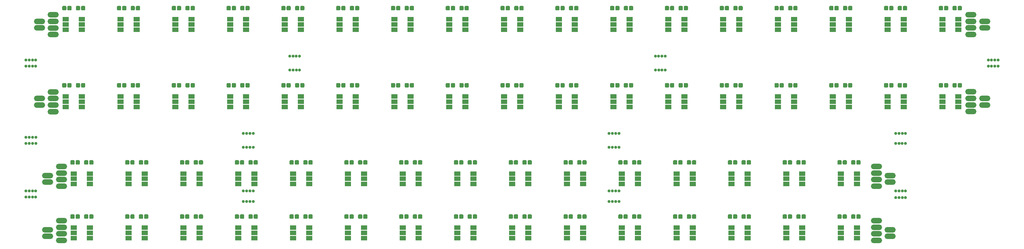
<source format=gbr>
G04 #@! TF.GenerationSoftware,KiCad,Pcbnew,(5.1.0-0)*
G04 #@! TF.CreationDate,2019-04-23T10:34:18-07:00*
G04 #@! TF.ProjectId,TestPanel1,54657374-5061-46e6-956c-312e6b696361,rev?*
G04 #@! TF.SameCoordinates,Original*
G04 #@! TF.FileFunction,Soldermask,Top*
G04 #@! TF.FilePolarity,Negative*
%FSLAX46Y46*%
G04 Gerber Fmt 4.6, Leading zero omitted, Abs format (unit mm)*
G04 Created by KiCad (PCBNEW (5.1.0-0)) date 2019-04-23 10:34:18*
%MOMM*%
%LPD*%
G04 APERTURE LIST*
%ADD10C,0.900000*%
%ADD11C,0.050000*%
%ADD12C,1.275000*%
%ADD13R,1.900000X1.400000*%
%ADD14O,3.400000X1.650000*%
G04 APERTURE END LIST*
D10*
X136814000Y-193859000D03*
X137814000Y-193859000D03*
X135814000Y-193859000D03*
X134814000Y-193859000D03*
X134800000Y-190672000D03*
X135800000Y-190672000D03*
X137800000Y-190672000D03*
X136800000Y-190672000D03*
X248055000Y-190658000D03*
X249055000Y-190658000D03*
X247055000Y-190658000D03*
X246055000Y-190658000D03*
X246069000Y-193845000D03*
X247069000Y-193845000D03*
X249069000Y-193845000D03*
X248069000Y-193845000D03*
X248058000Y-173115000D03*
X249058000Y-173115000D03*
X247058000Y-173115000D03*
X246058000Y-173115000D03*
X246072000Y-177360000D03*
X247072000Y-177360000D03*
X249072000Y-177360000D03*
X248072000Y-177360000D03*
X136790000Y-173115000D03*
X137790000Y-173115000D03*
X135790000Y-173115000D03*
X134790000Y-173115000D03*
X134804000Y-177360000D03*
X135804000Y-177360000D03*
X137804000Y-177360000D03*
X136804000Y-177360000D03*
X150899000Y-149606000D03*
X151899000Y-149606000D03*
X149899000Y-149606000D03*
X148899000Y-149606000D03*
X148913000Y-153851000D03*
X149913000Y-153851000D03*
X151913000Y-153851000D03*
X150913000Y-153851000D03*
X260143000Y-149613000D03*
X261143000Y-149613000D03*
X263143000Y-149613000D03*
X262143000Y-149613000D03*
X262157000Y-153858000D03*
X263157000Y-153858000D03*
X261157000Y-153858000D03*
X260157000Y-153858000D03*
X361406000Y-150808000D03*
X362406000Y-150808000D03*
X364406000Y-150808000D03*
X363406000Y-150808000D03*
X363406000Y-152638000D03*
X364406000Y-152638000D03*
X362406000Y-152638000D03*
X361406000Y-152638000D03*
X335237000Y-173102000D03*
X336237000Y-173102000D03*
X334237000Y-173102000D03*
X333237000Y-173102000D03*
X335223000Y-176161000D03*
X336223000Y-176161000D03*
X334223000Y-176161000D03*
X333223000Y-176161000D03*
X333237000Y-190664000D03*
X334237000Y-190664000D03*
X336237000Y-190664000D03*
X335237000Y-190664000D03*
X335237000Y-192665000D03*
X336237000Y-192665000D03*
X334237000Y-192665000D03*
X333237000Y-192665000D03*
X68661000Y-190656000D03*
X69661000Y-190656000D03*
X71661000Y-190656000D03*
X70661000Y-190656000D03*
X70661000Y-192486000D03*
X71661000Y-192486000D03*
X69661000Y-192486000D03*
X68661000Y-192486000D03*
X68668000Y-174332000D03*
X69668000Y-174332000D03*
X71668000Y-174332000D03*
X70668000Y-174332000D03*
X70668000Y-176162000D03*
X71668000Y-176162000D03*
X69668000Y-176162000D03*
X68668000Y-176162000D03*
X68650000Y-152647000D03*
X69650000Y-152647000D03*
X71650000Y-152647000D03*
X70650000Y-152647000D03*
X70650000Y-150817000D03*
X71650000Y-150817000D03*
X69650000Y-150817000D03*
X68650000Y-150817000D03*
D11*
G36*
X166522460Y-197800535D02*
G01*
X166553402Y-197805125D01*
X166583745Y-197812725D01*
X166613197Y-197823263D01*
X166641475Y-197836638D01*
X166668305Y-197852719D01*
X166693430Y-197871353D01*
X166716607Y-197892360D01*
X166737614Y-197915537D01*
X166756248Y-197940662D01*
X166772329Y-197967492D01*
X166785704Y-197995770D01*
X166796242Y-198025222D01*
X166803842Y-198055565D01*
X166808432Y-198086507D01*
X166809967Y-198117750D01*
X166809967Y-198830250D01*
X166808432Y-198861493D01*
X166803842Y-198892435D01*
X166796242Y-198922778D01*
X166785704Y-198952230D01*
X166772329Y-198980508D01*
X166756248Y-199007338D01*
X166737614Y-199032463D01*
X166716607Y-199055640D01*
X166693430Y-199076647D01*
X166668305Y-199095281D01*
X166641475Y-199111362D01*
X166613197Y-199124737D01*
X166583745Y-199135275D01*
X166553402Y-199142875D01*
X166522460Y-199147465D01*
X166491217Y-199149000D01*
X165853717Y-199149000D01*
X165822474Y-199147465D01*
X165791532Y-199142875D01*
X165761189Y-199135275D01*
X165731737Y-199124737D01*
X165703459Y-199111362D01*
X165676629Y-199095281D01*
X165651504Y-199076647D01*
X165628327Y-199055640D01*
X165607320Y-199032463D01*
X165588686Y-199007338D01*
X165572605Y-198980508D01*
X165559230Y-198952230D01*
X165548692Y-198922778D01*
X165541092Y-198892435D01*
X165536502Y-198861493D01*
X165534967Y-198830250D01*
X165534967Y-198117750D01*
X165536502Y-198086507D01*
X165541092Y-198055565D01*
X165548692Y-198025222D01*
X165559230Y-197995770D01*
X165572605Y-197967492D01*
X165588686Y-197940662D01*
X165607320Y-197915537D01*
X165628327Y-197892360D01*
X165651504Y-197871353D01*
X165676629Y-197852719D01*
X165703459Y-197836638D01*
X165731737Y-197823263D01*
X165761189Y-197812725D01*
X165791532Y-197805125D01*
X165822474Y-197800535D01*
X165853717Y-197799000D01*
X166491217Y-197799000D01*
X166522460Y-197800535D01*
X166522460Y-197800535D01*
G37*
D12*
X166172467Y-198474000D03*
D11*
G36*
X168097460Y-197800535D02*
G01*
X168128402Y-197805125D01*
X168158745Y-197812725D01*
X168188197Y-197823263D01*
X168216475Y-197836638D01*
X168243305Y-197852719D01*
X168268430Y-197871353D01*
X168291607Y-197892360D01*
X168312614Y-197915537D01*
X168331248Y-197940662D01*
X168347329Y-197967492D01*
X168360704Y-197995770D01*
X168371242Y-198025222D01*
X168378842Y-198055565D01*
X168383432Y-198086507D01*
X168384967Y-198117750D01*
X168384967Y-198830250D01*
X168383432Y-198861493D01*
X168378842Y-198892435D01*
X168371242Y-198922778D01*
X168360704Y-198952230D01*
X168347329Y-198980508D01*
X168331248Y-199007338D01*
X168312614Y-199032463D01*
X168291607Y-199055640D01*
X168268430Y-199076647D01*
X168243305Y-199095281D01*
X168216475Y-199111362D01*
X168188197Y-199124737D01*
X168158745Y-199135275D01*
X168128402Y-199142875D01*
X168097460Y-199147465D01*
X168066217Y-199149000D01*
X167428717Y-199149000D01*
X167397474Y-199147465D01*
X167366532Y-199142875D01*
X167336189Y-199135275D01*
X167306737Y-199124737D01*
X167278459Y-199111362D01*
X167251629Y-199095281D01*
X167226504Y-199076647D01*
X167203327Y-199055640D01*
X167182320Y-199032463D01*
X167163686Y-199007338D01*
X167147605Y-198980508D01*
X167134230Y-198952230D01*
X167123692Y-198922778D01*
X167116092Y-198892435D01*
X167111502Y-198861493D01*
X167109967Y-198830250D01*
X167109967Y-198117750D01*
X167111502Y-198086507D01*
X167116092Y-198055565D01*
X167123692Y-198025222D01*
X167134230Y-197995770D01*
X167147605Y-197967492D01*
X167163686Y-197940662D01*
X167182320Y-197915537D01*
X167203327Y-197892360D01*
X167226504Y-197871353D01*
X167251629Y-197852719D01*
X167278459Y-197836638D01*
X167306737Y-197823263D01*
X167336189Y-197812725D01*
X167366532Y-197805125D01*
X167397474Y-197800535D01*
X167428717Y-197799000D01*
X168066217Y-197799000D01*
X168097460Y-197800535D01*
X168097460Y-197800535D01*
G37*
D12*
X167747467Y-198474000D03*
D11*
G36*
X183189120Y-197800535D02*
G01*
X183220062Y-197805125D01*
X183250405Y-197812725D01*
X183279857Y-197823263D01*
X183308135Y-197836638D01*
X183334965Y-197852719D01*
X183360090Y-197871353D01*
X183383267Y-197892360D01*
X183404274Y-197915537D01*
X183422908Y-197940662D01*
X183438989Y-197967492D01*
X183452364Y-197995770D01*
X183462902Y-198025222D01*
X183470502Y-198055565D01*
X183475092Y-198086507D01*
X183476627Y-198117750D01*
X183476627Y-198830250D01*
X183475092Y-198861493D01*
X183470502Y-198892435D01*
X183462902Y-198922778D01*
X183452364Y-198952230D01*
X183438989Y-198980508D01*
X183422908Y-199007338D01*
X183404274Y-199032463D01*
X183383267Y-199055640D01*
X183360090Y-199076647D01*
X183334965Y-199095281D01*
X183308135Y-199111362D01*
X183279857Y-199124737D01*
X183250405Y-199135275D01*
X183220062Y-199142875D01*
X183189120Y-199147465D01*
X183157877Y-199149000D01*
X182520377Y-199149000D01*
X182489134Y-199147465D01*
X182458192Y-199142875D01*
X182427849Y-199135275D01*
X182398397Y-199124737D01*
X182370119Y-199111362D01*
X182343289Y-199095281D01*
X182318164Y-199076647D01*
X182294987Y-199055640D01*
X182273980Y-199032463D01*
X182255346Y-199007338D01*
X182239265Y-198980508D01*
X182225890Y-198952230D01*
X182215352Y-198922778D01*
X182207752Y-198892435D01*
X182203162Y-198861493D01*
X182201627Y-198830250D01*
X182201627Y-198117750D01*
X182203162Y-198086507D01*
X182207752Y-198055565D01*
X182215352Y-198025222D01*
X182225890Y-197995770D01*
X182239265Y-197967492D01*
X182255346Y-197940662D01*
X182273980Y-197915537D01*
X182294987Y-197892360D01*
X182318164Y-197871353D01*
X182343289Y-197852719D01*
X182370119Y-197836638D01*
X182398397Y-197823263D01*
X182427849Y-197812725D01*
X182458192Y-197805125D01*
X182489134Y-197800535D01*
X182520377Y-197799000D01*
X183157877Y-197799000D01*
X183189120Y-197800535D01*
X183189120Y-197800535D01*
G37*
D12*
X182839127Y-198474000D03*
D11*
G36*
X184764120Y-197800535D02*
G01*
X184795062Y-197805125D01*
X184825405Y-197812725D01*
X184854857Y-197823263D01*
X184883135Y-197836638D01*
X184909965Y-197852719D01*
X184935090Y-197871353D01*
X184958267Y-197892360D01*
X184979274Y-197915537D01*
X184997908Y-197940662D01*
X185013989Y-197967492D01*
X185027364Y-197995770D01*
X185037902Y-198025222D01*
X185045502Y-198055565D01*
X185050092Y-198086507D01*
X185051627Y-198117750D01*
X185051627Y-198830250D01*
X185050092Y-198861493D01*
X185045502Y-198892435D01*
X185037902Y-198922778D01*
X185027364Y-198952230D01*
X185013989Y-198980508D01*
X184997908Y-199007338D01*
X184979274Y-199032463D01*
X184958267Y-199055640D01*
X184935090Y-199076647D01*
X184909965Y-199095281D01*
X184883135Y-199111362D01*
X184854857Y-199124737D01*
X184825405Y-199135275D01*
X184795062Y-199142875D01*
X184764120Y-199147465D01*
X184732877Y-199149000D01*
X184095377Y-199149000D01*
X184064134Y-199147465D01*
X184033192Y-199142875D01*
X184002849Y-199135275D01*
X183973397Y-199124737D01*
X183945119Y-199111362D01*
X183918289Y-199095281D01*
X183893164Y-199076647D01*
X183869987Y-199055640D01*
X183848980Y-199032463D01*
X183830346Y-199007338D01*
X183814265Y-198980508D01*
X183800890Y-198952230D01*
X183790352Y-198922778D01*
X183782752Y-198892435D01*
X183778162Y-198861493D01*
X183776627Y-198830250D01*
X183776627Y-198117750D01*
X183778162Y-198086507D01*
X183782752Y-198055565D01*
X183790352Y-198025222D01*
X183800890Y-197995770D01*
X183814265Y-197967492D01*
X183830346Y-197940662D01*
X183848980Y-197915537D01*
X183869987Y-197892360D01*
X183893164Y-197871353D01*
X183918289Y-197852719D01*
X183945119Y-197836638D01*
X183973397Y-197823263D01*
X184002849Y-197812725D01*
X184033192Y-197805125D01*
X184064134Y-197800535D01*
X184095377Y-197799000D01*
X184732877Y-197799000D01*
X184764120Y-197800535D01*
X184764120Y-197800535D01*
G37*
D12*
X184414127Y-198474000D03*
D11*
G36*
X199855780Y-197800535D02*
G01*
X199886722Y-197805125D01*
X199917065Y-197812725D01*
X199946517Y-197823263D01*
X199974795Y-197836638D01*
X200001625Y-197852719D01*
X200026750Y-197871353D01*
X200049927Y-197892360D01*
X200070934Y-197915537D01*
X200089568Y-197940662D01*
X200105649Y-197967492D01*
X200119024Y-197995770D01*
X200129562Y-198025222D01*
X200137162Y-198055565D01*
X200141752Y-198086507D01*
X200143287Y-198117750D01*
X200143287Y-198830250D01*
X200141752Y-198861493D01*
X200137162Y-198892435D01*
X200129562Y-198922778D01*
X200119024Y-198952230D01*
X200105649Y-198980508D01*
X200089568Y-199007338D01*
X200070934Y-199032463D01*
X200049927Y-199055640D01*
X200026750Y-199076647D01*
X200001625Y-199095281D01*
X199974795Y-199111362D01*
X199946517Y-199124737D01*
X199917065Y-199135275D01*
X199886722Y-199142875D01*
X199855780Y-199147465D01*
X199824537Y-199149000D01*
X199187037Y-199149000D01*
X199155794Y-199147465D01*
X199124852Y-199142875D01*
X199094509Y-199135275D01*
X199065057Y-199124737D01*
X199036779Y-199111362D01*
X199009949Y-199095281D01*
X198984824Y-199076647D01*
X198961647Y-199055640D01*
X198940640Y-199032463D01*
X198922006Y-199007338D01*
X198905925Y-198980508D01*
X198892550Y-198952230D01*
X198882012Y-198922778D01*
X198874412Y-198892435D01*
X198869822Y-198861493D01*
X198868287Y-198830250D01*
X198868287Y-198117750D01*
X198869822Y-198086507D01*
X198874412Y-198055565D01*
X198882012Y-198025222D01*
X198892550Y-197995770D01*
X198905925Y-197967492D01*
X198922006Y-197940662D01*
X198940640Y-197915537D01*
X198961647Y-197892360D01*
X198984824Y-197871353D01*
X199009949Y-197852719D01*
X199036779Y-197836638D01*
X199065057Y-197823263D01*
X199094509Y-197812725D01*
X199124852Y-197805125D01*
X199155794Y-197800535D01*
X199187037Y-197799000D01*
X199824537Y-197799000D01*
X199855780Y-197800535D01*
X199855780Y-197800535D01*
G37*
D12*
X199505787Y-198474000D03*
D11*
G36*
X201430780Y-197800535D02*
G01*
X201461722Y-197805125D01*
X201492065Y-197812725D01*
X201521517Y-197823263D01*
X201549795Y-197836638D01*
X201576625Y-197852719D01*
X201601750Y-197871353D01*
X201624927Y-197892360D01*
X201645934Y-197915537D01*
X201664568Y-197940662D01*
X201680649Y-197967492D01*
X201694024Y-197995770D01*
X201704562Y-198025222D01*
X201712162Y-198055565D01*
X201716752Y-198086507D01*
X201718287Y-198117750D01*
X201718287Y-198830250D01*
X201716752Y-198861493D01*
X201712162Y-198892435D01*
X201704562Y-198922778D01*
X201694024Y-198952230D01*
X201680649Y-198980508D01*
X201664568Y-199007338D01*
X201645934Y-199032463D01*
X201624927Y-199055640D01*
X201601750Y-199076647D01*
X201576625Y-199095281D01*
X201549795Y-199111362D01*
X201521517Y-199124737D01*
X201492065Y-199135275D01*
X201461722Y-199142875D01*
X201430780Y-199147465D01*
X201399537Y-199149000D01*
X200762037Y-199149000D01*
X200730794Y-199147465D01*
X200699852Y-199142875D01*
X200669509Y-199135275D01*
X200640057Y-199124737D01*
X200611779Y-199111362D01*
X200584949Y-199095281D01*
X200559824Y-199076647D01*
X200536647Y-199055640D01*
X200515640Y-199032463D01*
X200497006Y-199007338D01*
X200480925Y-198980508D01*
X200467550Y-198952230D01*
X200457012Y-198922778D01*
X200449412Y-198892435D01*
X200444822Y-198861493D01*
X200443287Y-198830250D01*
X200443287Y-198117750D01*
X200444822Y-198086507D01*
X200449412Y-198055565D01*
X200457012Y-198025222D01*
X200467550Y-197995770D01*
X200480925Y-197967492D01*
X200497006Y-197940662D01*
X200515640Y-197915537D01*
X200536647Y-197892360D01*
X200559824Y-197871353D01*
X200584949Y-197852719D01*
X200611779Y-197836638D01*
X200640057Y-197823263D01*
X200669509Y-197812725D01*
X200699852Y-197805125D01*
X200730794Y-197800535D01*
X200762037Y-197799000D01*
X201399537Y-197799000D01*
X201430780Y-197800535D01*
X201430780Y-197800535D01*
G37*
D12*
X201080787Y-198474000D03*
D11*
G36*
X216522440Y-197800535D02*
G01*
X216553382Y-197805125D01*
X216583725Y-197812725D01*
X216613177Y-197823263D01*
X216641455Y-197836638D01*
X216668285Y-197852719D01*
X216693410Y-197871353D01*
X216716587Y-197892360D01*
X216737594Y-197915537D01*
X216756228Y-197940662D01*
X216772309Y-197967492D01*
X216785684Y-197995770D01*
X216796222Y-198025222D01*
X216803822Y-198055565D01*
X216808412Y-198086507D01*
X216809947Y-198117750D01*
X216809947Y-198830250D01*
X216808412Y-198861493D01*
X216803822Y-198892435D01*
X216796222Y-198922778D01*
X216785684Y-198952230D01*
X216772309Y-198980508D01*
X216756228Y-199007338D01*
X216737594Y-199032463D01*
X216716587Y-199055640D01*
X216693410Y-199076647D01*
X216668285Y-199095281D01*
X216641455Y-199111362D01*
X216613177Y-199124737D01*
X216583725Y-199135275D01*
X216553382Y-199142875D01*
X216522440Y-199147465D01*
X216491197Y-199149000D01*
X215853697Y-199149000D01*
X215822454Y-199147465D01*
X215791512Y-199142875D01*
X215761169Y-199135275D01*
X215731717Y-199124737D01*
X215703439Y-199111362D01*
X215676609Y-199095281D01*
X215651484Y-199076647D01*
X215628307Y-199055640D01*
X215607300Y-199032463D01*
X215588666Y-199007338D01*
X215572585Y-198980508D01*
X215559210Y-198952230D01*
X215548672Y-198922778D01*
X215541072Y-198892435D01*
X215536482Y-198861493D01*
X215534947Y-198830250D01*
X215534947Y-198117750D01*
X215536482Y-198086507D01*
X215541072Y-198055565D01*
X215548672Y-198025222D01*
X215559210Y-197995770D01*
X215572585Y-197967492D01*
X215588666Y-197940662D01*
X215607300Y-197915537D01*
X215628307Y-197892360D01*
X215651484Y-197871353D01*
X215676609Y-197852719D01*
X215703439Y-197836638D01*
X215731717Y-197823263D01*
X215761169Y-197812725D01*
X215791512Y-197805125D01*
X215822454Y-197800535D01*
X215853697Y-197799000D01*
X216491197Y-197799000D01*
X216522440Y-197800535D01*
X216522440Y-197800535D01*
G37*
D12*
X216172447Y-198474000D03*
D11*
G36*
X218097440Y-197800535D02*
G01*
X218128382Y-197805125D01*
X218158725Y-197812725D01*
X218188177Y-197823263D01*
X218216455Y-197836638D01*
X218243285Y-197852719D01*
X218268410Y-197871353D01*
X218291587Y-197892360D01*
X218312594Y-197915537D01*
X218331228Y-197940662D01*
X218347309Y-197967492D01*
X218360684Y-197995770D01*
X218371222Y-198025222D01*
X218378822Y-198055565D01*
X218383412Y-198086507D01*
X218384947Y-198117750D01*
X218384947Y-198830250D01*
X218383412Y-198861493D01*
X218378822Y-198892435D01*
X218371222Y-198922778D01*
X218360684Y-198952230D01*
X218347309Y-198980508D01*
X218331228Y-199007338D01*
X218312594Y-199032463D01*
X218291587Y-199055640D01*
X218268410Y-199076647D01*
X218243285Y-199095281D01*
X218216455Y-199111362D01*
X218188177Y-199124737D01*
X218158725Y-199135275D01*
X218128382Y-199142875D01*
X218097440Y-199147465D01*
X218066197Y-199149000D01*
X217428697Y-199149000D01*
X217397454Y-199147465D01*
X217366512Y-199142875D01*
X217336169Y-199135275D01*
X217306717Y-199124737D01*
X217278439Y-199111362D01*
X217251609Y-199095281D01*
X217226484Y-199076647D01*
X217203307Y-199055640D01*
X217182300Y-199032463D01*
X217163666Y-199007338D01*
X217147585Y-198980508D01*
X217134210Y-198952230D01*
X217123672Y-198922778D01*
X217116072Y-198892435D01*
X217111482Y-198861493D01*
X217109947Y-198830250D01*
X217109947Y-198117750D01*
X217111482Y-198086507D01*
X217116072Y-198055565D01*
X217123672Y-198025222D01*
X217134210Y-197995770D01*
X217147585Y-197967492D01*
X217163666Y-197940662D01*
X217182300Y-197915537D01*
X217203307Y-197892360D01*
X217226484Y-197871353D01*
X217251609Y-197852719D01*
X217278439Y-197836638D01*
X217306717Y-197823263D01*
X217336169Y-197812725D01*
X217366512Y-197805125D01*
X217397454Y-197800535D01*
X217428697Y-197799000D01*
X218066197Y-197799000D01*
X218097440Y-197800535D01*
X218097440Y-197800535D01*
G37*
D12*
X217747447Y-198474000D03*
D11*
G36*
X233189100Y-197800535D02*
G01*
X233220042Y-197805125D01*
X233250385Y-197812725D01*
X233279837Y-197823263D01*
X233308115Y-197836638D01*
X233334945Y-197852719D01*
X233360070Y-197871353D01*
X233383247Y-197892360D01*
X233404254Y-197915537D01*
X233422888Y-197940662D01*
X233438969Y-197967492D01*
X233452344Y-197995770D01*
X233462882Y-198025222D01*
X233470482Y-198055565D01*
X233475072Y-198086507D01*
X233476607Y-198117750D01*
X233476607Y-198830250D01*
X233475072Y-198861493D01*
X233470482Y-198892435D01*
X233462882Y-198922778D01*
X233452344Y-198952230D01*
X233438969Y-198980508D01*
X233422888Y-199007338D01*
X233404254Y-199032463D01*
X233383247Y-199055640D01*
X233360070Y-199076647D01*
X233334945Y-199095281D01*
X233308115Y-199111362D01*
X233279837Y-199124737D01*
X233250385Y-199135275D01*
X233220042Y-199142875D01*
X233189100Y-199147465D01*
X233157857Y-199149000D01*
X232520357Y-199149000D01*
X232489114Y-199147465D01*
X232458172Y-199142875D01*
X232427829Y-199135275D01*
X232398377Y-199124737D01*
X232370099Y-199111362D01*
X232343269Y-199095281D01*
X232318144Y-199076647D01*
X232294967Y-199055640D01*
X232273960Y-199032463D01*
X232255326Y-199007338D01*
X232239245Y-198980508D01*
X232225870Y-198952230D01*
X232215332Y-198922778D01*
X232207732Y-198892435D01*
X232203142Y-198861493D01*
X232201607Y-198830250D01*
X232201607Y-198117750D01*
X232203142Y-198086507D01*
X232207732Y-198055565D01*
X232215332Y-198025222D01*
X232225870Y-197995770D01*
X232239245Y-197967492D01*
X232255326Y-197940662D01*
X232273960Y-197915537D01*
X232294967Y-197892360D01*
X232318144Y-197871353D01*
X232343269Y-197852719D01*
X232370099Y-197836638D01*
X232398377Y-197823263D01*
X232427829Y-197812725D01*
X232458172Y-197805125D01*
X232489114Y-197800535D01*
X232520357Y-197799000D01*
X233157857Y-197799000D01*
X233189100Y-197800535D01*
X233189100Y-197800535D01*
G37*
D12*
X232839107Y-198474000D03*
D11*
G36*
X234764100Y-197800535D02*
G01*
X234795042Y-197805125D01*
X234825385Y-197812725D01*
X234854837Y-197823263D01*
X234883115Y-197836638D01*
X234909945Y-197852719D01*
X234935070Y-197871353D01*
X234958247Y-197892360D01*
X234979254Y-197915537D01*
X234997888Y-197940662D01*
X235013969Y-197967492D01*
X235027344Y-197995770D01*
X235037882Y-198025222D01*
X235045482Y-198055565D01*
X235050072Y-198086507D01*
X235051607Y-198117750D01*
X235051607Y-198830250D01*
X235050072Y-198861493D01*
X235045482Y-198892435D01*
X235037882Y-198922778D01*
X235027344Y-198952230D01*
X235013969Y-198980508D01*
X234997888Y-199007338D01*
X234979254Y-199032463D01*
X234958247Y-199055640D01*
X234935070Y-199076647D01*
X234909945Y-199095281D01*
X234883115Y-199111362D01*
X234854837Y-199124737D01*
X234825385Y-199135275D01*
X234795042Y-199142875D01*
X234764100Y-199147465D01*
X234732857Y-199149000D01*
X234095357Y-199149000D01*
X234064114Y-199147465D01*
X234033172Y-199142875D01*
X234002829Y-199135275D01*
X233973377Y-199124737D01*
X233945099Y-199111362D01*
X233918269Y-199095281D01*
X233893144Y-199076647D01*
X233869967Y-199055640D01*
X233848960Y-199032463D01*
X233830326Y-199007338D01*
X233814245Y-198980508D01*
X233800870Y-198952230D01*
X233790332Y-198922778D01*
X233782732Y-198892435D01*
X233778142Y-198861493D01*
X233776607Y-198830250D01*
X233776607Y-198117750D01*
X233778142Y-198086507D01*
X233782732Y-198055565D01*
X233790332Y-198025222D01*
X233800870Y-197995770D01*
X233814245Y-197967492D01*
X233830326Y-197940662D01*
X233848960Y-197915537D01*
X233869967Y-197892360D01*
X233893144Y-197871353D01*
X233918269Y-197852719D01*
X233945099Y-197836638D01*
X233973377Y-197823263D01*
X234002829Y-197812725D01*
X234033172Y-197805125D01*
X234064114Y-197800535D01*
X234095357Y-197799000D01*
X234732857Y-197799000D01*
X234764100Y-197800535D01*
X234764100Y-197800535D01*
G37*
D12*
X234414107Y-198474000D03*
D11*
G36*
X249855760Y-197800535D02*
G01*
X249886702Y-197805125D01*
X249917045Y-197812725D01*
X249946497Y-197823263D01*
X249974775Y-197836638D01*
X250001605Y-197852719D01*
X250026730Y-197871353D01*
X250049907Y-197892360D01*
X250070914Y-197915537D01*
X250089548Y-197940662D01*
X250105629Y-197967492D01*
X250119004Y-197995770D01*
X250129542Y-198025222D01*
X250137142Y-198055565D01*
X250141732Y-198086507D01*
X250143267Y-198117750D01*
X250143267Y-198830250D01*
X250141732Y-198861493D01*
X250137142Y-198892435D01*
X250129542Y-198922778D01*
X250119004Y-198952230D01*
X250105629Y-198980508D01*
X250089548Y-199007338D01*
X250070914Y-199032463D01*
X250049907Y-199055640D01*
X250026730Y-199076647D01*
X250001605Y-199095281D01*
X249974775Y-199111362D01*
X249946497Y-199124737D01*
X249917045Y-199135275D01*
X249886702Y-199142875D01*
X249855760Y-199147465D01*
X249824517Y-199149000D01*
X249187017Y-199149000D01*
X249155774Y-199147465D01*
X249124832Y-199142875D01*
X249094489Y-199135275D01*
X249065037Y-199124737D01*
X249036759Y-199111362D01*
X249009929Y-199095281D01*
X248984804Y-199076647D01*
X248961627Y-199055640D01*
X248940620Y-199032463D01*
X248921986Y-199007338D01*
X248905905Y-198980508D01*
X248892530Y-198952230D01*
X248881992Y-198922778D01*
X248874392Y-198892435D01*
X248869802Y-198861493D01*
X248868267Y-198830250D01*
X248868267Y-198117750D01*
X248869802Y-198086507D01*
X248874392Y-198055565D01*
X248881992Y-198025222D01*
X248892530Y-197995770D01*
X248905905Y-197967492D01*
X248921986Y-197940662D01*
X248940620Y-197915537D01*
X248961627Y-197892360D01*
X248984804Y-197871353D01*
X249009929Y-197852719D01*
X249036759Y-197836638D01*
X249065037Y-197823263D01*
X249094489Y-197812725D01*
X249124832Y-197805125D01*
X249155774Y-197800535D01*
X249187017Y-197799000D01*
X249824517Y-197799000D01*
X249855760Y-197800535D01*
X249855760Y-197800535D01*
G37*
D12*
X249505767Y-198474000D03*
D11*
G36*
X251430760Y-197800535D02*
G01*
X251461702Y-197805125D01*
X251492045Y-197812725D01*
X251521497Y-197823263D01*
X251549775Y-197836638D01*
X251576605Y-197852719D01*
X251601730Y-197871353D01*
X251624907Y-197892360D01*
X251645914Y-197915537D01*
X251664548Y-197940662D01*
X251680629Y-197967492D01*
X251694004Y-197995770D01*
X251704542Y-198025222D01*
X251712142Y-198055565D01*
X251716732Y-198086507D01*
X251718267Y-198117750D01*
X251718267Y-198830250D01*
X251716732Y-198861493D01*
X251712142Y-198892435D01*
X251704542Y-198922778D01*
X251694004Y-198952230D01*
X251680629Y-198980508D01*
X251664548Y-199007338D01*
X251645914Y-199032463D01*
X251624907Y-199055640D01*
X251601730Y-199076647D01*
X251576605Y-199095281D01*
X251549775Y-199111362D01*
X251521497Y-199124737D01*
X251492045Y-199135275D01*
X251461702Y-199142875D01*
X251430760Y-199147465D01*
X251399517Y-199149000D01*
X250762017Y-199149000D01*
X250730774Y-199147465D01*
X250699832Y-199142875D01*
X250669489Y-199135275D01*
X250640037Y-199124737D01*
X250611759Y-199111362D01*
X250584929Y-199095281D01*
X250559804Y-199076647D01*
X250536627Y-199055640D01*
X250515620Y-199032463D01*
X250496986Y-199007338D01*
X250480905Y-198980508D01*
X250467530Y-198952230D01*
X250456992Y-198922778D01*
X250449392Y-198892435D01*
X250444802Y-198861493D01*
X250443267Y-198830250D01*
X250443267Y-198117750D01*
X250444802Y-198086507D01*
X250449392Y-198055565D01*
X250456992Y-198025222D01*
X250467530Y-197995770D01*
X250480905Y-197967492D01*
X250496986Y-197940662D01*
X250515620Y-197915537D01*
X250536627Y-197892360D01*
X250559804Y-197871353D01*
X250584929Y-197852719D01*
X250611759Y-197836638D01*
X250640037Y-197823263D01*
X250669489Y-197812725D01*
X250699832Y-197805125D01*
X250730774Y-197800535D01*
X250762017Y-197799000D01*
X251399517Y-197799000D01*
X251430760Y-197800535D01*
X251430760Y-197800535D01*
G37*
D12*
X251080767Y-198474000D03*
D11*
G36*
X266522420Y-197800535D02*
G01*
X266553362Y-197805125D01*
X266583705Y-197812725D01*
X266613157Y-197823263D01*
X266641435Y-197836638D01*
X266668265Y-197852719D01*
X266693390Y-197871353D01*
X266716567Y-197892360D01*
X266737574Y-197915537D01*
X266756208Y-197940662D01*
X266772289Y-197967492D01*
X266785664Y-197995770D01*
X266796202Y-198025222D01*
X266803802Y-198055565D01*
X266808392Y-198086507D01*
X266809927Y-198117750D01*
X266809927Y-198830250D01*
X266808392Y-198861493D01*
X266803802Y-198892435D01*
X266796202Y-198922778D01*
X266785664Y-198952230D01*
X266772289Y-198980508D01*
X266756208Y-199007338D01*
X266737574Y-199032463D01*
X266716567Y-199055640D01*
X266693390Y-199076647D01*
X266668265Y-199095281D01*
X266641435Y-199111362D01*
X266613157Y-199124737D01*
X266583705Y-199135275D01*
X266553362Y-199142875D01*
X266522420Y-199147465D01*
X266491177Y-199149000D01*
X265853677Y-199149000D01*
X265822434Y-199147465D01*
X265791492Y-199142875D01*
X265761149Y-199135275D01*
X265731697Y-199124737D01*
X265703419Y-199111362D01*
X265676589Y-199095281D01*
X265651464Y-199076647D01*
X265628287Y-199055640D01*
X265607280Y-199032463D01*
X265588646Y-199007338D01*
X265572565Y-198980508D01*
X265559190Y-198952230D01*
X265548652Y-198922778D01*
X265541052Y-198892435D01*
X265536462Y-198861493D01*
X265534927Y-198830250D01*
X265534927Y-198117750D01*
X265536462Y-198086507D01*
X265541052Y-198055565D01*
X265548652Y-198025222D01*
X265559190Y-197995770D01*
X265572565Y-197967492D01*
X265588646Y-197940662D01*
X265607280Y-197915537D01*
X265628287Y-197892360D01*
X265651464Y-197871353D01*
X265676589Y-197852719D01*
X265703419Y-197836638D01*
X265731697Y-197823263D01*
X265761149Y-197812725D01*
X265791492Y-197805125D01*
X265822434Y-197800535D01*
X265853677Y-197799000D01*
X266491177Y-197799000D01*
X266522420Y-197800535D01*
X266522420Y-197800535D01*
G37*
D12*
X266172427Y-198474000D03*
D11*
G36*
X268097420Y-197800535D02*
G01*
X268128362Y-197805125D01*
X268158705Y-197812725D01*
X268188157Y-197823263D01*
X268216435Y-197836638D01*
X268243265Y-197852719D01*
X268268390Y-197871353D01*
X268291567Y-197892360D01*
X268312574Y-197915537D01*
X268331208Y-197940662D01*
X268347289Y-197967492D01*
X268360664Y-197995770D01*
X268371202Y-198025222D01*
X268378802Y-198055565D01*
X268383392Y-198086507D01*
X268384927Y-198117750D01*
X268384927Y-198830250D01*
X268383392Y-198861493D01*
X268378802Y-198892435D01*
X268371202Y-198922778D01*
X268360664Y-198952230D01*
X268347289Y-198980508D01*
X268331208Y-199007338D01*
X268312574Y-199032463D01*
X268291567Y-199055640D01*
X268268390Y-199076647D01*
X268243265Y-199095281D01*
X268216435Y-199111362D01*
X268188157Y-199124737D01*
X268158705Y-199135275D01*
X268128362Y-199142875D01*
X268097420Y-199147465D01*
X268066177Y-199149000D01*
X267428677Y-199149000D01*
X267397434Y-199147465D01*
X267366492Y-199142875D01*
X267336149Y-199135275D01*
X267306697Y-199124737D01*
X267278419Y-199111362D01*
X267251589Y-199095281D01*
X267226464Y-199076647D01*
X267203287Y-199055640D01*
X267182280Y-199032463D01*
X267163646Y-199007338D01*
X267147565Y-198980508D01*
X267134190Y-198952230D01*
X267123652Y-198922778D01*
X267116052Y-198892435D01*
X267111462Y-198861493D01*
X267109927Y-198830250D01*
X267109927Y-198117750D01*
X267111462Y-198086507D01*
X267116052Y-198055565D01*
X267123652Y-198025222D01*
X267134190Y-197995770D01*
X267147565Y-197967492D01*
X267163646Y-197940662D01*
X267182280Y-197915537D01*
X267203287Y-197892360D01*
X267226464Y-197871353D01*
X267251589Y-197852719D01*
X267278419Y-197836638D01*
X267306697Y-197823263D01*
X267336149Y-197812725D01*
X267366492Y-197805125D01*
X267397434Y-197800535D01*
X267428677Y-197799000D01*
X268066177Y-197799000D01*
X268097420Y-197800535D01*
X268097420Y-197800535D01*
G37*
D12*
X267747427Y-198474000D03*
D11*
G36*
X87355826Y-197800535D02*
G01*
X87386768Y-197805125D01*
X87417111Y-197812725D01*
X87446563Y-197823263D01*
X87474841Y-197836638D01*
X87501671Y-197852719D01*
X87526796Y-197871353D01*
X87549973Y-197892360D01*
X87570980Y-197915537D01*
X87589614Y-197940662D01*
X87605695Y-197967492D01*
X87619070Y-197995770D01*
X87629608Y-198025222D01*
X87637208Y-198055565D01*
X87641798Y-198086507D01*
X87643333Y-198117750D01*
X87643333Y-198830250D01*
X87641798Y-198861493D01*
X87637208Y-198892435D01*
X87629608Y-198922778D01*
X87619070Y-198952230D01*
X87605695Y-198980508D01*
X87589614Y-199007338D01*
X87570980Y-199032463D01*
X87549973Y-199055640D01*
X87526796Y-199076647D01*
X87501671Y-199095281D01*
X87474841Y-199111362D01*
X87446563Y-199124737D01*
X87417111Y-199135275D01*
X87386768Y-199142875D01*
X87355826Y-199147465D01*
X87324583Y-199149000D01*
X86687083Y-199149000D01*
X86655840Y-199147465D01*
X86624898Y-199142875D01*
X86594555Y-199135275D01*
X86565103Y-199124737D01*
X86536825Y-199111362D01*
X86509995Y-199095281D01*
X86484870Y-199076647D01*
X86461693Y-199055640D01*
X86440686Y-199032463D01*
X86422052Y-199007338D01*
X86405971Y-198980508D01*
X86392596Y-198952230D01*
X86382058Y-198922778D01*
X86374458Y-198892435D01*
X86369868Y-198861493D01*
X86368333Y-198830250D01*
X86368333Y-198117750D01*
X86369868Y-198086507D01*
X86374458Y-198055565D01*
X86382058Y-198025222D01*
X86392596Y-197995770D01*
X86405971Y-197967492D01*
X86422052Y-197940662D01*
X86440686Y-197915537D01*
X86461693Y-197892360D01*
X86484870Y-197871353D01*
X86509995Y-197852719D01*
X86536825Y-197836638D01*
X86565103Y-197823263D01*
X86594555Y-197812725D01*
X86624898Y-197805125D01*
X86655840Y-197800535D01*
X86687083Y-197799000D01*
X87324583Y-197799000D01*
X87355826Y-197800535D01*
X87355826Y-197800535D01*
G37*
D12*
X87005833Y-198474000D03*
D11*
G36*
X88930826Y-197800535D02*
G01*
X88961768Y-197805125D01*
X88992111Y-197812725D01*
X89021563Y-197823263D01*
X89049841Y-197836638D01*
X89076671Y-197852719D01*
X89101796Y-197871353D01*
X89124973Y-197892360D01*
X89145980Y-197915537D01*
X89164614Y-197940662D01*
X89180695Y-197967492D01*
X89194070Y-197995770D01*
X89204608Y-198025222D01*
X89212208Y-198055565D01*
X89216798Y-198086507D01*
X89218333Y-198117750D01*
X89218333Y-198830250D01*
X89216798Y-198861493D01*
X89212208Y-198892435D01*
X89204608Y-198922778D01*
X89194070Y-198952230D01*
X89180695Y-198980508D01*
X89164614Y-199007338D01*
X89145980Y-199032463D01*
X89124973Y-199055640D01*
X89101796Y-199076647D01*
X89076671Y-199095281D01*
X89049841Y-199111362D01*
X89021563Y-199124737D01*
X88992111Y-199135275D01*
X88961768Y-199142875D01*
X88930826Y-199147465D01*
X88899583Y-199149000D01*
X88262083Y-199149000D01*
X88230840Y-199147465D01*
X88199898Y-199142875D01*
X88169555Y-199135275D01*
X88140103Y-199124737D01*
X88111825Y-199111362D01*
X88084995Y-199095281D01*
X88059870Y-199076647D01*
X88036693Y-199055640D01*
X88015686Y-199032463D01*
X87997052Y-199007338D01*
X87980971Y-198980508D01*
X87967596Y-198952230D01*
X87957058Y-198922778D01*
X87949458Y-198892435D01*
X87944868Y-198861493D01*
X87943333Y-198830250D01*
X87943333Y-198117750D01*
X87944868Y-198086507D01*
X87949458Y-198055565D01*
X87957058Y-198025222D01*
X87967596Y-197995770D01*
X87980971Y-197967492D01*
X87997052Y-197940662D01*
X88015686Y-197915537D01*
X88036693Y-197892360D01*
X88059870Y-197871353D01*
X88084995Y-197852719D01*
X88111825Y-197836638D01*
X88140103Y-197823263D01*
X88169555Y-197812725D01*
X88199898Y-197805125D01*
X88230840Y-197800535D01*
X88262083Y-197799000D01*
X88899583Y-197799000D01*
X88930826Y-197800535D01*
X88930826Y-197800535D01*
G37*
D12*
X88580833Y-198474000D03*
D11*
G36*
X287355746Y-197800535D02*
G01*
X287386688Y-197805125D01*
X287417031Y-197812725D01*
X287446483Y-197823263D01*
X287474761Y-197836638D01*
X287501591Y-197852719D01*
X287526716Y-197871353D01*
X287549893Y-197892360D01*
X287570900Y-197915537D01*
X287589534Y-197940662D01*
X287605615Y-197967492D01*
X287618990Y-197995770D01*
X287629528Y-198025222D01*
X287637128Y-198055565D01*
X287641718Y-198086507D01*
X287643253Y-198117750D01*
X287643253Y-198830250D01*
X287641718Y-198861493D01*
X287637128Y-198892435D01*
X287629528Y-198922778D01*
X287618990Y-198952230D01*
X287605615Y-198980508D01*
X287589534Y-199007338D01*
X287570900Y-199032463D01*
X287549893Y-199055640D01*
X287526716Y-199076647D01*
X287501591Y-199095281D01*
X287474761Y-199111362D01*
X287446483Y-199124737D01*
X287417031Y-199135275D01*
X287386688Y-199142875D01*
X287355746Y-199147465D01*
X287324503Y-199149000D01*
X286687003Y-199149000D01*
X286655760Y-199147465D01*
X286624818Y-199142875D01*
X286594475Y-199135275D01*
X286565023Y-199124737D01*
X286536745Y-199111362D01*
X286509915Y-199095281D01*
X286484790Y-199076647D01*
X286461613Y-199055640D01*
X286440606Y-199032463D01*
X286421972Y-199007338D01*
X286405891Y-198980508D01*
X286392516Y-198952230D01*
X286381978Y-198922778D01*
X286374378Y-198892435D01*
X286369788Y-198861493D01*
X286368253Y-198830250D01*
X286368253Y-198117750D01*
X286369788Y-198086507D01*
X286374378Y-198055565D01*
X286381978Y-198025222D01*
X286392516Y-197995770D01*
X286405891Y-197967492D01*
X286421972Y-197940662D01*
X286440606Y-197915537D01*
X286461613Y-197892360D01*
X286484790Y-197871353D01*
X286509915Y-197852719D01*
X286536745Y-197836638D01*
X286565023Y-197823263D01*
X286594475Y-197812725D01*
X286624818Y-197805125D01*
X286655760Y-197800535D01*
X286687003Y-197799000D01*
X287324503Y-197799000D01*
X287355746Y-197800535D01*
X287355746Y-197800535D01*
G37*
D12*
X287005753Y-198474000D03*
D11*
G36*
X288930746Y-197800535D02*
G01*
X288961688Y-197805125D01*
X288992031Y-197812725D01*
X289021483Y-197823263D01*
X289049761Y-197836638D01*
X289076591Y-197852719D01*
X289101716Y-197871353D01*
X289124893Y-197892360D01*
X289145900Y-197915537D01*
X289164534Y-197940662D01*
X289180615Y-197967492D01*
X289193990Y-197995770D01*
X289204528Y-198025222D01*
X289212128Y-198055565D01*
X289216718Y-198086507D01*
X289218253Y-198117750D01*
X289218253Y-198830250D01*
X289216718Y-198861493D01*
X289212128Y-198892435D01*
X289204528Y-198922778D01*
X289193990Y-198952230D01*
X289180615Y-198980508D01*
X289164534Y-199007338D01*
X289145900Y-199032463D01*
X289124893Y-199055640D01*
X289101716Y-199076647D01*
X289076591Y-199095281D01*
X289049761Y-199111362D01*
X289021483Y-199124737D01*
X288992031Y-199135275D01*
X288961688Y-199142875D01*
X288930746Y-199147465D01*
X288899503Y-199149000D01*
X288262003Y-199149000D01*
X288230760Y-199147465D01*
X288199818Y-199142875D01*
X288169475Y-199135275D01*
X288140023Y-199124737D01*
X288111745Y-199111362D01*
X288084915Y-199095281D01*
X288059790Y-199076647D01*
X288036613Y-199055640D01*
X288015606Y-199032463D01*
X287996972Y-199007338D01*
X287980891Y-198980508D01*
X287967516Y-198952230D01*
X287956978Y-198922778D01*
X287949378Y-198892435D01*
X287944788Y-198861493D01*
X287943253Y-198830250D01*
X287943253Y-198117750D01*
X287944788Y-198086507D01*
X287949378Y-198055565D01*
X287956978Y-198025222D01*
X287967516Y-197995770D01*
X287980891Y-197967492D01*
X287996972Y-197940662D01*
X288015606Y-197915537D01*
X288036613Y-197892360D01*
X288059790Y-197871353D01*
X288084915Y-197852719D01*
X288111745Y-197836638D01*
X288140023Y-197823263D01*
X288169475Y-197812725D01*
X288199818Y-197805125D01*
X288230760Y-197800535D01*
X288262003Y-197799000D01*
X288899503Y-197799000D01*
X288930746Y-197800535D01*
X288930746Y-197800535D01*
G37*
D12*
X288580753Y-198474000D03*
D11*
G36*
X304022406Y-197800535D02*
G01*
X304053348Y-197805125D01*
X304083691Y-197812725D01*
X304113143Y-197823263D01*
X304141421Y-197836638D01*
X304168251Y-197852719D01*
X304193376Y-197871353D01*
X304216553Y-197892360D01*
X304237560Y-197915537D01*
X304256194Y-197940662D01*
X304272275Y-197967492D01*
X304285650Y-197995770D01*
X304296188Y-198025222D01*
X304303788Y-198055565D01*
X304308378Y-198086507D01*
X304309913Y-198117750D01*
X304309913Y-198830250D01*
X304308378Y-198861493D01*
X304303788Y-198892435D01*
X304296188Y-198922778D01*
X304285650Y-198952230D01*
X304272275Y-198980508D01*
X304256194Y-199007338D01*
X304237560Y-199032463D01*
X304216553Y-199055640D01*
X304193376Y-199076647D01*
X304168251Y-199095281D01*
X304141421Y-199111362D01*
X304113143Y-199124737D01*
X304083691Y-199135275D01*
X304053348Y-199142875D01*
X304022406Y-199147465D01*
X303991163Y-199149000D01*
X303353663Y-199149000D01*
X303322420Y-199147465D01*
X303291478Y-199142875D01*
X303261135Y-199135275D01*
X303231683Y-199124737D01*
X303203405Y-199111362D01*
X303176575Y-199095281D01*
X303151450Y-199076647D01*
X303128273Y-199055640D01*
X303107266Y-199032463D01*
X303088632Y-199007338D01*
X303072551Y-198980508D01*
X303059176Y-198952230D01*
X303048638Y-198922778D01*
X303041038Y-198892435D01*
X303036448Y-198861493D01*
X303034913Y-198830250D01*
X303034913Y-198117750D01*
X303036448Y-198086507D01*
X303041038Y-198055565D01*
X303048638Y-198025222D01*
X303059176Y-197995770D01*
X303072551Y-197967492D01*
X303088632Y-197940662D01*
X303107266Y-197915537D01*
X303128273Y-197892360D01*
X303151450Y-197871353D01*
X303176575Y-197852719D01*
X303203405Y-197836638D01*
X303231683Y-197823263D01*
X303261135Y-197812725D01*
X303291478Y-197805125D01*
X303322420Y-197800535D01*
X303353663Y-197799000D01*
X303991163Y-197799000D01*
X304022406Y-197800535D01*
X304022406Y-197800535D01*
G37*
D12*
X303672413Y-198474000D03*
D11*
G36*
X305597406Y-197800535D02*
G01*
X305628348Y-197805125D01*
X305658691Y-197812725D01*
X305688143Y-197823263D01*
X305716421Y-197836638D01*
X305743251Y-197852719D01*
X305768376Y-197871353D01*
X305791553Y-197892360D01*
X305812560Y-197915537D01*
X305831194Y-197940662D01*
X305847275Y-197967492D01*
X305860650Y-197995770D01*
X305871188Y-198025222D01*
X305878788Y-198055565D01*
X305883378Y-198086507D01*
X305884913Y-198117750D01*
X305884913Y-198830250D01*
X305883378Y-198861493D01*
X305878788Y-198892435D01*
X305871188Y-198922778D01*
X305860650Y-198952230D01*
X305847275Y-198980508D01*
X305831194Y-199007338D01*
X305812560Y-199032463D01*
X305791553Y-199055640D01*
X305768376Y-199076647D01*
X305743251Y-199095281D01*
X305716421Y-199111362D01*
X305688143Y-199124737D01*
X305658691Y-199135275D01*
X305628348Y-199142875D01*
X305597406Y-199147465D01*
X305566163Y-199149000D01*
X304928663Y-199149000D01*
X304897420Y-199147465D01*
X304866478Y-199142875D01*
X304836135Y-199135275D01*
X304806683Y-199124737D01*
X304778405Y-199111362D01*
X304751575Y-199095281D01*
X304726450Y-199076647D01*
X304703273Y-199055640D01*
X304682266Y-199032463D01*
X304663632Y-199007338D01*
X304647551Y-198980508D01*
X304634176Y-198952230D01*
X304623638Y-198922778D01*
X304616038Y-198892435D01*
X304611448Y-198861493D01*
X304609913Y-198830250D01*
X304609913Y-198117750D01*
X304611448Y-198086507D01*
X304616038Y-198055565D01*
X304623638Y-198025222D01*
X304634176Y-197995770D01*
X304647551Y-197967492D01*
X304663632Y-197940662D01*
X304682266Y-197915537D01*
X304703273Y-197892360D01*
X304726450Y-197871353D01*
X304751575Y-197852719D01*
X304778405Y-197836638D01*
X304806683Y-197823263D01*
X304836135Y-197812725D01*
X304866478Y-197805125D01*
X304897420Y-197800535D01*
X304928663Y-197799000D01*
X305566163Y-197799000D01*
X305597406Y-197800535D01*
X305597406Y-197800535D01*
G37*
D12*
X305247413Y-198474000D03*
D11*
G36*
X320689066Y-197800535D02*
G01*
X320720008Y-197805125D01*
X320750351Y-197812725D01*
X320779803Y-197823263D01*
X320808081Y-197836638D01*
X320834911Y-197852719D01*
X320860036Y-197871353D01*
X320883213Y-197892360D01*
X320904220Y-197915537D01*
X320922854Y-197940662D01*
X320938935Y-197967492D01*
X320952310Y-197995770D01*
X320962848Y-198025222D01*
X320970448Y-198055565D01*
X320975038Y-198086507D01*
X320976573Y-198117750D01*
X320976573Y-198830250D01*
X320975038Y-198861493D01*
X320970448Y-198892435D01*
X320962848Y-198922778D01*
X320952310Y-198952230D01*
X320938935Y-198980508D01*
X320922854Y-199007338D01*
X320904220Y-199032463D01*
X320883213Y-199055640D01*
X320860036Y-199076647D01*
X320834911Y-199095281D01*
X320808081Y-199111362D01*
X320779803Y-199124737D01*
X320750351Y-199135275D01*
X320720008Y-199142875D01*
X320689066Y-199147465D01*
X320657823Y-199149000D01*
X320020323Y-199149000D01*
X319989080Y-199147465D01*
X319958138Y-199142875D01*
X319927795Y-199135275D01*
X319898343Y-199124737D01*
X319870065Y-199111362D01*
X319843235Y-199095281D01*
X319818110Y-199076647D01*
X319794933Y-199055640D01*
X319773926Y-199032463D01*
X319755292Y-199007338D01*
X319739211Y-198980508D01*
X319725836Y-198952230D01*
X319715298Y-198922778D01*
X319707698Y-198892435D01*
X319703108Y-198861493D01*
X319701573Y-198830250D01*
X319701573Y-198117750D01*
X319703108Y-198086507D01*
X319707698Y-198055565D01*
X319715298Y-198025222D01*
X319725836Y-197995770D01*
X319739211Y-197967492D01*
X319755292Y-197940662D01*
X319773926Y-197915537D01*
X319794933Y-197892360D01*
X319818110Y-197871353D01*
X319843235Y-197852719D01*
X319870065Y-197836638D01*
X319898343Y-197823263D01*
X319927795Y-197812725D01*
X319958138Y-197805125D01*
X319989080Y-197800535D01*
X320020323Y-197799000D01*
X320657823Y-197799000D01*
X320689066Y-197800535D01*
X320689066Y-197800535D01*
G37*
D12*
X320339073Y-198474000D03*
D11*
G36*
X322264066Y-197800535D02*
G01*
X322295008Y-197805125D01*
X322325351Y-197812725D01*
X322354803Y-197823263D01*
X322383081Y-197836638D01*
X322409911Y-197852719D01*
X322435036Y-197871353D01*
X322458213Y-197892360D01*
X322479220Y-197915537D01*
X322497854Y-197940662D01*
X322513935Y-197967492D01*
X322527310Y-197995770D01*
X322537848Y-198025222D01*
X322545448Y-198055565D01*
X322550038Y-198086507D01*
X322551573Y-198117750D01*
X322551573Y-198830250D01*
X322550038Y-198861493D01*
X322545448Y-198892435D01*
X322537848Y-198922778D01*
X322527310Y-198952230D01*
X322513935Y-198980508D01*
X322497854Y-199007338D01*
X322479220Y-199032463D01*
X322458213Y-199055640D01*
X322435036Y-199076647D01*
X322409911Y-199095281D01*
X322383081Y-199111362D01*
X322354803Y-199124737D01*
X322325351Y-199135275D01*
X322295008Y-199142875D01*
X322264066Y-199147465D01*
X322232823Y-199149000D01*
X321595323Y-199149000D01*
X321564080Y-199147465D01*
X321533138Y-199142875D01*
X321502795Y-199135275D01*
X321473343Y-199124737D01*
X321445065Y-199111362D01*
X321418235Y-199095281D01*
X321393110Y-199076647D01*
X321369933Y-199055640D01*
X321348926Y-199032463D01*
X321330292Y-199007338D01*
X321314211Y-198980508D01*
X321300836Y-198952230D01*
X321290298Y-198922778D01*
X321282698Y-198892435D01*
X321278108Y-198861493D01*
X321276573Y-198830250D01*
X321276573Y-198117750D01*
X321278108Y-198086507D01*
X321282698Y-198055565D01*
X321290298Y-198025222D01*
X321300836Y-197995770D01*
X321314211Y-197967492D01*
X321330292Y-197940662D01*
X321348926Y-197915537D01*
X321369933Y-197892360D01*
X321393110Y-197871353D01*
X321418235Y-197852719D01*
X321445065Y-197836638D01*
X321473343Y-197823263D01*
X321502795Y-197812725D01*
X321533138Y-197805125D01*
X321564080Y-197800535D01*
X321595323Y-197799000D01*
X322232823Y-197799000D01*
X322264066Y-197800535D01*
X322264066Y-197800535D01*
G37*
D12*
X321914073Y-198474000D03*
D13*
X83260000Y-201874000D03*
X83260000Y-203474000D03*
X83260000Y-205074000D03*
X88160000Y-201874000D03*
X88160000Y-203474000D03*
X88160000Y-205074000D03*
D11*
G36*
X283189080Y-197800535D02*
G01*
X283220022Y-197805125D01*
X283250365Y-197812725D01*
X283279817Y-197823263D01*
X283308095Y-197836638D01*
X283334925Y-197852719D01*
X283360050Y-197871353D01*
X283383227Y-197892360D01*
X283404234Y-197915537D01*
X283422868Y-197940662D01*
X283438949Y-197967492D01*
X283452324Y-197995770D01*
X283462862Y-198025222D01*
X283470462Y-198055565D01*
X283475052Y-198086507D01*
X283476587Y-198117750D01*
X283476587Y-198830250D01*
X283475052Y-198861493D01*
X283470462Y-198892435D01*
X283462862Y-198922778D01*
X283452324Y-198952230D01*
X283438949Y-198980508D01*
X283422868Y-199007338D01*
X283404234Y-199032463D01*
X283383227Y-199055640D01*
X283360050Y-199076647D01*
X283334925Y-199095281D01*
X283308095Y-199111362D01*
X283279817Y-199124737D01*
X283250365Y-199135275D01*
X283220022Y-199142875D01*
X283189080Y-199147465D01*
X283157837Y-199149000D01*
X282520337Y-199149000D01*
X282489094Y-199147465D01*
X282458152Y-199142875D01*
X282427809Y-199135275D01*
X282398357Y-199124737D01*
X282370079Y-199111362D01*
X282343249Y-199095281D01*
X282318124Y-199076647D01*
X282294947Y-199055640D01*
X282273940Y-199032463D01*
X282255306Y-199007338D01*
X282239225Y-198980508D01*
X282225850Y-198952230D01*
X282215312Y-198922778D01*
X282207712Y-198892435D01*
X282203122Y-198861493D01*
X282201587Y-198830250D01*
X282201587Y-198117750D01*
X282203122Y-198086507D01*
X282207712Y-198055565D01*
X282215312Y-198025222D01*
X282225850Y-197995770D01*
X282239225Y-197967492D01*
X282255306Y-197940662D01*
X282273940Y-197915537D01*
X282294947Y-197892360D01*
X282318124Y-197871353D01*
X282343249Y-197852719D01*
X282370079Y-197836638D01*
X282398357Y-197823263D01*
X282427809Y-197812725D01*
X282458152Y-197805125D01*
X282489094Y-197800535D01*
X282520337Y-197799000D01*
X283157837Y-197799000D01*
X283189080Y-197800535D01*
X283189080Y-197800535D01*
G37*
D12*
X282839087Y-198474000D03*
D11*
G36*
X284764080Y-197800535D02*
G01*
X284795022Y-197805125D01*
X284825365Y-197812725D01*
X284854817Y-197823263D01*
X284883095Y-197836638D01*
X284909925Y-197852719D01*
X284935050Y-197871353D01*
X284958227Y-197892360D01*
X284979234Y-197915537D01*
X284997868Y-197940662D01*
X285013949Y-197967492D01*
X285027324Y-197995770D01*
X285037862Y-198025222D01*
X285045462Y-198055565D01*
X285050052Y-198086507D01*
X285051587Y-198117750D01*
X285051587Y-198830250D01*
X285050052Y-198861493D01*
X285045462Y-198892435D01*
X285037862Y-198922778D01*
X285027324Y-198952230D01*
X285013949Y-198980508D01*
X284997868Y-199007338D01*
X284979234Y-199032463D01*
X284958227Y-199055640D01*
X284935050Y-199076647D01*
X284909925Y-199095281D01*
X284883095Y-199111362D01*
X284854817Y-199124737D01*
X284825365Y-199135275D01*
X284795022Y-199142875D01*
X284764080Y-199147465D01*
X284732837Y-199149000D01*
X284095337Y-199149000D01*
X284064094Y-199147465D01*
X284033152Y-199142875D01*
X284002809Y-199135275D01*
X283973357Y-199124737D01*
X283945079Y-199111362D01*
X283918249Y-199095281D01*
X283893124Y-199076647D01*
X283869947Y-199055640D01*
X283848940Y-199032463D01*
X283830306Y-199007338D01*
X283814225Y-198980508D01*
X283800850Y-198952230D01*
X283790312Y-198922778D01*
X283782712Y-198892435D01*
X283778122Y-198861493D01*
X283776587Y-198830250D01*
X283776587Y-198117750D01*
X283778122Y-198086507D01*
X283782712Y-198055565D01*
X283790312Y-198025222D01*
X283800850Y-197995770D01*
X283814225Y-197967492D01*
X283830306Y-197940662D01*
X283848940Y-197915537D01*
X283869947Y-197892360D01*
X283893124Y-197871353D01*
X283918249Y-197852719D01*
X283945079Y-197836638D01*
X283973357Y-197823263D01*
X284002809Y-197812725D01*
X284033152Y-197805125D01*
X284064094Y-197800535D01*
X284095337Y-197799000D01*
X284732837Y-197799000D01*
X284764080Y-197800535D01*
X284764080Y-197800535D01*
G37*
D12*
X284414087Y-198474000D03*
D11*
G36*
X299855740Y-197800535D02*
G01*
X299886682Y-197805125D01*
X299917025Y-197812725D01*
X299946477Y-197823263D01*
X299974755Y-197836638D01*
X300001585Y-197852719D01*
X300026710Y-197871353D01*
X300049887Y-197892360D01*
X300070894Y-197915537D01*
X300089528Y-197940662D01*
X300105609Y-197967492D01*
X300118984Y-197995770D01*
X300129522Y-198025222D01*
X300137122Y-198055565D01*
X300141712Y-198086507D01*
X300143247Y-198117750D01*
X300143247Y-198830250D01*
X300141712Y-198861493D01*
X300137122Y-198892435D01*
X300129522Y-198922778D01*
X300118984Y-198952230D01*
X300105609Y-198980508D01*
X300089528Y-199007338D01*
X300070894Y-199032463D01*
X300049887Y-199055640D01*
X300026710Y-199076647D01*
X300001585Y-199095281D01*
X299974755Y-199111362D01*
X299946477Y-199124737D01*
X299917025Y-199135275D01*
X299886682Y-199142875D01*
X299855740Y-199147465D01*
X299824497Y-199149000D01*
X299186997Y-199149000D01*
X299155754Y-199147465D01*
X299124812Y-199142875D01*
X299094469Y-199135275D01*
X299065017Y-199124737D01*
X299036739Y-199111362D01*
X299009909Y-199095281D01*
X298984784Y-199076647D01*
X298961607Y-199055640D01*
X298940600Y-199032463D01*
X298921966Y-199007338D01*
X298905885Y-198980508D01*
X298892510Y-198952230D01*
X298881972Y-198922778D01*
X298874372Y-198892435D01*
X298869782Y-198861493D01*
X298868247Y-198830250D01*
X298868247Y-198117750D01*
X298869782Y-198086507D01*
X298874372Y-198055565D01*
X298881972Y-198025222D01*
X298892510Y-197995770D01*
X298905885Y-197967492D01*
X298921966Y-197940662D01*
X298940600Y-197915537D01*
X298961607Y-197892360D01*
X298984784Y-197871353D01*
X299009909Y-197852719D01*
X299036739Y-197836638D01*
X299065017Y-197823263D01*
X299094469Y-197812725D01*
X299124812Y-197805125D01*
X299155754Y-197800535D01*
X299186997Y-197799000D01*
X299824497Y-197799000D01*
X299855740Y-197800535D01*
X299855740Y-197800535D01*
G37*
D12*
X299505747Y-198474000D03*
D11*
G36*
X301430740Y-197800535D02*
G01*
X301461682Y-197805125D01*
X301492025Y-197812725D01*
X301521477Y-197823263D01*
X301549755Y-197836638D01*
X301576585Y-197852719D01*
X301601710Y-197871353D01*
X301624887Y-197892360D01*
X301645894Y-197915537D01*
X301664528Y-197940662D01*
X301680609Y-197967492D01*
X301693984Y-197995770D01*
X301704522Y-198025222D01*
X301712122Y-198055565D01*
X301716712Y-198086507D01*
X301718247Y-198117750D01*
X301718247Y-198830250D01*
X301716712Y-198861493D01*
X301712122Y-198892435D01*
X301704522Y-198922778D01*
X301693984Y-198952230D01*
X301680609Y-198980508D01*
X301664528Y-199007338D01*
X301645894Y-199032463D01*
X301624887Y-199055640D01*
X301601710Y-199076647D01*
X301576585Y-199095281D01*
X301549755Y-199111362D01*
X301521477Y-199124737D01*
X301492025Y-199135275D01*
X301461682Y-199142875D01*
X301430740Y-199147465D01*
X301399497Y-199149000D01*
X300761997Y-199149000D01*
X300730754Y-199147465D01*
X300699812Y-199142875D01*
X300669469Y-199135275D01*
X300640017Y-199124737D01*
X300611739Y-199111362D01*
X300584909Y-199095281D01*
X300559784Y-199076647D01*
X300536607Y-199055640D01*
X300515600Y-199032463D01*
X300496966Y-199007338D01*
X300480885Y-198980508D01*
X300467510Y-198952230D01*
X300456972Y-198922778D01*
X300449372Y-198892435D01*
X300444782Y-198861493D01*
X300443247Y-198830250D01*
X300443247Y-198117750D01*
X300444782Y-198086507D01*
X300449372Y-198055565D01*
X300456972Y-198025222D01*
X300467510Y-197995770D01*
X300480885Y-197967492D01*
X300496966Y-197940662D01*
X300515600Y-197915537D01*
X300536607Y-197892360D01*
X300559784Y-197871353D01*
X300584909Y-197852719D01*
X300611739Y-197836638D01*
X300640017Y-197823263D01*
X300669469Y-197812725D01*
X300699812Y-197805125D01*
X300730754Y-197800535D01*
X300761997Y-197799000D01*
X301399497Y-197799000D01*
X301430740Y-197800535D01*
X301430740Y-197800535D01*
G37*
D12*
X301080747Y-198474000D03*
D13*
X283259920Y-201874000D03*
X283259920Y-203474000D03*
X283259920Y-205074000D03*
X288159920Y-201874000D03*
X288159920Y-203474000D03*
X288159920Y-205074000D03*
X299926580Y-201874000D03*
X299926580Y-203474000D03*
X299926580Y-205074000D03*
X304826580Y-201874000D03*
X304826580Y-203474000D03*
X304826580Y-205074000D03*
X316593240Y-201874000D03*
X316593240Y-203474000D03*
X316593240Y-205074000D03*
X321493240Y-201874000D03*
X321493240Y-203474000D03*
X321493240Y-205074000D03*
D11*
G36*
X316522400Y-197800535D02*
G01*
X316553342Y-197805125D01*
X316583685Y-197812725D01*
X316613137Y-197823263D01*
X316641415Y-197836638D01*
X316668245Y-197852719D01*
X316693370Y-197871353D01*
X316716547Y-197892360D01*
X316737554Y-197915537D01*
X316756188Y-197940662D01*
X316772269Y-197967492D01*
X316785644Y-197995770D01*
X316796182Y-198025222D01*
X316803782Y-198055565D01*
X316808372Y-198086507D01*
X316809907Y-198117750D01*
X316809907Y-198830250D01*
X316808372Y-198861493D01*
X316803782Y-198892435D01*
X316796182Y-198922778D01*
X316785644Y-198952230D01*
X316772269Y-198980508D01*
X316756188Y-199007338D01*
X316737554Y-199032463D01*
X316716547Y-199055640D01*
X316693370Y-199076647D01*
X316668245Y-199095281D01*
X316641415Y-199111362D01*
X316613137Y-199124737D01*
X316583685Y-199135275D01*
X316553342Y-199142875D01*
X316522400Y-199147465D01*
X316491157Y-199149000D01*
X315853657Y-199149000D01*
X315822414Y-199147465D01*
X315791472Y-199142875D01*
X315761129Y-199135275D01*
X315731677Y-199124737D01*
X315703399Y-199111362D01*
X315676569Y-199095281D01*
X315651444Y-199076647D01*
X315628267Y-199055640D01*
X315607260Y-199032463D01*
X315588626Y-199007338D01*
X315572545Y-198980508D01*
X315559170Y-198952230D01*
X315548632Y-198922778D01*
X315541032Y-198892435D01*
X315536442Y-198861493D01*
X315534907Y-198830250D01*
X315534907Y-198117750D01*
X315536442Y-198086507D01*
X315541032Y-198055565D01*
X315548632Y-198025222D01*
X315559170Y-197995770D01*
X315572545Y-197967492D01*
X315588626Y-197940662D01*
X315607260Y-197915537D01*
X315628267Y-197892360D01*
X315651444Y-197871353D01*
X315676569Y-197852719D01*
X315703399Y-197836638D01*
X315731677Y-197823263D01*
X315761129Y-197812725D01*
X315791472Y-197805125D01*
X315822414Y-197800535D01*
X315853657Y-197799000D01*
X316491157Y-197799000D01*
X316522400Y-197800535D01*
X316522400Y-197800535D01*
G37*
D12*
X316172407Y-198474000D03*
D11*
G36*
X318097400Y-197800535D02*
G01*
X318128342Y-197805125D01*
X318158685Y-197812725D01*
X318188137Y-197823263D01*
X318216415Y-197836638D01*
X318243245Y-197852719D01*
X318268370Y-197871353D01*
X318291547Y-197892360D01*
X318312554Y-197915537D01*
X318331188Y-197940662D01*
X318347269Y-197967492D01*
X318360644Y-197995770D01*
X318371182Y-198025222D01*
X318378782Y-198055565D01*
X318383372Y-198086507D01*
X318384907Y-198117750D01*
X318384907Y-198830250D01*
X318383372Y-198861493D01*
X318378782Y-198892435D01*
X318371182Y-198922778D01*
X318360644Y-198952230D01*
X318347269Y-198980508D01*
X318331188Y-199007338D01*
X318312554Y-199032463D01*
X318291547Y-199055640D01*
X318268370Y-199076647D01*
X318243245Y-199095281D01*
X318216415Y-199111362D01*
X318188137Y-199124737D01*
X318158685Y-199135275D01*
X318128342Y-199142875D01*
X318097400Y-199147465D01*
X318066157Y-199149000D01*
X317428657Y-199149000D01*
X317397414Y-199147465D01*
X317366472Y-199142875D01*
X317336129Y-199135275D01*
X317306677Y-199124737D01*
X317278399Y-199111362D01*
X317251569Y-199095281D01*
X317226444Y-199076647D01*
X317203267Y-199055640D01*
X317182260Y-199032463D01*
X317163626Y-199007338D01*
X317147545Y-198980508D01*
X317134170Y-198952230D01*
X317123632Y-198922778D01*
X317116032Y-198892435D01*
X317111442Y-198861493D01*
X317109907Y-198830250D01*
X317109907Y-198117750D01*
X317111442Y-198086507D01*
X317116032Y-198055565D01*
X317123632Y-198025222D01*
X317134170Y-197995770D01*
X317147545Y-197967492D01*
X317163626Y-197940662D01*
X317182260Y-197915537D01*
X317203267Y-197892360D01*
X317226444Y-197871353D01*
X317251569Y-197852719D01*
X317278399Y-197836638D01*
X317306677Y-197823263D01*
X317336129Y-197812725D01*
X317366472Y-197805125D01*
X317397414Y-197800535D01*
X317428657Y-197799000D01*
X318066157Y-197799000D01*
X318097400Y-197800535D01*
X318097400Y-197800535D01*
G37*
D12*
X317747407Y-198474000D03*
D14*
X79460000Y-199724000D03*
X79460000Y-201724000D03*
X79460000Y-203724000D03*
X79460000Y-205724000D03*
X327375588Y-199724000D03*
X327375588Y-201724000D03*
X327375588Y-203724000D03*
X327375588Y-205724000D03*
X75293335Y-202474000D03*
X75293335Y-204474000D03*
D11*
G36*
X83189160Y-197800535D02*
G01*
X83220102Y-197805125D01*
X83250445Y-197812725D01*
X83279897Y-197823263D01*
X83308175Y-197836638D01*
X83335005Y-197852719D01*
X83360130Y-197871353D01*
X83383307Y-197892360D01*
X83404314Y-197915537D01*
X83422948Y-197940662D01*
X83439029Y-197967492D01*
X83452404Y-197995770D01*
X83462942Y-198025222D01*
X83470542Y-198055565D01*
X83475132Y-198086507D01*
X83476667Y-198117750D01*
X83476667Y-198830250D01*
X83475132Y-198861493D01*
X83470542Y-198892435D01*
X83462942Y-198922778D01*
X83452404Y-198952230D01*
X83439029Y-198980508D01*
X83422948Y-199007338D01*
X83404314Y-199032463D01*
X83383307Y-199055640D01*
X83360130Y-199076647D01*
X83335005Y-199095281D01*
X83308175Y-199111362D01*
X83279897Y-199124737D01*
X83250445Y-199135275D01*
X83220102Y-199142875D01*
X83189160Y-199147465D01*
X83157917Y-199149000D01*
X82520417Y-199149000D01*
X82489174Y-199147465D01*
X82458232Y-199142875D01*
X82427889Y-199135275D01*
X82398437Y-199124737D01*
X82370159Y-199111362D01*
X82343329Y-199095281D01*
X82318204Y-199076647D01*
X82295027Y-199055640D01*
X82274020Y-199032463D01*
X82255386Y-199007338D01*
X82239305Y-198980508D01*
X82225930Y-198952230D01*
X82215392Y-198922778D01*
X82207792Y-198892435D01*
X82203202Y-198861493D01*
X82201667Y-198830250D01*
X82201667Y-198117750D01*
X82203202Y-198086507D01*
X82207792Y-198055565D01*
X82215392Y-198025222D01*
X82225930Y-197995770D01*
X82239305Y-197967492D01*
X82255386Y-197940662D01*
X82274020Y-197915537D01*
X82295027Y-197892360D01*
X82318204Y-197871353D01*
X82343329Y-197852719D01*
X82370159Y-197836638D01*
X82398437Y-197823263D01*
X82427889Y-197812725D01*
X82458232Y-197805125D01*
X82489174Y-197800535D01*
X82520417Y-197799000D01*
X83157917Y-197799000D01*
X83189160Y-197800535D01*
X83189160Y-197800535D01*
G37*
D12*
X82839167Y-198474000D03*
D11*
G36*
X84764160Y-197800535D02*
G01*
X84795102Y-197805125D01*
X84825445Y-197812725D01*
X84854897Y-197823263D01*
X84883175Y-197836638D01*
X84910005Y-197852719D01*
X84935130Y-197871353D01*
X84958307Y-197892360D01*
X84979314Y-197915537D01*
X84997948Y-197940662D01*
X85014029Y-197967492D01*
X85027404Y-197995770D01*
X85037942Y-198025222D01*
X85045542Y-198055565D01*
X85050132Y-198086507D01*
X85051667Y-198117750D01*
X85051667Y-198830250D01*
X85050132Y-198861493D01*
X85045542Y-198892435D01*
X85037942Y-198922778D01*
X85027404Y-198952230D01*
X85014029Y-198980508D01*
X84997948Y-199007338D01*
X84979314Y-199032463D01*
X84958307Y-199055640D01*
X84935130Y-199076647D01*
X84910005Y-199095281D01*
X84883175Y-199111362D01*
X84854897Y-199124737D01*
X84825445Y-199135275D01*
X84795102Y-199142875D01*
X84764160Y-199147465D01*
X84732917Y-199149000D01*
X84095417Y-199149000D01*
X84064174Y-199147465D01*
X84033232Y-199142875D01*
X84002889Y-199135275D01*
X83973437Y-199124737D01*
X83945159Y-199111362D01*
X83918329Y-199095281D01*
X83893204Y-199076647D01*
X83870027Y-199055640D01*
X83849020Y-199032463D01*
X83830386Y-199007338D01*
X83814305Y-198980508D01*
X83800930Y-198952230D01*
X83790392Y-198922778D01*
X83782792Y-198892435D01*
X83778202Y-198861493D01*
X83776667Y-198830250D01*
X83776667Y-198117750D01*
X83778202Y-198086507D01*
X83782792Y-198055565D01*
X83790392Y-198025222D01*
X83800930Y-197995770D01*
X83814305Y-197967492D01*
X83830386Y-197940662D01*
X83849020Y-197915537D01*
X83870027Y-197892360D01*
X83893204Y-197871353D01*
X83918329Y-197852719D01*
X83945159Y-197836638D01*
X83973437Y-197823263D01*
X84002889Y-197812725D01*
X84033232Y-197805125D01*
X84064174Y-197800535D01*
X84095417Y-197799000D01*
X84732917Y-197799000D01*
X84764160Y-197800535D01*
X84764160Y-197800535D01*
G37*
D12*
X84414167Y-198474000D03*
D14*
X331542238Y-202474000D03*
X331542238Y-204474000D03*
D11*
G36*
X104022486Y-197800535D02*
G01*
X104053428Y-197805125D01*
X104083771Y-197812725D01*
X104113223Y-197823263D01*
X104141501Y-197836638D01*
X104168331Y-197852719D01*
X104193456Y-197871353D01*
X104216633Y-197892360D01*
X104237640Y-197915537D01*
X104256274Y-197940662D01*
X104272355Y-197967492D01*
X104285730Y-197995770D01*
X104296268Y-198025222D01*
X104303868Y-198055565D01*
X104308458Y-198086507D01*
X104309993Y-198117750D01*
X104309993Y-198830250D01*
X104308458Y-198861493D01*
X104303868Y-198892435D01*
X104296268Y-198922778D01*
X104285730Y-198952230D01*
X104272355Y-198980508D01*
X104256274Y-199007338D01*
X104237640Y-199032463D01*
X104216633Y-199055640D01*
X104193456Y-199076647D01*
X104168331Y-199095281D01*
X104141501Y-199111362D01*
X104113223Y-199124737D01*
X104083771Y-199135275D01*
X104053428Y-199142875D01*
X104022486Y-199147465D01*
X103991243Y-199149000D01*
X103353743Y-199149000D01*
X103322500Y-199147465D01*
X103291558Y-199142875D01*
X103261215Y-199135275D01*
X103231763Y-199124737D01*
X103203485Y-199111362D01*
X103176655Y-199095281D01*
X103151530Y-199076647D01*
X103128353Y-199055640D01*
X103107346Y-199032463D01*
X103088712Y-199007338D01*
X103072631Y-198980508D01*
X103059256Y-198952230D01*
X103048718Y-198922778D01*
X103041118Y-198892435D01*
X103036528Y-198861493D01*
X103034993Y-198830250D01*
X103034993Y-198117750D01*
X103036528Y-198086507D01*
X103041118Y-198055565D01*
X103048718Y-198025222D01*
X103059256Y-197995770D01*
X103072631Y-197967492D01*
X103088712Y-197940662D01*
X103107346Y-197915537D01*
X103128353Y-197892360D01*
X103151530Y-197871353D01*
X103176655Y-197852719D01*
X103203485Y-197836638D01*
X103231763Y-197823263D01*
X103261215Y-197812725D01*
X103291558Y-197805125D01*
X103322500Y-197800535D01*
X103353743Y-197799000D01*
X103991243Y-197799000D01*
X104022486Y-197800535D01*
X104022486Y-197800535D01*
G37*
D12*
X103672493Y-198474000D03*
D11*
G36*
X105597486Y-197800535D02*
G01*
X105628428Y-197805125D01*
X105658771Y-197812725D01*
X105688223Y-197823263D01*
X105716501Y-197836638D01*
X105743331Y-197852719D01*
X105768456Y-197871353D01*
X105791633Y-197892360D01*
X105812640Y-197915537D01*
X105831274Y-197940662D01*
X105847355Y-197967492D01*
X105860730Y-197995770D01*
X105871268Y-198025222D01*
X105878868Y-198055565D01*
X105883458Y-198086507D01*
X105884993Y-198117750D01*
X105884993Y-198830250D01*
X105883458Y-198861493D01*
X105878868Y-198892435D01*
X105871268Y-198922778D01*
X105860730Y-198952230D01*
X105847355Y-198980508D01*
X105831274Y-199007338D01*
X105812640Y-199032463D01*
X105791633Y-199055640D01*
X105768456Y-199076647D01*
X105743331Y-199095281D01*
X105716501Y-199111362D01*
X105688223Y-199124737D01*
X105658771Y-199135275D01*
X105628428Y-199142875D01*
X105597486Y-199147465D01*
X105566243Y-199149000D01*
X104928743Y-199149000D01*
X104897500Y-199147465D01*
X104866558Y-199142875D01*
X104836215Y-199135275D01*
X104806763Y-199124737D01*
X104778485Y-199111362D01*
X104751655Y-199095281D01*
X104726530Y-199076647D01*
X104703353Y-199055640D01*
X104682346Y-199032463D01*
X104663712Y-199007338D01*
X104647631Y-198980508D01*
X104634256Y-198952230D01*
X104623718Y-198922778D01*
X104616118Y-198892435D01*
X104611528Y-198861493D01*
X104609993Y-198830250D01*
X104609993Y-198117750D01*
X104611528Y-198086507D01*
X104616118Y-198055565D01*
X104623718Y-198025222D01*
X104634256Y-197995770D01*
X104647631Y-197967492D01*
X104663712Y-197940662D01*
X104682346Y-197915537D01*
X104703353Y-197892360D01*
X104726530Y-197871353D01*
X104751655Y-197852719D01*
X104778485Y-197836638D01*
X104806763Y-197823263D01*
X104836215Y-197812725D01*
X104866558Y-197805125D01*
X104897500Y-197800535D01*
X104928743Y-197799000D01*
X105566243Y-197799000D01*
X105597486Y-197800535D01*
X105597486Y-197800535D01*
G37*
D12*
X105247493Y-198474000D03*
D11*
G36*
X120689146Y-197800535D02*
G01*
X120720088Y-197805125D01*
X120750431Y-197812725D01*
X120779883Y-197823263D01*
X120808161Y-197836638D01*
X120834991Y-197852719D01*
X120860116Y-197871353D01*
X120883293Y-197892360D01*
X120904300Y-197915537D01*
X120922934Y-197940662D01*
X120939015Y-197967492D01*
X120952390Y-197995770D01*
X120962928Y-198025222D01*
X120970528Y-198055565D01*
X120975118Y-198086507D01*
X120976653Y-198117750D01*
X120976653Y-198830250D01*
X120975118Y-198861493D01*
X120970528Y-198892435D01*
X120962928Y-198922778D01*
X120952390Y-198952230D01*
X120939015Y-198980508D01*
X120922934Y-199007338D01*
X120904300Y-199032463D01*
X120883293Y-199055640D01*
X120860116Y-199076647D01*
X120834991Y-199095281D01*
X120808161Y-199111362D01*
X120779883Y-199124737D01*
X120750431Y-199135275D01*
X120720088Y-199142875D01*
X120689146Y-199147465D01*
X120657903Y-199149000D01*
X120020403Y-199149000D01*
X119989160Y-199147465D01*
X119958218Y-199142875D01*
X119927875Y-199135275D01*
X119898423Y-199124737D01*
X119870145Y-199111362D01*
X119843315Y-199095281D01*
X119818190Y-199076647D01*
X119795013Y-199055640D01*
X119774006Y-199032463D01*
X119755372Y-199007338D01*
X119739291Y-198980508D01*
X119725916Y-198952230D01*
X119715378Y-198922778D01*
X119707778Y-198892435D01*
X119703188Y-198861493D01*
X119701653Y-198830250D01*
X119701653Y-198117750D01*
X119703188Y-198086507D01*
X119707778Y-198055565D01*
X119715378Y-198025222D01*
X119725916Y-197995770D01*
X119739291Y-197967492D01*
X119755372Y-197940662D01*
X119774006Y-197915537D01*
X119795013Y-197892360D01*
X119818190Y-197871353D01*
X119843315Y-197852719D01*
X119870145Y-197836638D01*
X119898423Y-197823263D01*
X119927875Y-197812725D01*
X119958218Y-197805125D01*
X119989160Y-197800535D01*
X120020403Y-197799000D01*
X120657903Y-197799000D01*
X120689146Y-197800535D01*
X120689146Y-197800535D01*
G37*
D12*
X120339153Y-198474000D03*
D11*
G36*
X122264146Y-197800535D02*
G01*
X122295088Y-197805125D01*
X122325431Y-197812725D01*
X122354883Y-197823263D01*
X122383161Y-197836638D01*
X122409991Y-197852719D01*
X122435116Y-197871353D01*
X122458293Y-197892360D01*
X122479300Y-197915537D01*
X122497934Y-197940662D01*
X122514015Y-197967492D01*
X122527390Y-197995770D01*
X122537928Y-198025222D01*
X122545528Y-198055565D01*
X122550118Y-198086507D01*
X122551653Y-198117750D01*
X122551653Y-198830250D01*
X122550118Y-198861493D01*
X122545528Y-198892435D01*
X122537928Y-198922778D01*
X122527390Y-198952230D01*
X122514015Y-198980508D01*
X122497934Y-199007338D01*
X122479300Y-199032463D01*
X122458293Y-199055640D01*
X122435116Y-199076647D01*
X122409991Y-199095281D01*
X122383161Y-199111362D01*
X122354883Y-199124737D01*
X122325431Y-199135275D01*
X122295088Y-199142875D01*
X122264146Y-199147465D01*
X122232903Y-199149000D01*
X121595403Y-199149000D01*
X121564160Y-199147465D01*
X121533218Y-199142875D01*
X121502875Y-199135275D01*
X121473423Y-199124737D01*
X121445145Y-199111362D01*
X121418315Y-199095281D01*
X121393190Y-199076647D01*
X121370013Y-199055640D01*
X121349006Y-199032463D01*
X121330372Y-199007338D01*
X121314291Y-198980508D01*
X121300916Y-198952230D01*
X121290378Y-198922778D01*
X121282778Y-198892435D01*
X121278188Y-198861493D01*
X121276653Y-198830250D01*
X121276653Y-198117750D01*
X121278188Y-198086507D01*
X121282778Y-198055565D01*
X121290378Y-198025222D01*
X121300916Y-197995770D01*
X121314291Y-197967492D01*
X121330372Y-197940662D01*
X121349006Y-197915537D01*
X121370013Y-197892360D01*
X121393190Y-197871353D01*
X121418315Y-197852719D01*
X121445145Y-197836638D01*
X121473423Y-197823263D01*
X121502875Y-197812725D01*
X121533218Y-197805125D01*
X121564160Y-197800535D01*
X121595403Y-197799000D01*
X122232903Y-197799000D01*
X122264146Y-197800535D01*
X122264146Y-197800535D01*
G37*
D12*
X121914153Y-198474000D03*
D11*
G36*
X137355806Y-197800535D02*
G01*
X137386748Y-197805125D01*
X137417091Y-197812725D01*
X137446543Y-197823263D01*
X137474821Y-197836638D01*
X137501651Y-197852719D01*
X137526776Y-197871353D01*
X137549953Y-197892360D01*
X137570960Y-197915537D01*
X137589594Y-197940662D01*
X137605675Y-197967492D01*
X137619050Y-197995770D01*
X137629588Y-198025222D01*
X137637188Y-198055565D01*
X137641778Y-198086507D01*
X137643313Y-198117750D01*
X137643313Y-198830250D01*
X137641778Y-198861493D01*
X137637188Y-198892435D01*
X137629588Y-198922778D01*
X137619050Y-198952230D01*
X137605675Y-198980508D01*
X137589594Y-199007338D01*
X137570960Y-199032463D01*
X137549953Y-199055640D01*
X137526776Y-199076647D01*
X137501651Y-199095281D01*
X137474821Y-199111362D01*
X137446543Y-199124737D01*
X137417091Y-199135275D01*
X137386748Y-199142875D01*
X137355806Y-199147465D01*
X137324563Y-199149000D01*
X136687063Y-199149000D01*
X136655820Y-199147465D01*
X136624878Y-199142875D01*
X136594535Y-199135275D01*
X136565083Y-199124737D01*
X136536805Y-199111362D01*
X136509975Y-199095281D01*
X136484850Y-199076647D01*
X136461673Y-199055640D01*
X136440666Y-199032463D01*
X136422032Y-199007338D01*
X136405951Y-198980508D01*
X136392576Y-198952230D01*
X136382038Y-198922778D01*
X136374438Y-198892435D01*
X136369848Y-198861493D01*
X136368313Y-198830250D01*
X136368313Y-198117750D01*
X136369848Y-198086507D01*
X136374438Y-198055565D01*
X136382038Y-198025222D01*
X136392576Y-197995770D01*
X136405951Y-197967492D01*
X136422032Y-197940662D01*
X136440666Y-197915537D01*
X136461673Y-197892360D01*
X136484850Y-197871353D01*
X136509975Y-197852719D01*
X136536805Y-197836638D01*
X136565083Y-197823263D01*
X136594535Y-197812725D01*
X136624878Y-197805125D01*
X136655820Y-197800535D01*
X136687063Y-197799000D01*
X137324563Y-197799000D01*
X137355806Y-197800535D01*
X137355806Y-197800535D01*
G37*
D12*
X137005813Y-198474000D03*
D11*
G36*
X138930806Y-197800535D02*
G01*
X138961748Y-197805125D01*
X138992091Y-197812725D01*
X139021543Y-197823263D01*
X139049821Y-197836638D01*
X139076651Y-197852719D01*
X139101776Y-197871353D01*
X139124953Y-197892360D01*
X139145960Y-197915537D01*
X139164594Y-197940662D01*
X139180675Y-197967492D01*
X139194050Y-197995770D01*
X139204588Y-198025222D01*
X139212188Y-198055565D01*
X139216778Y-198086507D01*
X139218313Y-198117750D01*
X139218313Y-198830250D01*
X139216778Y-198861493D01*
X139212188Y-198892435D01*
X139204588Y-198922778D01*
X139194050Y-198952230D01*
X139180675Y-198980508D01*
X139164594Y-199007338D01*
X139145960Y-199032463D01*
X139124953Y-199055640D01*
X139101776Y-199076647D01*
X139076651Y-199095281D01*
X139049821Y-199111362D01*
X139021543Y-199124737D01*
X138992091Y-199135275D01*
X138961748Y-199142875D01*
X138930806Y-199147465D01*
X138899563Y-199149000D01*
X138262063Y-199149000D01*
X138230820Y-199147465D01*
X138199878Y-199142875D01*
X138169535Y-199135275D01*
X138140083Y-199124737D01*
X138111805Y-199111362D01*
X138084975Y-199095281D01*
X138059850Y-199076647D01*
X138036673Y-199055640D01*
X138015666Y-199032463D01*
X137997032Y-199007338D01*
X137980951Y-198980508D01*
X137967576Y-198952230D01*
X137957038Y-198922778D01*
X137949438Y-198892435D01*
X137944848Y-198861493D01*
X137943313Y-198830250D01*
X137943313Y-198117750D01*
X137944848Y-198086507D01*
X137949438Y-198055565D01*
X137957038Y-198025222D01*
X137967576Y-197995770D01*
X137980951Y-197967492D01*
X137997032Y-197940662D01*
X138015666Y-197915537D01*
X138036673Y-197892360D01*
X138059850Y-197871353D01*
X138084975Y-197852719D01*
X138111805Y-197836638D01*
X138140083Y-197823263D01*
X138169535Y-197812725D01*
X138199878Y-197805125D01*
X138230820Y-197800535D01*
X138262063Y-197799000D01*
X138899563Y-197799000D01*
X138930806Y-197800535D01*
X138930806Y-197800535D01*
G37*
D12*
X138580813Y-198474000D03*
D11*
G36*
X154022466Y-197800535D02*
G01*
X154053408Y-197805125D01*
X154083751Y-197812725D01*
X154113203Y-197823263D01*
X154141481Y-197836638D01*
X154168311Y-197852719D01*
X154193436Y-197871353D01*
X154216613Y-197892360D01*
X154237620Y-197915537D01*
X154256254Y-197940662D01*
X154272335Y-197967492D01*
X154285710Y-197995770D01*
X154296248Y-198025222D01*
X154303848Y-198055565D01*
X154308438Y-198086507D01*
X154309973Y-198117750D01*
X154309973Y-198830250D01*
X154308438Y-198861493D01*
X154303848Y-198892435D01*
X154296248Y-198922778D01*
X154285710Y-198952230D01*
X154272335Y-198980508D01*
X154256254Y-199007338D01*
X154237620Y-199032463D01*
X154216613Y-199055640D01*
X154193436Y-199076647D01*
X154168311Y-199095281D01*
X154141481Y-199111362D01*
X154113203Y-199124737D01*
X154083751Y-199135275D01*
X154053408Y-199142875D01*
X154022466Y-199147465D01*
X153991223Y-199149000D01*
X153353723Y-199149000D01*
X153322480Y-199147465D01*
X153291538Y-199142875D01*
X153261195Y-199135275D01*
X153231743Y-199124737D01*
X153203465Y-199111362D01*
X153176635Y-199095281D01*
X153151510Y-199076647D01*
X153128333Y-199055640D01*
X153107326Y-199032463D01*
X153088692Y-199007338D01*
X153072611Y-198980508D01*
X153059236Y-198952230D01*
X153048698Y-198922778D01*
X153041098Y-198892435D01*
X153036508Y-198861493D01*
X153034973Y-198830250D01*
X153034973Y-198117750D01*
X153036508Y-198086507D01*
X153041098Y-198055565D01*
X153048698Y-198025222D01*
X153059236Y-197995770D01*
X153072611Y-197967492D01*
X153088692Y-197940662D01*
X153107326Y-197915537D01*
X153128333Y-197892360D01*
X153151510Y-197871353D01*
X153176635Y-197852719D01*
X153203465Y-197836638D01*
X153231743Y-197823263D01*
X153261195Y-197812725D01*
X153291538Y-197805125D01*
X153322480Y-197800535D01*
X153353723Y-197799000D01*
X153991223Y-197799000D01*
X154022466Y-197800535D01*
X154022466Y-197800535D01*
G37*
D12*
X153672473Y-198474000D03*
D11*
G36*
X155597466Y-197800535D02*
G01*
X155628408Y-197805125D01*
X155658751Y-197812725D01*
X155688203Y-197823263D01*
X155716481Y-197836638D01*
X155743311Y-197852719D01*
X155768436Y-197871353D01*
X155791613Y-197892360D01*
X155812620Y-197915537D01*
X155831254Y-197940662D01*
X155847335Y-197967492D01*
X155860710Y-197995770D01*
X155871248Y-198025222D01*
X155878848Y-198055565D01*
X155883438Y-198086507D01*
X155884973Y-198117750D01*
X155884973Y-198830250D01*
X155883438Y-198861493D01*
X155878848Y-198892435D01*
X155871248Y-198922778D01*
X155860710Y-198952230D01*
X155847335Y-198980508D01*
X155831254Y-199007338D01*
X155812620Y-199032463D01*
X155791613Y-199055640D01*
X155768436Y-199076647D01*
X155743311Y-199095281D01*
X155716481Y-199111362D01*
X155688203Y-199124737D01*
X155658751Y-199135275D01*
X155628408Y-199142875D01*
X155597466Y-199147465D01*
X155566223Y-199149000D01*
X154928723Y-199149000D01*
X154897480Y-199147465D01*
X154866538Y-199142875D01*
X154836195Y-199135275D01*
X154806743Y-199124737D01*
X154778465Y-199111362D01*
X154751635Y-199095281D01*
X154726510Y-199076647D01*
X154703333Y-199055640D01*
X154682326Y-199032463D01*
X154663692Y-199007338D01*
X154647611Y-198980508D01*
X154634236Y-198952230D01*
X154623698Y-198922778D01*
X154616098Y-198892435D01*
X154611508Y-198861493D01*
X154609973Y-198830250D01*
X154609973Y-198117750D01*
X154611508Y-198086507D01*
X154616098Y-198055565D01*
X154623698Y-198025222D01*
X154634236Y-197995770D01*
X154647611Y-197967492D01*
X154663692Y-197940662D01*
X154682326Y-197915537D01*
X154703333Y-197892360D01*
X154726510Y-197871353D01*
X154751635Y-197852719D01*
X154778465Y-197836638D01*
X154806743Y-197823263D01*
X154836195Y-197812725D01*
X154866538Y-197805125D01*
X154897480Y-197800535D01*
X154928723Y-197799000D01*
X155566223Y-197799000D01*
X155597466Y-197800535D01*
X155597466Y-197800535D01*
G37*
D12*
X155247473Y-198474000D03*
D11*
G36*
X170689126Y-197800535D02*
G01*
X170720068Y-197805125D01*
X170750411Y-197812725D01*
X170779863Y-197823263D01*
X170808141Y-197836638D01*
X170834971Y-197852719D01*
X170860096Y-197871353D01*
X170883273Y-197892360D01*
X170904280Y-197915537D01*
X170922914Y-197940662D01*
X170938995Y-197967492D01*
X170952370Y-197995770D01*
X170962908Y-198025222D01*
X170970508Y-198055565D01*
X170975098Y-198086507D01*
X170976633Y-198117750D01*
X170976633Y-198830250D01*
X170975098Y-198861493D01*
X170970508Y-198892435D01*
X170962908Y-198922778D01*
X170952370Y-198952230D01*
X170938995Y-198980508D01*
X170922914Y-199007338D01*
X170904280Y-199032463D01*
X170883273Y-199055640D01*
X170860096Y-199076647D01*
X170834971Y-199095281D01*
X170808141Y-199111362D01*
X170779863Y-199124737D01*
X170750411Y-199135275D01*
X170720068Y-199142875D01*
X170689126Y-199147465D01*
X170657883Y-199149000D01*
X170020383Y-199149000D01*
X169989140Y-199147465D01*
X169958198Y-199142875D01*
X169927855Y-199135275D01*
X169898403Y-199124737D01*
X169870125Y-199111362D01*
X169843295Y-199095281D01*
X169818170Y-199076647D01*
X169794993Y-199055640D01*
X169773986Y-199032463D01*
X169755352Y-199007338D01*
X169739271Y-198980508D01*
X169725896Y-198952230D01*
X169715358Y-198922778D01*
X169707758Y-198892435D01*
X169703168Y-198861493D01*
X169701633Y-198830250D01*
X169701633Y-198117750D01*
X169703168Y-198086507D01*
X169707758Y-198055565D01*
X169715358Y-198025222D01*
X169725896Y-197995770D01*
X169739271Y-197967492D01*
X169755352Y-197940662D01*
X169773986Y-197915537D01*
X169794993Y-197892360D01*
X169818170Y-197871353D01*
X169843295Y-197852719D01*
X169870125Y-197836638D01*
X169898403Y-197823263D01*
X169927855Y-197812725D01*
X169958198Y-197805125D01*
X169989140Y-197800535D01*
X170020383Y-197799000D01*
X170657883Y-197799000D01*
X170689126Y-197800535D01*
X170689126Y-197800535D01*
G37*
D12*
X170339133Y-198474000D03*
D11*
G36*
X172264126Y-197800535D02*
G01*
X172295068Y-197805125D01*
X172325411Y-197812725D01*
X172354863Y-197823263D01*
X172383141Y-197836638D01*
X172409971Y-197852719D01*
X172435096Y-197871353D01*
X172458273Y-197892360D01*
X172479280Y-197915537D01*
X172497914Y-197940662D01*
X172513995Y-197967492D01*
X172527370Y-197995770D01*
X172537908Y-198025222D01*
X172545508Y-198055565D01*
X172550098Y-198086507D01*
X172551633Y-198117750D01*
X172551633Y-198830250D01*
X172550098Y-198861493D01*
X172545508Y-198892435D01*
X172537908Y-198922778D01*
X172527370Y-198952230D01*
X172513995Y-198980508D01*
X172497914Y-199007338D01*
X172479280Y-199032463D01*
X172458273Y-199055640D01*
X172435096Y-199076647D01*
X172409971Y-199095281D01*
X172383141Y-199111362D01*
X172354863Y-199124737D01*
X172325411Y-199135275D01*
X172295068Y-199142875D01*
X172264126Y-199147465D01*
X172232883Y-199149000D01*
X171595383Y-199149000D01*
X171564140Y-199147465D01*
X171533198Y-199142875D01*
X171502855Y-199135275D01*
X171473403Y-199124737D01*
X171445125Y-199111362D01*
X171418295Y-199095281D01*
X171393170Y-199076647D01*
X171369993Y-199055640D01*
X171348986Y-199032463D01*
X171330352Y-199007338D01*
X171314271Y-198980508D01*
X171300896Y-198952230D01*
X171290358Y-198922778D01*
X171282758Y-198892435D01*
X171278168Y-198861493D01*
X171276633Y-198830250D01*
X171276633Y-198117750D01*
X171278168Y-198086507D01*
X171282758Y-198055565D01*
X171290358Y-198025222D01*
X171300896Y-197995770D01*
X171314271Y-197967492D01*
X171330352Y-197940662D01*
X171348986Y-197915537D01*
X171369993Y-197892360D01*
X171393170Y-197871353D01*
X171418295Y-197852719D01*
X171445125Y-197836638D01*
X171473403Y-197823263D01*
X171502855Y-197812725D01*
X171533198Y-197805125D01*
X171564140Y-197800535D01*
X171595383Y-197799000D01*
X172232883Y-197799000D01*
X172264126Y-197800535D01*
X172264126Y-197800535D01*
G37*
D12*
X171914133Y-198474000D03*
D11*
G36*
X187355786Y-197800535D02*
G01*
X187386728Y-197805125D01*
X187417071Y-197812725D01*
X187446523Y-197823263D01*
X187474801Y-197836638D01*
X187501631Y-197852719D01*
X187526756Y-197871353D01*
X187549933Y-197892360D01*
X187570940Y-197915537D01*
X187589574Y-197940662D01*
X187605655Y-197967492D01*
X187619030Y-197995770D01*
X187629568Y-198025222D01*
X187637168Y-198055565D01*
X187641758Y-198086507D01*
X187643293Y-198117750D01*
X187643293Y-198830250D01*
X187641758Y-198861493D01*
X187637168Y-198892435D01*
X187629568Y-198922778D01*
X187619030Y-198952230D01*
X187605655Y-198980508D01*
X187589574Y-199007338D01*
X187570940Y-199032463D01*
X187549933Y-199055640D01*
X187526756Y-199076647D01*
X187501631Y-199095281D01*
X187474801Y-199111362D01*
X187446523Y-199124737D01*
X187417071Y-199135275D01*
X187386728Y-199142875D01*
X187355786Y-199147465D01*
X187324543Y-199149000D01*
X186687043Y-199149000D01*
X186655800Y-199147465D01*
X186624858Y-199142875D01*
X186594515Y-199135275D01*
X186565063Y-199124737D01*
X186536785Y-199111362D01*
X186509955Y-199095281D01*
X186484830Y-199076647D01*
X186461653Y-199055640D01*
X186440646Y-199032463D01*
X186422012Y-199007338D01*
X186405931Y-198980508D01*
X186392556Y-198952230D01*
X186382018Y-198922778D01*
X186374418Y-198892435D01*
X186369828Y-198861493D01*
X186368293Y-198830250D01*
X186368293Y-198117750D01*
X186369828Y-198086507D01*
X186374418Y-198055565D01*
X186382018Y-198025222D01*
X186392556Y-197995770D01*
X186405931Y-197967492D01*
X186422012Y-197940662D01*
X186440646Y-197915537D01*
X186461653Y-197892360D01*
X186484830Y-197871353D01*
X186509955Y-197852719D01*
X186536785Y-197836638D01*
X186565063Y-197823263D01*
X186594515Y-197812725D01*
X186624858Y-197805125D01*
X186655800Y-197800535D01*
X186687043Y-197799000D01*
X187324543Y-197799000D01*
X187355786Y-197800535D01*
X187355786Y-197800535D01*
G37*
D12*
X187005793Y-198474000D03*
D11*
G36*
X188930786Y-197800535D02*
G01*
X188961728Y-197805125D01*
X188992071Y-197812725D01*
X189021523Y-197823263D01*
X189049801Y-197836638D01*
X189076631Y-197852719D01*
X189101756Y-197871353D01*
X189124933Y-197892360D01*
X189145940Y-197915537D01*
X189164574Y-197940662D01*
X189180655Y-197967492D01*
X189194030Y-197995770D01*
X189204568Y-198025222D01*
X189212168Y-198055565D01*
X189216758Y-198086507D01*
X189218293Y-198117750D01*
X189218293Y-198830250D01*
X189216758Y-198861493D01*
X189212168Y-198892435D01*
X189204568Y-198922778D01*
X189194030Y-198952230D01*
X189180655Y-198980508D01*
X189164574Y-199007338D01*
X189145940Y-199032463D01*
X189124933Y-199055640D01*
X189101756Y-199076647D01*
X189076631Y-199095281D01*
X189049801Y-199111362D01*
X189021523Y-199124737D01*
X188992071Y-199135275D01*
X188961728Y-199142875D01*
X188930786Y-199147465D01*
X188899543Y-199149000D01*
X188262043Y-199149000D01*
X188230800Y-199147465D01*
X188199858Y-199142875D01*
X188169515Y-199135275D01*
X188140063Y-199124737D01*
X188111785Y-199111362D01*
X188084955Y-199095281D01*
X188059830Y-199076647D01*
X188036653Y-199055640D01*
X188015646Y-199032463D01*
X187997012Y-199007338D01*
X187980931Y-198980508D01*
X187967556Y-198952230D01*
X187957018Y-198922778D01*
X187949418Y-198892435D01*
X187944828Y-198861493D01*
X187943293Y-198830250D01*
X187943293Y-198117750D01*
X187944828Y-198086507D01*
X187949418Y-198055565D01*
X187957018Y-198025222D01*
X187967556Y-197995770D01*
X187980931Y-197967492D01*
X187997012Y-197940662D01*
X188015646Y-197915537D01*
X188036653Y-197892360D01*
X188059830Y-197871353D01*
X188084955Y-197852719D01*
X188111785Y-197836638D01*
X188140063Y-197823263D01*
X188169515Y-197812725D01*
X188199858Y-197805125D01*
X188230800Y-197800535D01*
X188262043Y-197799000D01*
X188899543Y-197799000D01*
X188930786Y-197800535D01*
X188930786Y-197800535D01*
G37*
D12*
X188580793Y-198474000D03*
D11*
G36*
X204022446Y-197800535D02*
G01*
X204053388Y-197805125D01*
X204083731Y-197812725D01*
X204113183Y-197823263D01*
X204141461Y-197836638D01*
X204168291Y-197852719D01*
X204193416Y-197871353D01*
X204216593Y-197892360D01*
X204237600Y-197915537D01*
X204256234Y-197940662D01*
X204272315Y-197967492D01*
X204285690Y-197995770D01*
X204296228Y-198025222D01*
X204303828Y-198055565D01*
X204308418Y-198086507D01*
X204309953Y-198117750D01*
X204309953Y-198830250D01*
X204308418Y-198861493D01*
X204303828Y-198892435D01*
X204296228Y-198922778D01*
X204285690Y-198952230D01*
X204272315Y-198980508D01*
X204256234Y-199007338D01*
X204237600Y-199032463D01*
X204216593Y-199055640D01*
X204193416Y-199076647D01*
X204168291Y-199095281D01*
X204141461Y-199111362D01*
X204113183Y-199124737D01*
X204083731Y-199135275D01*
X204053388Y-199142875D01*
X204022446Y-199147465D01*
X203991203Y-199149000D01*
X203353703Y-199149000D01*
X203322460Y-199147465D01*
X203291518Y-199142875D01*
X203261175Y-199135275D01*
X203231723Y-199124737D01*
X203203445Y-199111362D01*
X203176615Y-199095281D01*
X203151490Y-199076647D01*
X203128313Y-199055640D01*
X203107306Y-199032463D01*
X203088672Y-199007338D01*
X203072591Y-198980508D01*
X203059216Y-198952230D01*
X203048678Y-198922778D01*
X203041078Y-198892435D01*
X203036488Y-198861493D01*
X203034953Y-198830250D01*
X203034953Y-198117750D01*
X203036488Y-198086507D01*
X203041078Y-198055565D01*
X203048678Y-198025222D01*
X203059216Y-197995770D01*
X203072591Y-197967492D01*
X203088672Y-197940662D01*
X203107306Y-197915537D01*
X203128313Y-197892360D01*
X203151490Y-197871353D01*
X203176615Y-197852719D01*
X203203445Y-197836638D01*
X203231723Y-197823263D01*
X203261175Y-197812725D01*
X203291518Y-197805125D01*
X203322460Y-197800535D01*
X203353703Y-197799000D01*
X203991203Y-197799000D01*
X204022446Y-197800535D01*
X204022446Y-197800535D01*
G37*
D12*
X203672453Y-198474000D03*
D11*
G36*
X205597446Y-197800535D02*
G01*
X205628388Y-197805125D01*
X205658731Y-197812725D01*
X205688183Y-197823263D01*
X205716461Y-197836638D01*
X205743291Y-197852719D01*
X205768416Y-197871353D01*
X205791593Y-197892360D01*
X205812600Y-197915537D01*
X205831234Y-197940662D01*
X205847315Y-197967492D01*
X205860690Y-197995770D01*
X205871228Y-198025222D01*
X205878828Y-198055565D01*
X205883418Y-198086507D01*
X205884953Y-198117750D01*
X205884953Y-198830250D01*
X205883418Y-198861493D01*
X205878828Y-198892435D01*
X205871228Y-198922778D01*
X205860690Y-198952230D01*
X205847315Y-198980508D01*
X205831234Y-199007338D01*
X205812600Y-199032463D01*
X205791593Y-199055640D01*
X205768416Y-199076647D01*
X205743291Y-199095281D01*
X205716461Y-199111362D01*
X205688183Y-199124737D01*
X205658731Y-199135275D01*
X205628388Y-199142875D01*
X205597446Y-199147465D01*
X205566203Y-199149000D01*
X204928703Y-199149000D01*
X204897460Y-199147465D01*
X204866518Y-199142875D01*
X204836175Y-199135275D01*
X204806723Y-199124737D01*
X204778445Y-199111362D01*
X204751615Y-199095281D01*
X204726490Y-199076647D01*
X204703313Y-199055640D01*
X204682306Y-199032463D01*
X204663672Y-199007338D01*
X204647591Y-198980508D01*
X204634216Y-198952230D01*
X204623678Y-198922778D01*
X204616078Y-198892435D01*
X204611488Y-198861493D01*
X204609953Y-198830250D01*
X204609953Y-198117750D01*
X204611488Y-198086507D01*
X204616078Y-198055565D01*
X204623678Y-198025222D01*
X204634216Y-197995770D01*
X204647591Y-197967492D01*
X204663672Y-197940662D01*
X204682306Y-197915537D01*
X204703313Y-197892360D01*
X204726490Y-197871353D01*
X204751615Y-197852719D01*
X204778445Y-197836638D01*
X204806723Y-197823263D01*
X204836175Y-197812725D01*
X204866518Y-197805125D01*
X204897460Y-197800535D01*
X204928703Y-197799000D01*
X205566203Y-197799000D01*
X205597446Y-197800535D01*
X205597446Y-197800535D01*
G37*
D12*
X205247453Y-198474000D03*
D11*
G36*
X220689106Y-197800535D02*
G01*
X220720048Y-197805125D01*
X220750391Y-197812725D01*
X220779843Y-197823263D01*
X220808121Y-197836638D01*
X220834951Y-197852719D01*
X220860076Y-197871353D01*
X220883253Y-197892360D01*
X220904260Y-197915537D01*
X220922894Y-197940662D01*
X220938975Y-197967492D01*
X220952350Y-197995770D01*
X220962888Y-198025222D01*
X220970488Y-198055565D01*
X220975078Y-198086507D01*
X220976613Y-198117750D01*
X220976613Y-198830250D01*
X220975078Y-198861493D01*
X220970488Y-198892435D01*
X220962888Y-198922778D01*
X220952350Y-198952230D01*
X220938975Y-198980508D01*
X220922894Y-199007338D01*
X220904260Y-199032463D01*
X220883253Y-199055640D01*
X220860076Y-199076647D01*
X220834951Y-199095281D01*
X220808121Y-199111362D01*
X220779843Y-199124737D01*
X220750391Y-199135275D01*
X220720048Y-199142875D01*
X220689106Y-199147465D01*
X220657863Y-199149000D01*
X220020363Y-199149000D01*
X219989120Y-199147465D01*
X219958178Y-199142875D01*
X219927835Y-199135275D01*
X219898383Y-199124737D01*
X219870105Y-199111362D01*
X219843275Y-199095281D01*
X219818150Y-199076647D01*
X219794973Y-199055640D01*
X219773966Y-199032463D01*
X219755332Y-199007338D01*
X219739251Y-198980508D01*
X219725876Y-198952230D01*
X219715338Y-198922778D01*
X219707738Y-198892435D01*
X219703148Y-198861493D01*
X219701613Y-198830250D01*
X219701613Y-198117750D01*
X219703148Y-198086507D01*
X219707738Y-198055565D01*
X219715338Y-198025222D01*
X219725876Y-197995770D01*
X219739251Y-197967492D01*
X219755332Y-197940662D01*
X219773966Y-197915537D01*
X219794973Y-197892360D01*
X219818150Y-197871353D01*
X219843275Y-197852719D01*
X219870105Y-197836638D01*
X219898383Y-197823263D01*
X219927835Y-197812725D01*
X219958178Y-197805125D01*
X219989120Y-197800535D01*
X220020363Y-197799000D01*
X220657863Y-197799000D01*
X220689106Y-197800535D01*
X220689106Y-197800535D01*
G37*
D12*
X220339113Y-198474000D03*
D11*
G36*
X222264106Y-197800535D02*
G01*
X222295048Y-197805125D01*
X222325391Y-197812725D01*
X222354843Y-197823263D01*
X222383121Y-197836638D01*
X222409951Y-197852719D01*
X222435076Y-197871353D01*
X222458253Y-197892360D01*
X222479260Y-197915537D01*
X222497894Y-197940662D01*
X222513975Y-197967492D01*
X222527350Y-197995770D01*
X222537888Y-198025222D01*
X222545488Y-198055565D01*
X222550078Y-198086507D01*
X222551613Y-198117750D01*
X222551613Y-198830250D01*
X222550078Y-198861493D01*
X222545488Y-198892435D01*
X222537888Y-198922778D01*
X222527350Y-198952230D01*
X222513975Y-198980508D01*
X222497894Y-199007338D01*
X222479260Y-199032463D01*
X222458253Y-199055640D01*
X222435076Y-199076647D01*
X222409951Y-199095281D01*
X222383121Y-199111362D01*
X222354843Y-199124737D01*
X222325391Y-199135275D01*
X222295048Y-199142875D01*
X222264106Y-199147465D01*
X222232863Y-199149000D01*
X221595363Y-199149000D01*
X221564120Y-199147465D01*
X221533178Y-199142875D01*
X221502835Y-199135275D01*
X221473383Y-199124737D01*
X221445105Y-199111362D01*
X221418275Y-199095281D01*
X221393150Y-199076647D01*
X221369973Y-199055640D01*
X221348966Y-199032463D01*
X221330332Y-199007338D01*
X221314251Y-198980508D01*
X221300876Y-198952230D01*
X221290338Y-198922778D01*
X221282738Y-198892435D01*
X221278148Y-198861493D01*
X221276613Y-198830250D01*
X221276613Y-198117750D01*
X221278148Y-198086507D01*
X221282738Y-198055565D01*
X221290338Y-198025222D01*
X221300876Y-197995770D01*
X221314251Y-197967492D01*
X221330332Y-197940662D01*
X221348966Y-197915537D01*
X221369973Y-197892360D01*
X221393150Y-197871353D01*
X221418275Y-197852719D01*
X221445105Y-197836638D01*
X221473383Y-197823263D01*
X221502835Y-197812725D01*
X221533178Y-197805125D01*
X221564120Y-197800535D01*
X221595363Y-197799000D01*
X222232863Y-197799000D01*
X222264106Y-197800535D01*
X222264106Y-197800535D01*
G37*
D12*
X221914113Y-198474000D03*
D11*
G36*
X237355766Y-197800535D02*
G01*
X237386708Y-197805125D01*
X237417051Y-197812725D01*
X237446503Y-197823263D01*
X237474781Y-197836638D01*
X237501611Y-197852719D01*
X237526736Y-197871353D01*
X237549913Y-197892360D01*
X237570920Y-197915537D01*
X237589554Y-197940662D01*
X237605635Y-197967492D01*
X237619010Y-197995770D01*
X237629548Y-198025222D01*
X237637148Y-198055565D01*
X237641738Y-198086507D01*
X237643273Y-198117750D01*
X237643273Y-198830250D01*
X237641738Y-198861493D01*
X237637148Y-198892435D01*
X237629548Y-198922778D01*
X237619010Y-198952230D01*
X237605635Y-198980508D01*
X237589554Y-199007338D01*
X237570920Y-199032463D01*
X237549913Y-199055640D01*
X237526736Y-199076647D01*
X237501611Y-199095281D01*
X237474781Y-199111362D01*
X237446503Y-199124737D01*
X237417051Y-199135275D01*
X237386708Y-199142875D01*
X237355766Y-199147465D01*
X237324523Y-199149000D01*
X236687023Y-199149000D01*
X236655780Y-199147465D01*
X236624838Y-199142875D01*
X236594495Y-199135275D01*
X236565043Y-199124737D01*
X236536765Y-199111362D01*
X236509935Y-199095281D01*
X236484810Y-199076647D01*
X236461633Y-199055640D01*
X236440626Y-199032463D01*
X236421992Y-199007338D01*
X236405911Y-198980508D01*
X236392536Y-198952230D01*
X236381998Y-198922778D01*
X236374398Y-198892435D01*
X236369808Y-198861493D01*
X236368273Y-198830250D01*
X236368273Y-198117750D01*
X236369808Y-198086507D01*
X236374398Y-198055565D01*
X236381998Y-198025222D01*
X236392536Y-197995770D01*
X236405911Y-197967492D01*
X236421992Y-197940662D01*
X236440626Y-197915537D01*
X236461633Y-197892360D01*
X236484810Y-197871353D01*
X236509935Y-197852719D01*
X236536765Y-197836638D01*
X236565043Y-197823263D01*
X236594495Y-197812725D01*
X236624838Y-197805125D01*
X236655780Y-197800535D01*
X236687023Y-197799000D01*
X237324523Y-197799000D01*
X237355766Y-197800535D01*
X237355766Y-197800535D01*
G37*
D12*
X237005773Y-198474000D03*
D11*
G36*
X238930766Y-197800535D02*
G01*
X238961708Y-197805125D01*
X238992051Y-197812725D01*
X239021503Y-197823263D01*
X239049781Y-197836638D01*
X239076611Y-197852719D01*
X239101736Y-197871353D01*
X239124913Y-197892360D01*
X239145920Y-197915537D01*
X239164554Y-197940662D01*
X239180635Y-197967492D01*
X239194010Y-197995770D01*
X239204548Y-198025222D01*
X239212148Y-198055565D01*
X239216738Y-198086507D01*
X239218273Y-198117750D01*
X239218273Y-198830250D01*
X239216738Y-198861493D01*
X239212148Y-198892435D01*
X239204548Y-198922778D01*
X239194010Y-198952230D01*
X239180635Y-198980508D01*
X239164554Y-199007338D01*
X239145920Y-199032463D01*
X239124913Y-199055640D01*
X239101736Y-199076647D01*
X239076611Y-199095281D01*
X239049781Y-199111362D01*
X239021503Y-199124737D01*
X238992051Y-199135275D01*
X238961708Y-199142875D01*
X238930766Y-199147465D01*
X238899523Y-199149000D01*
X238262023Y-199149000D01*
X238230780Y-199147465D01*
X238199838Y-199142875D01*
X238169495Y-199135275D01*
X238140043Y-199124737D01*
X238111765Y-199111362D01*
X238084935Y-199095281D01*
X238059810Y-199076647D01*
X238036633Y-199055640D01*
X238015626Y-199032463D01*
X237996992Y-199007338D01*
X237980911Y-198980508D01*
X237967536Y-198952230D01*
X237956998Y-198922778D01*
X237949398Y-198892435D01*
X237944808Y-198861493D01*
X237943273Y-198830250D01*
X237943273Y-198117750D01*
X237944808Y-198086507D01*
X237949398Y-198055565D01*
X237956998Y-198025222D01*
X237967536Y-197995770D01*
X237980911Y-197967492D01*
X237996992Y-197940662D01*
X238015626Y-197915537D01*
X238036633Y-197892360D01*
X238059810Y-197871353D01*
X238084935Y-197852719D01*
X238111765Y-197836638D01*
X238140043Y-197823263D01*
X238169495Y-197812725D01*
X238199838Y-197805125D01*
X238230780Y-197800535D01*
X238262023Y-197799000D01*
X238899523Y-197799000D01*
X238930766Y-197800535D01*
X238930766Y-197800535D01*
G37*
D12*
X238580773Y-198474000D03*
D11*
G36*
X254022426Y-197800535D02*
G01*
X254053368Y-197805125D01*
X254083711Y-197812725D01*
X254113163Y-197823263D01*
X254141441Y-197836638D01*
X254168271Y-197852719D01*
X254193396Y-197871353D01*
X254216573Y-197892360D01*
X254237580Y-197915537D01*
X254256214Y-197940662D01*
X254272295Y-197967492D01*
X254285670Y-197995770D01*
X254296208Y-198025222D01*
X254303808Y-198055565D01*
X254308398Y-198086507D01*
X254309933Y-198117750D01*
X254309933Y-198830250D01*
X254308398Y-198861493D01*
X254303808Y-198892435D01*
X254296208Y-198922778D01*
X254285670Y-198952230D01*
X254272295Y-198980508D01*
X254256214Y-199007338D01*
X254237580Y-199032463D01*
X254216573Y-199055640D01*
X254193396Y-199076647D01*
X254168271Y-199095281D01*
X254141441Y-199111362D01*
X254113163Y-199124737D01*
X254083711Y-199135275D01*
X254053368Y-199142875D01*
X254022426Y-199147465D01*
X253991183Y-199149000D01*
X253353683Y-199149000D01*
X253322440Y-199147465D01*
X253291498Y-199142875D01*
X253261155Y-199135275D01*
X253231703Y-199124737D01*
X253203425Y-199111362D01*
X253176595Y-199095281D01*
X253151470Y-199076647D01*
X253128293Y-199055640D01*
X253107286Y-199032463D01*
X253088652Y-199007338D01*
X253072571Y-198980508D01*
X253059196Y-198952230D01*
X253048658Y-198922778D01*
X253041058Y-198892435D01*
X253036468Y-198861493D01*
X253034933Y-198830250D01*
X253034933Y-198117750D01*
X253036468Y-198086507D01*
X253041058Y-198055565D01*
X253048658Y-198025222D01*
X253059196Y-197995770D01*
X253072571Y-197967492D01*
X253088652Y-197940662D01*
X253107286Y-197915537D01*
X253128293Y-197892360D01*
X253151470Y-197871353D01*
X253176595Y-197852719D01*
X253203425Y-197836638D01*
X253231703Y-197823263D01*
X253261155Y-197812725D01*
X253291498Y-197805125D01*
X253322440Y-197800535D01*
X253353683Y-197799000D01*
X253991183Y-197799000D01*
X254022426Y-197800535D01*
X254022426Y-197800535D01*
G37*
D12*
X253672433Y-198474000D03*
D11*
G36*
X255597426Y-197800535D02*
G01*
X255628368Y-197805125D01*
X255658711Y-197812725D01*
X255688163Y-197823263D01*
X255716441Y-197836638D01*
X255743271Y-197852719D01*
X255768396Y-197871353D01*
X255791573Y-197892360D01*
X255812580Y-197915537D01*
X255831214Y-197940662D01*
X255847295Y-197967492D01*
X255860670Y-197995770D01*
X255871208Y-198025222D01*
X255878808Y-198055565D01*
X255883398Y-198086507D01*
X255884933Y-198117750D01*
X255884933Y-198830250D01*
X255883398Y-198861493D01*
X255878808Y-198892435D01*
X255871208Y-198922778D01*
X255860670Y-198952230D01*
X255847295Y-198980508D01*
X255831214Y-199007338D01*
X255812580Y-199032463D01*
X255791573Y-199055640D01*
X255768396Y-199076647D01*
X255743271Y-199095281D01*
X255716441Y-199111362D01*
X255688163Y-199124737D01*
X255658711Y-199135275D01*
X255628368Y-199142875D01*
X255597426Y-199147465D01*
X255566183Y-199149000D01*
X254928683Y-199149000D01*
X254897440Y-199147465D01*
X254866498Y-199142875D01*
X254836155Y-199135275D01*
X254806703Y-199124737D01*
X254778425Y-199111362D01*
X254751595Y-199095281D01*
X254726470Y-199076647D01*
X254703293Y-199055640D01*
X254682286Y-199032463D01*
X254663652Y-199007338D01*
X254647571Y-198980508D01*
X254634196Y-198952230D01*
X254623658Y-198922778D01*
X254616058Y-198892435D01*
X254611468Y-198861493D01*
X254609933Y-198830250D01*
X254609933Y-198117750D01*
X254611468Y-198086507D01*
X254616058Y-198055565D01*
X254623658Y-198025222D01*
X254634196Y-197995770D01*
X254647571Y-197967492D01*
X254663652Y-197940662D01*
X254682286Y-197915537D01*
X254703293Y-197892360D01*
X254726470Y-197871353D01*
X254751595Y-197852719D01*
X254778425Y-197836638D01*
X254806703Y-197823263D01*
X254836155Y-197812725D01*
X254866498Y-197805125D01*
X254897440Y-197800535D01*
X254928683Y-197799000D01*
X255566183Y-197799000D01*
X255597426Y-197800535D01*
X255597426Y-197800535D01*
G37*
D12*
X255247433Y-198474000D03*
D11*
G36*
X270689086Y-197800535D02*
G01*
X270720028Y-197805125D01*
X270750371Y-197812725D01*
X270779823Y-197823263D01*
X270808101Y-197836638D01*
X270834931Y-197852719D01*
X270860056Y-197871353D01*
X270883233Y-197892360D01*
X270904240Y-197915537D01*
X270922874Y-197940662D01*
X270938955Y-197967492D01*
X270952330Y-197995770D01*
X270962868Y-198025222D01*
X270970468Y-198055565D01*
X270975058Y-198086507D01*
X270976593Y-198117750D01*
X270976593Y-198830250D01*
X270975058Y-198861493D01*
X270970468Y-198892435D01*
X270962868Y-198922778D01*
X270952330Y-198952230D01*
X270938955Y-198980508D01*
X270922874Y-199007338D01*
X270904240Y-199032463D01*
X270883233Y-199055640D01*
X270860056Y-199076647D01*
X270834931Y-199095281D01*
X270808101Y-199111362D01*
X270779823Y-199124737D01*
X270750371Y-199135275D01*
X270720028Y-199142875D01*
X270689086Y-199147465D01*
X270657843Y-199149000D01*
X270020343Y-199149000D01*
X269989100Y-199147465D01*
X269958158Y-199142875D01*
X269927815Y-199135275D01*
X269898363Y-199124737D01*
X269870085Y-199111362D01*
X269843255Y-199095281D01*
X269818130Y-199076647D01*
X269794953Y-199055640D01*
X269773946Y-199032463D01*
X269755312Y-199007338D01*
X269739231Y-198980508D01*
X269725856Y-198952230D01*
X269715318Y-198922778D01*
X269707718Y-198892435D01*
X269703128Y-198861493D01*
X269701593Y-198830250D01*
X269701593Y-198117750D01*
X269703128Y-198086507D01*
X269707718Y-198055565D01*
X269715318Y-198025222D01*
X269725856Y-197995770D01*
X269739231Y-197967492D01*
X269755312Y-197940662D01*
X269773946Y-197915537D01*
X269794953Y-197892360D01*
X269818130Y-197871353D01*
X269843255Y-197852719D01*
X269870085Y-197836638D01*
X269898363Y-197823263D01*
X269927815Y-197812725D01*
X269958158Y-197805125D01*
X269989100Y-197800535D01*
X270020343Y-197799000D01*
X270657843Y-197799000D01*
X270689086Y-197800535D01*
X270689086Y-197800535D01*
G37*
D12*
X270339093Y-198474000D03*
D11*
G36*
X272264086Y-197800535D02*
G01*
X272295028Y-197805125D01*
X272325371Y-197812725D01*
X272354823Y-197823263D01*
X272383101Y-197836638D01*
X272409931Y-197852719D01*
X272435056Y-197871353D01*
X272458233Y-197892360D01*
X272479240Y-197915537D01*
X272497874Y-197940662D01*
X272513955Y-197967492D01*
X272527330Y-197995770D01*
X272537868Y-198025222D01*
X272545468Y-198055565D01*
X272550058Y-198086507D01*
X272551593Y-198117750D01*
X272551593Y-198830250D01*
X272550058Y-198861493D01*
X272545468Y-198892435D01*
X272537868Y-198922778D01*
X272527330Y-198952230D01*
X272513955Y-198980508D01*
X272497874Y-199007338D01*
X272479240Y-199032463D01*
X272458233Y-199055640D01*
X272435056Y-199076647D01*
X272409931Y-199095281D01*
X272383101Y-199111362D01*
X272354823Y-199124737D01*
X272325371Y-199135275D01*
X272295028Y-199142875D01*
X272264086Y-199147465D01*
X272232843Y-199149000D01*
X271595343Y-199149000D01*
X271564100Y-199147465D01*
X271533158Y-199142875D01*
X271502815Y-199135275D01*
X271473363Y-199124737D01*
X271445085Y-199111362D01*
X271418255Y-199095281D01*
X271393130Y-199076647D01*
X271369953Y-199055640D01*
X271348946Y-199032463D01*
X271330312Y-199007338D01*
X271314231Y-198980508D01*
X271300856Y-198952230D01*
X271290318Y-198922778D01*
X271282718Y-198892435D01*
X271278128Y-198861493D01*
X271276593Y-198830250D01*
X271276593Y-198117750D01*
X271278128Y-198086507D01*
X271282718Y-198055565D01*
X271290318Y-198025222D01*
X271300856Y-197995770D01*
X271314231Y-197967492D01*
X271330312Y-197940662D01*
X271348946Y-197915537D01*
X271369953Y-197892360D01*
X271393130Y-197871353D01*
X271418255Y-197852719D01*
X271445085Y-197836638D01*
X271473363Y-197823263D01*
X271502815Y-197812725D01*
X271533158Y-197805125D01*
X271564100Y-197800535D01*
X271595343Y-197799000D01*
X272232843Y-197799000D01*
X272264086Y-197800535D01*
X272264086Y-197800535D01*
G37*
D12*
X271914093Y-198474000D03*
D13*
X99926660Y-201874000D03*
X99926660Y-203474000D03*
X99926660Y-205074000D03*
X104826660Y-201874000D03*
X104826660Y-203474000D03*
X104826660Y-205074000D03*
X116593320Y-201874000D03*
X116593320Y-203474000D03*
X116593320Y-205074000D03*
X121493320Y-201874000D03*
X121493320Y-203474000D03*
X121493320Y-205074000D03*
X133259980Y-201874000D03*
X133259980Y-203474000D03*
X133259980Y-205074000D03*
X138159980Y-201874000D03*
X138159980Y-203474000D03*
X138159980Y-205074000D03*
X149926640Y-201874000D03*
X149926640Y-203474000D03*
X149926640Y-205074000D03*
X154826640Y-201874000D03*
X154826640Y-203474000D03*
X154826640Y-205074000D03*
X166593300Y-201874000D03*
X166593300Y-203474000D03*
X166593300Y-205074000D03*
X171493300Y-201874000D03*
X171493300Y-203474000D03*
X171493300Y-205074000D03*
X183259960Y-201874000D03*
X183259960Y-203474000D03*
X183259960Y-205074000D03*
X188159960Y-201874000D03*
X188159960Y-203474000D03*
X188159960Y-205074000D03*
X199926620Y-201874000D03*
X199926620Y-203474000D03*
X199926620Y-205074000D03*
X204826620Y-201874000D03*
X204826620Y-203474000D03*
X204826620Y-205074000D03*
X216593280Y-201874000D03*
X216593280Y-203474000D03*
X216593280Y-205074000D03*
X221493280Y-201874000D03*
X221493280Y-203474000D03*
X221493280Y-205074000D03*
X233259940Y-201874000D03*
X233259940Y-203474000D03*
X233259940Y-205074000D03*
X238159940Y-201874000D03*
X238159940Y-203474000D03*
X238159940Y-205074000D03*
X249926600Y-201874000D03*
X249926600Y-203474000D03*
X249926600Y-205074000D03*
X254826600Y-201874000D03*
X254826600Y-203474000D03*
X254826600Y-205074000D03*
D11*
G36*
X149855800Y-197800535D02*
G01*
X149886742Y-197805125D01*
X149917085Y-197812725D01*
X149946537Y-197823263D01*
X149974815Y-197836638D01*
X150001645Y-197852719D01*
X150026770Y-197871353D01*
X150049947Y-197892360D01*
X150070954Y-197915537D01*
X150089588Y-197940662D01*
X150105669Y-197967492D01*
X150119044Y-197995770D01*
X150129582Y-198025222D01*
X150137182Y-198055565D01*
X150141772Y-198086507D01*
X150143307Y-198117750D01*
X150143307Y-198830250D01*
X150141772Y-198861493D01*
X150137182Y-198892435D01*
X150129582Y-198922778D01*
X150119044Y-198952230D01*
X150105669Y-198980508D01*
X150089588Y-199007338D01*
X150070954Y-199032463D01*
X150049947Y-199055640D01*
X150026770Y-199076647D01*
X150001645Y-199095281D01*
X149974815Y-199111362D01*
X149946537Y-199124737D01*
X149917085Y-199135275D01*
X149886742Y-199142875D01*
X149855800Y-199147465D01*
X149824557Y-199149000D01*
X149187057Y-199149000D01*
X149155814Y-199147465D01*
X149124872Y-199142875D01*
X149094529Y-199135275D01*
X149065077Y-199124737D01*
X149036799Y-199111362D01*
X149009969Y-199095281D01*
X148984844Y-199076647D01*
X148961667Y-199055640D01*
X148940660Y-199032463D01*
X148922026Y-199007338D01*
X148905945Y-198980508D01*
X148892570Y-198952230D01*
X148882032Y-198922778D01*
X148874432Y-198892435D01*
X148869842Y-198861493D01*
X148868307Y-198830250D01*
X148868307Y-198117750D01*
X148869842Y-198086507D01*
X148874432Y-198055565D01*
X148882032Y-198025222D01*
X148892570Y-197995770D01*
X148905945Y-197967492D01*
X148922026Y-197940662D01*
X148940660Y-197915537D01*
X148961667Y-197892360D01*
X148984844Y-197871353D01*
X149009969Y-197852719D01*
X149036799Y-197836638D01*
X149065077Y-197823263D01*
X149094529Y-197812725D01*
X149124872Y-197805125D01*
X149155814Y-197800535D01*
X149187057Y-197799000D01*
X149824557Y-197799000D01*
X149855800Y-197800535D01*
X149855800Y-197800535D01*
G37*
D12*
X149505807Y-198474000D03*
D11*
G36*
X151430800Y-197800535D02*
G01*
X151461742Y-197805125D01*
X151492085Y-197812725D01*
X151521537Y-197823263D01*
X151549815Y-197836638D01*
X151576645Y-197852719D01*
X151601770Y-197871353D01*
X151624947Y-197892360D01*
X151645954Y-197915537D01*
X151664588Y-197940662D01*
X151680669Y-197967492D01*
X151694044Y-197995770D01*
X151704582Y-198025222D01*
X151712182Y-198055565D01*
X151716772Y-198086507D01*
X151718307Y-198117750D01*
X151718307Y-198830250D01*
X151716772Y-198861493D01*
X151712182Y-198892435D01*
X151704582Y-198922778D01*
X151694044Y-198952230D01*
X151680669Y-198980508D01*
X151664588Y-199007338D01*
X151645954Y-199032463D01*
X151624947Y-199055640D01*
X151601770Y-199076647D01*
X151576645Y-199095281D01*
X151549815Y-199111362D01*
X151521537Y-199124737D01*
X151492085Y-199135275D01*
X151461742Y-199142875D01*
X151430800Y-199147465D01*
X151399557Y-199149000D01*
X150762057Y-199149000D01*
X150730814Y-199147465D01*
X150699872Y-199142875D01*
X150669529Y-199135275D01*
X150640077Y-199124737D01*
X150611799Y-199111362D01*
X150584969Y-199095281D01*
X150559844Y-199076647D01*
X150536667Y-199055640D01*
X150515660Y-199032463D01*
X150497026Y-199007338D01*
X150480945Y-198980508D01*
X150467570Y-198952230D01*
X150457032Y-198922778D01*
X150449432Y-198892435D01*
X150444842Y-198861493D01*
X150443307Y-198830250D01*
X150443307Y-198117750D01*
X150444842Y-198086507D01*
X150449432Y-198055565D01*
X150457032Y-198025222D01*
X150467570Y-197995770D01*
X150480945Y-197967492D01*
X150497026Y-197940662D01*
X150515660Y-197915537D01*
X150536667Y-197892360D01*
X150559844Y-197871353D01*
X150584969Y-197852719D01*
X150611799Y-197836638D01*
X150640077Y-197823263D01*
X150669529Y-197812725D01*
X150699872Y-197805125D01*
X150730814Y-197800535D01*
X150762057Y-197799000D01*
X151399557Y-197799000D01*
X151430800Y-197800535D01*
X151430800Y-197800535D01*
G37*
D12*
X151080807Y-198474000D03*
D13*
X266593260Y-201874000D03*
X266593260Y-203474000D03*
X266593260Y-205074000D03*
X271493260Y-201874000D03*
X271493260Y-203474000D03*
X271493260Y-205074000D03*
D11*
G36*
X99855820Y-197800535D02*
G01*
X99886762Y-197805125D01*
X99917105Y-197812725D01*
X99946557Y-197823263D01*
X99974835Y-197836638D01*
X100001665Y-197852719D01*
X100026790Y-197871353D01*
X100049967Y-197892360D01*
X100070974Y-197915537D01*
X100089608Y-197940662D01*
X100105689Y-197967492D01*
X100119064Y-197995770D01*
X100129602Y-198025222D01*
X100137202Y-198055565D01*
X100141792Y-198086507D01*
X100143327Y-198117750D01*
X100143327Y-198830250D01*
X100141792Y-198861493D01*
X100137202Y-198892435D01*
X100129602Y-198922778D01*
X100119064Y-198952230D01*
X100105689Y-198980508D01*
X100089608Y-199007338D01*
X100070974Y-199032463D01*
X100049967Y-199055640D01*
X100026790Y-199076647D01*
X100001665Y-199095281D01*
X99974835Y-199111362D01*
X99946557Y-199124737D01*
X99917105Y-199135275D01*
X99886762Y-199142875D01*
X99855820Y-199147465D01*
X99824577Y-199149000D01*
X99187077Y-199149000D01*
X99155834Y-199147465D01*
X99124892Y-199142875D01*
X99094549Y-199135275D01*
X99065097Y-199124737D01*
X99036819Y-199111362D01*
X99009989Y-199095281D01*
X98984864Y-199076647D01*
X98961687Y-199055640D01*
X98940680Y-199032463D01*
X98922046Y-199007338D01*
X98905965Y-198980508D01*
X98892590Y-198952230D01*
X98882052Y-198922778D01*
X98874452Y-198892435D01*
X98869862Y-198861493D01*
X98868327Y-198830250D01*
X98868327Y-198117750D01*
X98869862Y-198086507D01*
X98874452Y-198055565D01*
X98882052Y-198025222D01*
X98892590Y-197995770D01*
X98905965Y-197967492D01*
X98922046Y-197940662D01*
X98940680Y-197915537D01*
X98961687Y-197892360D01*
X98984864Y-197871353D01*
X99009989Y-197852719D01*
X99036819Y-197836638D01*
X99065097Y-197823263D01*
X99094549Y-197812725D01*
X99124892Y-197805125D01*
X99155834Y-197800535D01*
X99187077Y-197799000D01*
X99824577Y-197799000D01*
X99855820Y-197800535D01*
X99855820Y-197800535D01*
G37*
D12*
X99505827Y-198474000D03*
D11*
G36*
X101430820Y-197800535D02*
G01*
X101461762Y-197805125D01*
X101492105Y-197812725D01*
X101521557Y-197823263D01*
X101549835Y-197836638D01*
X101576665Y-197852719D01*
X101601790Y-197871353D01*
X101624967Y-197892360D01*
X101645974Y-197915537D01*
X101664608Y-197940662D01*
X101680689Y-197967492D01*
X101694064Y-197995770D01*
X101704602Y-198025222D01*
X101712202Y-198055565D01*
X101716792Y-198086507D01*
X101718327Y-198117750D01*
X101718327Y-198830250D01*
X101716792Y-198861493D01*
X101712202Y-198892435D01*
X101704602Y-198922778D01*
X101694064Y-198952230D01*
X101680689Y-198980508D01*
X101664608Y-199007338D01*
X101645974Y-199032463D01*
X101624967Y-199055640D01*
X101601790Y-199076647D01*
X101576665Y-199095281D01*
X101549835Y-199111362D01*
X101521557Y-199124737D01*
X101492105Y-199135275D01*
X101461762Y-199142875D01*
X101430820Y-199147465D01*
X101399577Y-199149000D01*
X100762077Y-199149000D01*
X100730834Y-199147465D01*
X100699892Y-199142875D01*
X100669549Y-199135275D01*
X100640097Y-199124737D01*
X100611819Y-199111362D01*
X100584989Y-199095281D01*
X100559864Y-199076647D01*
X100536687Y-199055640D01*
X100515680Y-199032463D01*
X100497046Y-199007338D01*
X100480965Y-198980508D01*
X100467590Y-198952230D01*
X100457052Y-198922778D01*
X100449452Y-198892435D01*
X100444862Y-198861493D01*
X100443327Y-198830250D01*
X100443327Y-198117750D01*
X100444862Y-198086507D01*
X100449452Y-198055565D01*
X100457052Y-198025222D01*
X100467590Y-197995770D01*
X100480965Y-197967492D01*
X100497046Y-197940662D01*
X100515680Y-197915537D01*
X100536687Y-197892360D01*
X100559864Y-197871353D01*
X100584989Y-197852719D01*
X100611819Y-197836638D01*
X100640097Y-197823263D01*
X100669549Y-197812725D01*
X100699892Y-197805125D01*
X100730834Y-197800535D01*
X100762077Y-197799000D01*
X101399577Y-197799000D01*
X101430820Y-197800535D01*
X101430820Y-197800535D01*
G37*
D12*
X101080827Y-198474000D03*
D11*
G36*
X116522480Y-197800535D02*
G01*
X116553422Y-197805125D01*
X116583765Y-197812725D01*
X116613217Y-197823263D01*
X116641495Y-197836638D01*
X116668325Y-197852719D01*
X116693450Y-197871353D01*
X116716627Y-197892360D01*
X116737634Y-197915537D01*
X116756268Y-197940662D01*
X116772349Y-197967492D01*
X116785724Y-197995770D01*
X116796262Y-198025222D01*
X116803862Y-198055565D01*
X116808452Y-198086507D01*
X116809987Y-198117750D01*
X116809987Y-198830250D01*
X116808452Y-198861493D01*
X116803862Y-198892435D01*
X116796262Y-198922778D01*
X116785724Y-198952230D01*
X116772349Y-198980508D01*
X116756268Y-199007338D01*
X116737634Y-199032463D01*
X116716627Y-199055640D01*
X116693450Y-199076647D01*
X116668325Y-199095281D01*
X116641495Y-199111362D01*
X116613217Y-199124737D01*
X116583765Y-199135275D01*
X116553422Y-199142875D01*
X116522480Y-199147465D01*
X116491237Y-199149000D01*
X115853737Y-199149000D01*
X115822494Y-199147465D01*
X115791552Y-199142875D01*
X115761209Y-199135275D01*
X115731757Y-199124737D01*
X115703479Y-199111362D01*
X115676649Y-199095281D01*
X115651524Y-199076647D01*
X115628347Y-199055640D01*
X115607340Y-199032463D01*
X115588706Y-199007338D01*
X115572625Y-198980508D01*
X115559250Y-198952230D01*
X115548712Y-198922778D01*
X115541112Y-198892435D01*
X115536522Y-198861493D01*
X115534987Y-198830250D01*
X115534987Y-198117750D01*
X115536522Y-198086507D01*
X115541112Y-198055565D01*
X115548712Y-198025222D01*
X115559250Y-197995770D01*
X115572625Y-197967492D01*
X115588706Y-197940662D01*
X115607340Y-197915537D01*
X115628347Y-197892360D01*
X115651524Y-197871353D01*
X115676649Y-197852719D01*
X115703479Y-197836638D01*
X115731757Y-197823263D01*
X115761209Y-197812725D01*
X115791552Y-197805125D01*
X115822494Y-197800535D01*
X115853737Y-197799000D01*
X116491237Y-197799000D01*
X116522480Y-197800535D01*
X116522480Y-197800535D01*
G37*
D12*
X116172487Y-198474000D03*
D11*
G36*
X118097480Y-197800535D02*
G01*
X118128422Y-197805125D01*
X118158765Y-197812725D01*
X118188217Y-197823263D01*
X118216495Y-197836638D01*
X118243325Y-197852719D01*
X118268450Y-197871353D01*
X118291627Y-197892360D01*
X118312634Y-197915537D01*
X118331268Y-197940662D01*
X118347349Y-197967492D01*
X118360724Y-197995770D01*
X118371262Y-198025222D01*
X118378862Y-198055565D01*
X118383452Y-198086507D01*
X118384987Y-198117750D01*
X118384987Y-198830250D01*
X118383452Y-198861493D01*
X118378862Y-198892435D01*
X118371262Y-198922778D01*
X118360724Y-198952230D01*
X118347349Y-198980508D01*
X118331268Y-199007338D01*
X118312634Y-199032463D01*
X118291627Y-199055640D01*
X118268450Y-199076647D01*
X118243325Y-199095281D01*
X118216495Y-199111362D01*
X118188217Y-199124737D01*
X118158765Y-199135275D01*
X118128422Y-199142875D01*
X118097480Y-199147465D01*
X118066237Y-199149000D01*
X117428737Y-199149000D01*
X117397494Y-199147465D01*
X117366552Y-199142875D01*
X117336209Y-199135275D01*
X117306757Y-199124737D01*
X117278479Y-199111362D01*
X117251649Y-199095281D01*
X117226524Y-199076647D01*
X117203347Y-199055640D01*
X117182340Y-199032463D01*
X117163706Y-199007338D01*
X117147625Y-198980508D01*
X117134250Y-198952230D01*
X117123712Y-198922778D01*
X117116112Y-198892435D01*
X117111522Y-198861493D01*
X117109987Y-198830250D01*
X117109987Y-198117750D01*
X117111522Y-198086507D01*
X117116112Y-198055565D01*
X117123712Y-198025222D01*
X117134250Y-197995770D01*
X117147625Y-197967492D01*
X117163706Y-197940662D01*
X117182340Y-197915537D01*
X117203347Y-197892360D01*
X117226524Y-197871353D01*
X117251649Y-197852719D01*
X117278479Y-197836638D01*
X117306757Y-197823263D01*
X117336209Y-197812725D01*
X117366552Y-197805125D01*
X117397494Y-197800535D01*
X117428737Y-197799000D01*
X118066237Y-197799000D01*
X118097480Y-197800535D01*
X118097480Y-197800535D01*
G37*
D12*
X117747487Y-198474000D03*
D11*
G36*
X133189140Y-197800535D02*
G01*
X133220082Y-197805125D01*
X133250425Y-197812725D01*
X133279877Y-197823263D01*
X133308155Y-197836638D01*
X133334985Y-197852719D01*
X133360110Y-197871353D01*
X133383287Y-197892360D01*
X133404294Y-197915537D01*
X133422928Y-197940662D01*
X133439009Y-197967492D01*
X133452384Y-197995770D01*
X133462922Y-198025222D01*
X133470522Y-198055565D01*
X133475112Y-198086507D01*
X133476647Y-198117750D01*
X133476647Y-198830250D01*
X133475112Y-198861493D01*
X133470522Y-198892435D01*
X133462922Y-198922778D01*
X133452384Y-198952230D01*
X133439009Y-198980508D01*
X133422928Y-199007338D01*
X133404294Y-199032463D01*
X133383287Y-199055640D01*
X133360110Y-199076647D01*
X133334985Y-199095281D01*
X133308155Y-199111362D01*
X133279877Y-199124737D01*
X133250425Y-199135275D01*
X133220082Y-199142875D01*
X133189140Y-199147465D01*
X133157897Y-199149000D01*
X132520397Y-199149000D01*
X132489154Y-199147465D01*
X132458212Y-199142875D01*
X132427869Y-199135275D01*
X132398417Y-199124737D01*
X132370139Y-199111362D01*
X132343309Y-199095281D01*
X132318184Y-199076647D01*
X132295007Y-199055640D01*
X132274000Y-199032463D01*
X132255366Y-199007338D01*
X132239285Y-198980508D01*
X132225910Y-198952230D01*
X132215372Y-198922778D01*
X132207772Y-198892435D01*
X132203182Y-198861493D01*
X132201647Y-198830250D01*
X132201647Y-198117750D01*
X132203182Y-198086507D01*
X132207772Y-198055565D01*
X132215372Y-198025222D01*
X132225910Y-197995770D01*
X132239285Y-197967492D01*
X132255366Y-197940662D01*
X132274000Y-197915537D01*
X132295007Y-197892360D01*
X132318184Y-197871353D01*
X132343309Y-197852719D01*
X132370139Y-197836638D01*
X132398417Y-197823263D01*
X132427869Y-197812725D01*
X132458212Y-197805125D01*
X132489154Y-197800535D01*
X132520397Y-197799000D01*
X133157897Y-197799000D01*
X133189140Y-197800535D01*
X133189140Y-197800535D01*
G37*
D12*
X132839147Y-198474000D03*
D11*
G36*
X134764140Y-197800535D02*
G01*
X134795082Y-197805125D01*
X134825425Y-197812725D01*
X134854877Y-197823263D01*
X134883155Y-197836638D01*
X134909985Y-197852719D01*
X134935110Y-197871353D01*
X134958287Y-197892360D01*
X134979294Y-197915537D01*
X134997928Y-197940662D01*
X135014009Y-197967492D01*
X135027384Y-197995770D01*
X135037922Y-198025222D01*
X135045522Y-198055565D01*
X135050112Y-198086507D01*
X135051647Y-198117750D01*
X135051647Y-198830250D01*
X135050112Y-198861493D01*
X135045522Y-198892435D01*
X135037922Y-198922778D01*
X135027384Y-198952230D01*
X135014009Y-198980508D01*
X134997928Y-199007338D01*
X134979294Y-199032463D01*
X134958287Y-199055640D01*
X134935110Y-199076647D01*
X134909985Y-199095281D01*
X134883155Y-199111362D01*
X134854877Y-199124737D01*
X134825425Y-199135275D01*
X134795082Y-199142875D01*
X134764140Y-199147465D01*
X134732897Y-199149000D01*
X134095397Y-199149000D01*
X134064154Y-199147465D01*
X134033212Y-199142875D01*
X134002869Y-199135275D01*
X133973417Y-199124737D01*
X133945139Y-199111362D01*
X133918309Y-199095281D01*
X133893184Y-199076647D01*
X133870007Y-199055640D01*
X133849000Y-199032463D01*
X133830366Y-199007338D01*
X133814285Y-198980508D01*
X133800910Y-198952230D01*
X133790372Y-198922778D01*
X133782772Y-198892435D01*
X133778182Y-198861493D01*
X133776647Y-198830250D01*
X133776647Y-198117750D01*
X133778182Y-198086507D01*
X133782772Y-198055565D01*
X133790372Y-198025222D01*
X133800910Y-197995770D01*
X133814285Y-197967492D01*
X133830366Y-197940662D01*
X133849000Y-197915537D01*
X133870007Y-197892360D01*
X133893184Y-197871353D01*
X133918309Y-197852719D01*
X133945139Y-197836638D01*
X133973417Y-197823263D01*
X134002869Y-197812725D01*
X134033212Y-197805125D01*
X134064154Y-197800535D01*
X134095397Y-197799000D01*
X134732897Y-197799000D01*
X134764140Y-197800535D01*
X134764140Y-197800535D01*
G37*
D12*
X134414147Y-198474000D03*
D11*
G36*
X230689100Y-134300535D02*
G01*
X230720042Y-134305125D01*
X230750385Y-134312725D01*
X230779837Y-134323263D01*
X230808115Y-134336638D01*
X230834945Y-134352719D01*
X230860070Y-134371353D01*
X230883247Y-134392360D01*
X230904254Y-134415537D01*
X230922888Y-134440662D01*
X230938969Y-134467492D01*
X230952344Y-134495770D01*
X230962882Y-134525222D01*
X230970482Y-134555565D01*
X230975072Y-134586507D01*
X230976607Y-134617750D01*
X230976607Y-135330250D01*
X230975072Y-135361493D01*
X230970482Y-135392435D01*
X230962882Y-135422778D01*
X230952344Y-135452230D01*
X230938969Y-135480508D01*
X230922888Y-135507338D01*
X230904254Y-135532463D01*
X230883247Y-135555640D01*
X230860070Y-135576647D01*
X230834945Y-135595281D01*
X230808115Y-135611362D01*
X230779837Y-135624737D01*
X230750385Y-135635275D01*
X230720042Y-135642875D01*
X230689100Y-135647465D01*
X230657857Y-135649000D01*
X230020357Y-135649000D01*
X229989114Y-135647465D01*
X229958172Y-135642875D01*
X229927829Y-135635275D01*
X229898377Y-135624737D01*
X229870099Y-135611362D01*
X229843269Y-135595281D01*
X229818144Y-135576647D01*
X229794967Y-135555640D01*
X229773960Y-135532463D01*
X229755326Y-135507338D01*
X229739245Y-135480508D01*
X229725870Y-135452230D01*
X229715332Y-135422778D01*
X229707732Y-135392435D01*
X229703142Y-135361493D01*
X229701607Y-135330250D01*
X229701607Y-134617750D01*
X229703142Y-134586507D01*
X229707732Y-134555565D01*
X229715332Y-134525222D01*
X229725870Y-134495770D01*
X229739245Y-134467492D01*
X229755326Y-134440662D01*
X229773960Y-134415537D01*
X229794967Y-134392360D01*
X229818144Y-134371353D01*
X229843269Y-134352719D01*
X229870099Y-134336638D01*
X229898377Y-134323263D01*
X229927829Y-134312725D01*
X229958172Y-134305125D01*
X229989114Y-134300535D01*
X230020357Y-134299000D01*
X230657857Y-134299000D01*
X230689100Y-134300535D01*
X230689100Y-134300535D01*
G37*
D12*
X230339107Y-134974000D03*
D11*
G36*
X232264100Y-134300535D02*
G01*
X232295042Y-134305125D01*
X232325385Y-134312725D01*
X232354837Y-134323263D01*
X232383115Y-134336638D01*
X232409945Y-134352719D01*
X232435070Y-134371353D01*
X232458247Y-134392360D01*
X232479254Y-134415537D01*
X232497888Y-134440662D01*
X232513969Y-134467492D01*
X232527344Y-134495770D01*
X232537882Y-134525222D01*
X232545482Y-134555565D01*
X232550072Y-134586507D01*
X232551607Y-134617750D01*
X232551607Y-135330250D01*
X232550072Y-135361493D01*
X232545482Y-135392435D01*
X232537882Y-135422778D01*
X232527344Y-135452230D01*
X232513969Y-135480508D01*
X232497888Y-135507338D01*
X232479254Y-135532463D01*
X232458247Y-135555640D01*
X232435070Y-135576647D01*
X232409945Y-135595281D01*
X232383115Y-135611362D01*
X232354837Y-135624737D01*
X232325385Y-135635275D01*
X232295042Y-135642875D01*
X232264100Y-135647465D01*
X232232857Y-135649000D01*
X231595357Y-135649000D01*
X231564114Y-135647465D01*
X231533172Y-135642875D01*
X231502829Y-135635275D01*
X231473377Y-135624737D01*
X231445099Y-135611362D01*
X231418269Y-135595281D01*
X231393144Y-135576647D01*
X231369967Y-135555640D01*
X231348960Y-135532463D01*
X231330326Y-135507338D01*
X231314245Y-135480508D01*
X231300870Y-135452230D01*
X231290332Y-135422778D01*
X231282732Y-135392435D01*
X231278142Y-135361493D01*
X231276607Y-135330250D01*
X231276607Y-134617750D01*
X231278142Y-134586507D01*
X231282732Y-134555565D01*
X231290332Y-134525222D01*
X231300870Y-134495770D01*
X231314245Y-134467492D01*
X231330326Y-134440662D01*
X231348960Y-134415537D01*
X231369967Y-134392360D01*
X231393144Y-134371353D01*
X231418269Y-134352719D01*
X231445099Y-134336638D01*
X231473377Y-134323263D01*
X231502829Y-134312725D01*
X231533172Y-134305125D01*
X231564114Y-134300535D01*
X231595357Y-134299000D01*
X232232857Y-134299000D01*
X232264100Y-134300535D01*
X232264100Y-134300535D01*
G37*
D12*
X231914107Y-134974000D03*
D11*
G36*
X247355760Y-134300535D02*
G01*
X247386702Y-134305125D01*
X247417045Y-134312725D01*
X247446497Y-134323263D01*
X247474775Y-134336638D01*
X247501605Y-134352719D01*
X247526730Y-134371353D01*
X247549907Y-134392360D01*
X247570914Y-134415537D01*
X247589548Y-134440662D01*
X247605629Y-134467492D01*
X247619004Y-134495770D01*
X247629542Y-134525222D01*
X247637142Y-134555565D01*
X247641732Y-134586507D01*
X247643267Y-134617750D01*
X247643267Y-135330250D01*
X247641732Y-135361493D01*
X247637142Y-135392435D01*
X247629542Y-135422778D01*
X247619004Y-135452230D01*
X247605629Y-135480508D01*
X247589548Y-135507338D01*
X247570914Y-135532463D01*
X247549907Y-135555640D01*
X247526730Y-135576647D01*
X247501605Y-135595281D01*
X247474775Y-135611362D01*
X247446497Y-135624737D01*
X247417045Y-135635275D01*
X247386702Y-135642875D01*
X247355760Y-135647465D01*
X247324517Y-135649000D01*
X246687017Y-135649000D01*
X246655774Y-135647465D01*
X246624832Y-135642875D01*
X246594489Y-135635275D01*
X246565037Y-135624737D01*
X246536759Y-135611362D01*
X246509929Y-135595281D01*
X246484804Y-135576647D01*
X246461627Y-135555640D01*
X246440620Y-135532463D01*
X246421986Y-135507338D01*
X246405905Y-135480508D01*
X246392530Y-135452230D01*
X246381992Y-135422778D01*
X246374392Y-135392435D01*
X246369802Y-135361493D01*
X246368267Y-135330250D01*
X246368267Y-134617750D01*
X246369802Y-134586507D01*
X246374392Y-134555565D01*
X246381992Y-134525222D01*
X246392530Y-134495770D01*
X246405905Y-134467492D01*
X246421986Y-134440662D01*
X246440620Y-134415537D01*
X246461627Y-134392360D01*
X246484804Y-134371353D01*
X246509929Y-134352719D01*
X246536759Y-134336638D01*
X246565037Y-134323263D01*
X246594489Y-134312725D01*
X246624832Y-134305125D01*
X246655774Y-134300535D01*
X246687017Y-134299000D01*
X247324517Y-134299000D01*
X247355760Y-134300535D01*
X247355760Y-134300535D01*
G37*
D12*
X247005767Y-134974000D03*
D11*
G36*
X248930760Y-134300535D02*
G01*
X248961702Y-134305125D01*
X248992045Y-134312725D01*
X249021497Y-134323263D01*
X249049775Y-134336638D01*
X249076605Y-134352719D01*
X249101730Y-134371353D01*
X249124907Y-134392360D01*
X249145914Y-134415537D01*
X249164548Y-134440662D01*
X249180629Y-134467492D01*
X249194004Y-134495770D01*
X249204542Y-134525222D01*
X249212142Y-134555565D01*
X249216732Y-134586507D01*
X249218267Y-134617750D01*
X249218267Y-135330250D01*
X249216732Y-135361493D01*
X249212142Y-135392435D01*
X249204542Y-135422778D01*
X249194004Y-135452230D01*
X249180629Y-135480508D01*
X249164548Y-135507338D01*
X249145914Y-135532463D01*
X249124907Y-135555640D01*
X249101730Y-135576647D01*
X249076605Y-135595281D01*
X249049775Y-135611362D01*
X249021497Y-135624737D01*
X248992045Y-135635275D01*
X248961702Y-135642875D01*
X248930760Y-135647465D01*
X248899517Y-135649000D01*
X248262017Y-135649000D01*
X248230774Y-135647465D01*
X248199832Y-135642875D01*
X248169489Y-135635275D01*
X248140037Y-135624737D01*
X248111759Y-135611362D01*
X248084929Y-135595281D01*
X248059804Y-135576647D01*
X248036627Y-135555640D01*
X248015620Y-135532463D01*
X247996986Y-135507338D01*
X247980905Y-135480508D01*
X247967530Y-135452230D01*
X247956992Y-135422778D01*
X247949392Y-135392435D01*
X247944802Y-135361493D01*
X247943267Y-135330250D01*
X247943267Y-134617750D01*
X247944802Y-134586507D01*
X247949392Y-134555565D01*
X247956992Y-134525222D01*
X247967530Y-134495770D01*
X247980905Y-134467492D01*
X247996986Y-134440662D01*
X248015620Y-134415537D01*
X248036627Y-134392360D01*
X248059804Y-134371353D01*
X248084929Y-134352719D01*
X248111759Y-134336638D01*
X248140037Y-134323263D01*
X248169489Y-134312725D01*
X248199832Y-134305125D01*
X248230774Y-134300535D01*
X248262017Y-134299000D01*
X248899517Y-134299000D01*
X248930760Y-134300535D01*
X248930760Y-134300535D01*
G37*
D12*
X248580767Y-134974000D03*
D14*
X72793335Y-138974000D03*
X72793335Y-140974000D03*
X356125575Y-136974000D03*
X356125575Y-138974000D03*
X356125575Y-140974000D03*
X356125575Y-142974000D03*
D13*
X197426620Y-138374000D03*
X197426620Y-139974000D03*
X197426620Y-141574000D03*
X202326620Y-138374000D03*
X202326620Y-139974000D03*
X202326620Y-141574000D03*
X214093280Y-138374000D03*
X214093280Y-139974000D03*
X214093280Y-141574000D03*
X218993280Y-138374000D03*
X218993280Y-139974000D03*
X218993280Y-141574000D03*
X230759940Y-138374000D03*
X230759940Y-139974000D03*
X230759940Y-141574000D03*
X235659940Y-138374000D03*
X235659940Y-139974000D03*
X235659940Y-141574000D03*
X247426600Y-138374000D03*
X247426600Y-139974000D03*
X247426600Y-141574000D03*
X252326600Y-138374000D03*
X252326600Y-139974000D03*
X252326600Y-141574000D03*
X264093260Y-138374000D03*
X264093260Y-139974000D03*
X264093260Y-141574000D03*
X268993260Y-138374000D03*
X268993260Y-139974000D03*
X268993260Y-141574000D03*
D11*
G36*
X97355820Y-134300535D02*
G01*
X97386762Y-134305125D01*
X97417105Y-134312725D01*
X97446557Y-134323263D01*
X97474835Y-134336638D01*
X97501665Y-134352719D01*
X97526790Y-134371353D01*
X97549967Y-134392360D01*
X97570974Y-134415537D01*
X97589608Y-134440662D01*
X97605689Y-134467492D01*
X97619064Y-134495770D01*
X97629602Y-134525222D01*
X97637202Y-134555565D01*
X97641792Y-134586507D01*
X97643327Y-134617750D01*
X97643327Y-135330250D01*
X97641792Y-135361493D01*
X97637202Y-135392435D01*
X97629602Y-135422778D01*
X97619064Y-135452230D01*
X97605689Y-135480508D01*
X97589608Y-135507338D01*
X97570974Y-135532463D01*
X97549967Y-135555640D01*
X97526790Y-135576647D01*
X97501665Y-135595281D01*
X97474835Y-135611362D01*
X97446557Y-135624737D01*
X97417105Y-135635275D01*
X97386762Y-135642875D01*
X97355820Y-135647465D01*
X97324577Y-135649000D01*
X96687077Y-135649000D01*
X96655834Y-135647465D01*
X96624892Y-135642875D01*
X96594549Y-135635275D01*
X96565097Y-135624737D01*
X96536819Y-135611362D01*
X96509989Y-135595281D01*
X96484864Y-135576647D01*
X96461687Y-135555640D01*
X96440680Y-135532463D01*
X96422046Y-135507338D01*
X96405965Y-135480508D01*
X96392590Y-135452230D01*
X96382052Y-135422778D01*
X96374452Y-135392435D01*
X96369862Y-135361493D01*
X96368327Y-135330250D01*
X96368327Y-134617750D01*
X96369862Y-134586507D01*
X96374452Y-134555565D01*
X96382052Y-134525222D01*
X96392590Y-134495770D01*
X96405965Y-134467492D01*
X96422046Y-134440662D01*
X96440680Y-134415537D01*
X96461687Y-134392360D01*
X96484864Y-134371353D01*
X96509989Y-134352719D01*
X96536819Y-134336638D01*
X96565097Y-134323263D01*
X96594549Y-134312725D01*
X96624892Y-134305125D01*
X96655834Y-134300535D01*
X96687077Y-134299000D01*
X97324577Y-134299000D01*
X97355820Y-134300535D01*
X97355820Y-134300535D01*
G37*
D12*
X97005827Y-134974000D03*
D11*
G36*
X98930820Y-134300535D02*
G01*
X98961762Y-134305125D01*
X98992105Y-134312725D01*
X99021557Y-134323263D01*
X99049835Y-134336638D01*
X99076665Y-134352719D01*
X99101790Y-134371353D01*
X99124967Y-134392360D01*
X99145974Y-134415537D01*
X99164608Y-134440662D01*
X99180689Y-134467492D01*
X99194064Y-134495770D01*
X99204602Y-134525222D01*
X99212202Y-134555565D01*
X99216792Y-134586507D01*
X99218327Y-134617750D01*
X99218327Y-135330250D01*
X99216792Y-135361493D01*
X99212202Y-135392435D01*
X99204602Y-135422778D01*
X99194064Y-135452230D01*
X99180689Y-135480508D01*
X99164608Y-135507338D01*
X99145974Y-135532463D01*
X99124967Y-135555640D01*
X99101790Y-135576647D01*
X99076665Y-135595281D01*
X99049835Y-135611362D01*
X99021557Y-135624737D01*
X98992105Y-135635275D01*
X98961762Y-135642875D01*
X98930820Y-135647465D01*
X98899577Y-135649000D01*
X98262077Y-135649000D01*
X98230834Y-135647465D01*
X98199892Y-135642875D01*
X98169549Y-135635275D01*
X98140097Y-135624737D01*
X98111819Y-135611362D01*
X98084989Y-135595281D01*
X98059864Y-135576647D01*
X98036687Y-135555640D01*
X98015680Y-135532463D01*
X97997046Y-135507338D01*
X97980965Y-135480508D01*
X97967590Y-135452230D01*
X97957052Y-135422778D01*
X97949452Y-135392435D01*
X97944862Y-135361493D01*
X97943327Y-135330250D01*
X97943327Y-134617750D01*
X97944862Y-134586507D01*
X97949452Y-134555565D01*
X97957052Y-134525222D01*
X97967590Y-134495770D01*
X97980965Y-134467492D01*
X97997046Y-134440662D01*
X98015680Y-134415537D01*
X98036687Y-134392360D01*
X98059864Y-134371353D01*
X98084989Y-134352719D01*
X98111819Y-134336638D01*
X98140097Y-134323263D01*
X98169549Y-134312725D01*
X98199892Y-134305125D01*
X98230834Y-134300535D01*
X98262077Y-134299000D01*
X98899577Y-134299000D01*
X98930820Y-134300535D01*
X98930820Y-134300535D01*
G37*
D12*
X98580827Y-134974000D03*
D11*
G36*
X114022480Y-134300535D02*
G01*
X114053422Y-134305125D01*
X114083765Y-134312725D01*
X114113217Y-134323263D01*
X114141495Y-134336638D01*
X114168325Y-134352719D01*
X114193450Y-134371353D01*
X114216627Y-134392360D01*
X114237634Y-134415537D01*
X114256268Y-134440662D01*
X114272349Y-134467492D01*
X114285724Y-134495770D01*
X114296262Y-134525222D01*
X114303862Y-134555565D01*
X114308452Y-134586507D01*
X114309987Y-134617750D01*
X114309987Y-135330250D01*
X114308452Y-135361493D01*
X114303862Y-135392435D01*
X114296262Y-135422778D01*
X114285724Y-135452230D01*
X114272349Y-135480508D01*
X114256268Y-135507338D01*
X114237634Y-135532463D01*
X114216627Y-135555640D01*
X114193450Y-135576647D01*
X114168325Y-135595281D01*
X114141495Y-135611362D01*
X114113217Y-135624737D01*
X114083765Y-135635275D01*
X114053422Y-135642875D01*
X114022480Y-135647465D01*
X113991237Y-135649000D01*
X113353737Y-135649000D01*
X113322494Y-135647465D01*
X113291552Y-135642875D01*
X113261209Y-135635275D01*
X113231757Y-135624737D01*
X113203479Y-135611362D01*
X113176649Y-135595281D01*
X113151524Y-135576647D01*
X113128347Y-135555640D01*
X113107340Y-135532463D01*
X113088706Y-135507338D01*
X113072625Y-135480508D01*
X113059250Y-135452230D01*
X113048712Y-135422778D01*
X113041112Y-135392435D01*
X113036522Y-135361493D01*
X113034987Y-135330250D01*
X113034987Y-134617750D01*
X113036522Y-134586507D01*
X113041112Y-134555565D01*
X113048712Y-134525222D01*
X113059250Y-134495770D01*
X113072625Y-134467492D01*
X113088706Y-134440662D01*
X113107340Y-134415537D01*
X113128347Y-134392360D01*
X113151524Y-134371353D01*
X113176649Y-134352719D01*
X113203479Y-134336638D01*
X113231757Y-134323263D01*
X113261209Y-134312725D01*
X113291552Y-134305125D01*
X113322494Y-134300535D01*
X113353737Y-134299000D01*
X113991237Y-134299000D01*
X114022480Y-134300535D01*
X114022480Y-134300535D01*
G37*
D12*
X113672487Y-134974000D03*
D11*
G36*
X115597480Y-134300535D02*
G01*
X115628422Y-134305125D01*
X115658765Y-134312725D01*
X115688217Y-134323263D01*
X115716495Y-134336638D01*
X115743325Y-134352719D01*
X115768450Y-134371353D01*
X115791627Y-134392360D01*
X115812634Y-134415537D01*
X115831268Y-134440662D01*
X115847349Y-134467492D01*
X115860724Y-134495770D01*
X115871262Y-134525222D01*
X115878862Y-134555565D01*
X115883452Y-134586507D01*
X115884987Y-134617750D01*
X115884987Y-135330250D01*
X115883452Y-135361493D01*
X115878862Y-135392435D01*
X115871262Y-135422778D01*
X115860724Y-135452230D01*
X115847349Y-135480508D01*
X115831268Y-135507338D01*
X115812634Y-135532463D01*
X115791627Y-135555640D01*
X115768450Y-135576647D01*
X115743325Y-135595281D01*
X115716495Y-135611362D01*
X115688217Y-135624737D01*
X115658765Y-135635275D01*
X115628422Y-135642875D01*
X115597480Y-135647465D01*
X115566237Y-135649000D01*
X114928737Y-135649000D01*
X114897494Y-135647465D01*
X114866552Y-135642875D01*
X114836209Y-135635275D01*
X114806757Y-135624737D01*
X114778479Y-135611362D01*
X114751649Y-135595281D01*
X114726524Y-135576647D01*
X114703347Y-135555640D01*
X114682340Y-135532463D01*
X114663706Y-135507338D01*
X114647625Y-135480508D01*
X114634250Y-135452230D01*
X114623712Y-135422778D01*
X114616112Y-135392435D01*
X114611522Y-135361493D01*
X114609987Y-135330250D01*
X114609987Y-134617750D01*
X114611522Y-134586507D01*
X114616112Y-134555565D01*
X114623712Y-134525222D01*
X114634250Y-134495770D01*
X114647625Y-134467492D01*
X114663706Y-134440662D01*
X114682340Y-134415537D01*
X114703347Y-134392360D01*
X114726524Y-134371353D01*
X114751649Y-134352719D01*
X114778479Y-134336638D01*
X114806757Y-134323263D01*
X114836209Y-134312725D01*
X114866552Y-134305125D01*
X114897494Y-134300535D01*
X114928737Y-134299000D01*
X115566237Y-134299000D01*
X115597480Y-134300535D01*
X115597480Y-134300535D01*
G37*
D12*
X115247487Y-134974000D03*
D11*
G36*
X130689140Y-134300535D02*
G01*
X130720082Y-134305125D01*
X130750425Y-134312725D01*
X130779877Y-134323263D01*
X130808155Y-134336638D01*
X130834985Y-134352719D01*
X130860110Y-134371353D01*
X130883287Y-134392360D01*
X130904294Y-134415537D01*
X130922928Y-134440662D01*
X130939009Y-134467492D01*
X130952384Y-134495770D01*
X130962922Y-134525222D01*
X130970522Y-134555565D01*
X130975112Y-134586507D01*
X130976647Y-134617750D01*
X130976647Y-135330250D01*
X130975112Y-135361493D01*
X130970522Y-135392435D01*
X130962922Y-135422778D01*
X130952384Y-135452230D01*
X130939009Y-135480508D01*
X130922928Y-135507338D01*
X130904294Y-135532463D01*
X130883287Y-135555640D01*
X130860110Y-135576647D01*
X130834985Y-135595281D01*
X130808155Y-135611362D01*
X130779877Y-135624737D01*
X130750425Y-135635275D01*
X130720082Y-135642875D01*
X130689140Y-135647465D01*
X130657897Y-135649000D01*
X130020397Y-135649000D01*
X129989154Y-135647465D01*
X129958212Y-135642875D01*
X129927869Y-135635275D01*
X129898417Y-135624737D01*
X129870139Y-135611362D01*
X129843309Y-135595281D01*
X129818184Y-135576647D01*
X129795007Y-135555640D01*
X129774000Y-135532463D01*
X129755366Y-135507338D01*
X129739285Y-135480508D01*
X129725910Y-135452230D01*
X129715372Y-135422778D01*
X129707772Y-135392435D01*
X129703182Y-135361493D01*
X129701647Y-135330250D01*
X129701647Y-134617750D01*
X129703182Y-134586507D01*
X129707772Y-134555565D01*
X129715372Y-134525222D01*
X129725910Y-134495770D01*
X129739285Y-134467492D01*
X129755366Y-134440662D01*
X129774000Y-134415537D01*
X129795007Y-134392360D01*
X129818184Y-134371353D01*
X129843309Y-134352719D01*
X129870139Y-134336638D01*
X129898417Y-134323263D01*
X129927869Y-134312725D01*
X129958212Y-134305125D01*
X129989154Y-134300535D01*
X130020397Y-134299000D01*
X130657897Y-134299000D01*
X130689140Y-134300535D01*
X130689140Y-134300535D01*
G37*
D12*
X130339147Y-134974000D03*
D11*
G36*
X132264140Y-134300535D02*
G01*
X132295082Y-134305125D01*
X132325425Y-134312725D01*
X132354877Y-134323263D01*
X132383155Y-134336638D01*
X132409985Y-134352719D01*
X132435110Y-134371353D01*
X132458287Y-134392360D01*
X132479294Y-134415537D01*
X132497928Y-134440662D01*
X132514009Y-134467492D01*
X132527384Y-134495770D01*
X132537922Y-134525222D01*
X132545522Y-134555565D01*
X132550112Y-134586507D01*
X132551647Y-134617750D01*
X132551647Y-135330250D01*
X132550112Y-135361493D01*
X132545522Y-135392435D01*
X132537922Y-135422778D01*
X132527384Y-135452230D01*
X132514009Y-135480508D01*
X132497928Y-135507338D01*
X132479294Y-135532463D01*
X132458287Y-135555640D01*
X132435110Y-135576647D01*
X132409985Y-135595281D01*
X132383155Y-135611362D01*
X132354877Y-135624737D01*
X132325425Y-135635275D01*
X132295082Y-135642875D01*
X132264140Y-135647465D01*
X132232897Y-135649000D01*
X131595397Y-135649000D01*
X131564154Y-135647465D01*
X131533212Y-135642875D01*
X131502869Y-135635275D01*
X131473417Y-135624737D01*
X131445139Y-135611362D01*
X131418309Y-135595281D01*
X131393184Y-135576647D01*
X131370007Y-135555640D01*
X131349000Y-135532463D01*
X131330366Y-135507338D01*
X131314285Y-135480508D01*
X131300910Y-135452230D01*
X131290372Y-135422778D01*
X131282772Y-135392435D01*
X131278182Y-135361493D01*
X131276647Y-135330250D01*
X131276647Y-134617750D01*
X131278182Y-134586507D01*
X131282772Y-134555565D01*
X131290372Y-134525222D01*
X131300910Y-134495770D01*
X131314285Y-134467492D01*
X131330366Y-134440662D01*
X131349000Y-134415537D01*
X131370007Y-134392360D01*
X131393184Y-134371353D01*
X131418309Y-134352719D01*
X131445139Y-134336638D01*
X131473417Y-134323263D01*
X131502869Y-134312725D01*
X131533212Y-134305125D01*
X131564154Y-134300535D01*
X131595397Y-134299000D01*
X132232897Y-134299000D01*
X132264140Y-134300535D01*
X132264140Y-134300535D01*
G37*
D12*
X131914147Y-134974000D03*
D11*
G36*
X147355800Y-134300535D02*
G01*
X147386742Y-134305125D01*
X147417085Y-134312725D01*
X147446537Y-134323263D01*
X147474815Y-134336638D01*
X147501645Y-134352719D01*
X147526770Y-134371353D01*
X147549947Y-134392360D01*
X147570954Y-134415537D01*
X147589588Y-134440662D01*
X147605669Y-134467492D01*
X147619044Y-134495770D01*
X147629582Y-134525222D01*
X147637182Y-134555565D01*
X147641772Y-134586507D01*
X147643307Y-134617750D01*
X147643307Y-135330250D01*
X147641772Y-135361493D01*
X147637182Y-135392435D01*
X147629582Y-135422778D01*
X147619044Y-135452230D01*
X147605669Y-135480508D01*
X147589588Y-135507338D01*
X147570954Y-135532463D01*
X147549947Y-135555640D01*
X147526770Y-135576647D01*
X147501645Y-135595281D01*
X147474815Y-135611362D01*
X147446537Y-135624737D01*
X147417085Y-135635275D01*
X147386742Y-135642875D01*
X147355800Y-135647465D01*
X147324557Y-135649000D01*
X146687057Y-135649000D01*
X146655814Y-135647465D01*
X146624872Y-135642875D01*
X146594529Y-135635275D01*
X146565077Y-135624737D01*
X146536799Y-135611362D01*
X146509969Y-135595281D01*
X146484844Y-135576647D01*
X146461667Y-135555640D01*
X146440660Y-135532463D01*
X146422026Y-135507338D01*
X146405945Y-135480508D01*
X146392570Y-135452230D01*
X146382032Y-135422778D01*
X146374432Y-135392435D01*
X146369842Y-135361493D01*
X146368307Y-135330250D01*
X146368307Y-134617750D01*
X146369842Y-134586507D01*
X146374432Y-134555565D01*
X146382032Y-134525222D01*
X146392570Y-134495770D01*
X146405945Y-134467492D01*
X146422026Y-134440662D01*
X146440660Y-134415537D01*
X146461667Y-134392360D01*
X146484844Y-134371353D01*
X146509969Y-134352719D01*
X146536799Y-134336638D01*
X146565077Y-134323263D01*
X146594529Y-134312725D01*
X146624872Y-134305125D01*
X146655814Y-134300535D01*
X146687057Y-134299000D01*
X147324557Y-134299000D01*
X147355800Y-134300535D01*
X147355800Y-134300535D01*
G37*
D12*
X147005807Y-134974000D03*
D11*
G36*
X148930800Y-134300535D02*
G01*
X148961742Y-134305125D01*
X148992085Y-134312725D01*
X149021537Y-134323263D01*
X149049815Y-134336638D01*
X149076645Y-134352719D01*
X149101770Y-134371353D01*
X149124947Y-134392360D01*
X149145954Y-134415537D01*
X149164588Y-134440662D01*
X149180669Y-134467492D01*
X149194044Y-134495770D01*
X149204582Y-134525222D01*
X149212182Y-134555565D01*
X149216772Y-134586507D01*
X149218307Y-134617750D01*
X149218307Y-135330250D01*
X149216772Y-135361493D01*
X149212182Y-135392435D01*
X149204582Y-135422778D01*
X149194044Y-135452230D01*
X149180669Y-135480508D01*
X149164588Y-135507338D01*
X149145954Y-135532463D01*
X149124947Y-135555640D01*
X149101770Y-135576647D01*
X149076645Y-135595281D01*
X149049815Y-135611362D01*
X149021537Y-135624737D01*
X148992085Y-135635275D01*
X148961742Y-135642875D01*
X148930800Y-135647465D01*
X148899557Y-135649000D01*
X148262057Y-135649000D01*
X148230814Y-135647465D01*
X148199872Y-135642875D01*
X148169529Y-135635275D01*
X148140077Y-135624737D01*
X148111799Y-135611362D01*
X148084969Y-135595281D01*
X148059844Y-135576647D01*
X148036667Y-135555640D01*
X148015660Y-135532463D01*
X147997026Y-135507338D01*
X147980945Y-135480508D01*
X147967570Y-135452230D01*
X147957032Y-135422778D01*
X147949432Y-135392435D01*
X147944842Y-135361493D01*
X147943307Y-135330250D01*
X147943307Y-134617750D01*
X147944842Y-134586507D01*
X147949432Y-134555565D01*
X147957032Y-134525222D01*
X147967570Y-134495770D01*
X147980945Y-134467492D01*
X147997026Y-134440662D01*
X148015660Y-134415537D01*
X148036667Y-134392360D01*
X148059844Y-134371353D01*
X148084969Y-134352719D01*
X148111799Y-134336638D01*
X148140077Y-134323263D01*
X148169529Y-134312725D01*
X148199872Y-134305125D01*
X148230814Y-134300535D01*
X148262057Y-134299000D01*
X148899557Y-134299000D01*
X148930800Y-134300535D01*
X148930800Y-134300535D01*
G37*
D12*
X148580807Y-134974000D03*
D11*
G36*
X164022460Y-134300535D02*
G01*
X164053402Y-134305125D01*
X164083745Y-134312725D01*
X164113197Y-134323263D01*
X164141475Y-134336638D01*
X164168305Y-134352719D01*
X164193430Y-134371353D01*
X164216607Y-134392360D01*
X164237614Y-134415537D01*
X164256248Y-134440662D01*
X164272329Y-134467492D01*
X164285704Y-134495770D01*
X164296242Y-134525222D01*
X164303842Y-134555565D01*
X164308432Y-134586507D01*
X164309967Y-134617750D01*
X164309967Y-135330250D01*
X164308432Y-135361493D01*
X164303842Y-135392435D01*
X164296242Y-135422778D01*
X164285704Y-135452230D01*
X164272329Y-135480508D01*
X164256248Y-135507338D01*
X164237614Y-135532463D01*
X164216607Y-135555640D01*
X164193430Y-135576647D01*
X164168305Y-135595281D01*
X164141475Y-135611362D01*
X164113197Y-135624737D01*
X164083745Y-135635275D01*
X164053402Y-135642875D01*
X164022460Y-135647465D01*
X163991217Y-135649000D01*
X163353717Y-135649000D01*
X163322474Y-135647465D01*
X163291532Y-135642875D01*
X163261189Y-135635275D01*
X163231737Y-135624737D01*
X163203459Y-135611362D01*
X163176629Y-135595281D01*
X163151504Y-135576647D01*
X163128327Y-135555640D01*
X163107320Y-135532463D01*
X163088686Y-135507338D01*
X163072605Y-135480508D01*
X163059230Y-135452230D01*
X163048692Y-135422778D01*
X163041092Y-135392435D01*
X163036502Y-135361493D01*
X163034967Y-135330250D01*
X163034967Y-134617750D01*
X163036502Y-134586507D01*
X163041092Y-134555565D01*
X163048692Y-134525222D01*
X163059230Y-134495770D01*
X163072605Y-134467492D01*
X163088686Y-134440662D01*
X163107320Y-134415537D01*
X163128327Y-134392360D01*
X163151504Y-134371353D01*
X163176629Y-134352719D01*
X163203459Y-134336638D01*
X163231737Y-134323263D01*
X163261189Y-134312725D01*
X163291532Y-134305125D01*
X163322474Y-134300535D01*
X163353717Y-134299000D01*
X163991217Y-134299000D01*
X164022460Y-134300535D01*
X164022460Y-134300535D01*
G37*
D12*
X163672467Y-134974000D03*
D11*
G36*
X165597460Y-134300535D02*
G01*
X165628402Y-134305125D01*
X165658745Y-134312725D01*
X165688197Y-134323263D01*
X165716475Y-134336638D01*
X165743305Y-134352719D01*
X165768430Y-134371353D01*
X165791607Y-134392360D01*
X165812614Y-134415537D01*
X165831248Y-134440662D01*
X165847329Y-134467492D01*
X165860704Y-134495770D01*
X165871242Y-134525222D01*
X165878842Y-134555565D01*
X165883432Y-134586507D01*
X165884967Y-134617750D01*
X165884967Y-135330250D01*
X165883432Y-135361493D01*
X165878842Y-135392435D01*
X165871242Y-135422778D01*
X165860704Y-135452230D01*
X165847329Y-135480508D01*
X165831248Y-135507338D01*
X165812614Y-135532463D01*
X165791607Y-135555640D01*
X165768430Y-135576647D01*
X165743305Y-135595281D01*
X165716475Y-135611362D01*
X165688197Y-135624737D01*
X165658745Y-135635275D01*
X165628402Y-135642875D01*
X165597460Y-135647465D01*
X165566217Y-135649000D01*
X164928717Y-135649000D01*
X164897474Y-135647465D01*
X164866532Y-135642875D01*
X164836189Y-135635275D01*
X164806737Y-135624737D01*
X164778459Y-135611362D01*
X164751629Y-135595281D01*
X164726504Y-135576647D01*
X164703327Y-135555640D01*
X164682320Y-135532463D01*
X164663686Y-135507338D01*
X164647605Y-135480508D01*
X164634230Y-135452230D01*
X164623692Y-135422778D01*
X164616092Y-135392435D01*
X164611502Y-135361493D01*
X164609967Y-135330250D01*
X164609967Y-134617750D01*
X164611502Y-134586507D01*
X164616092Y-134555565D01*
X164623692Y-134525222D01*
X164634230Y-134495770D01*
X164647605Y-134467492D01*
X164663686Y-134440662D01*
X164682320Y-134415537D01*
X164703327Y-134392360D01*
X164726504Y-134371353D01*
X164751629Y-134352719D01*
X164778459Y-134336638D01*
X164806737Y-134323263D01*
X164836189Y-134312725D01*
X164866532Y-134305125D01*
X164897474Y-134300535D01*
X164928717Y-134299000D01*
X165566217Y-134299000D01*
X165597460Y-134300535D01*
X165597460Y-134300535D01*
G37*
D12*
X165247467Y-134974000D03*
D11*
G36*
X180689120Y-134300535D02*
G01*
X180720062Y-134305125D01*
X180750405Y-134312725D01*
X180779857Y-134323263D01*
X180808135Y-134336638D01*
X180834965Y-134352719D01*
X180860090Y-134371353D01*
X180883267Y-134392360D01*
X180904274Y-134415537D01*
X180922908Y-134440662D01*
X180938989Y-134467492D01*
X180952364Y-134495770D01*
X180962902Y-134525222D01*
X180970502Y-134555565D01*
X180975092Y-134586507D01*
X180976627Y-134617750D01*
X180976627Y-135330250D01*
X180975092Y-135361493D01*
X180970502Y-135392435D01*
X180962902Y-135422778D01*
X180952364Y-135452230D01*
X180938989Y-135480508D01*
X180922908Y-135507338D01*
X180904274Y-135532463D01*
X180883267Y-135555640D01*
X180860090Y-135576647D01*
X180834965Y-135595281D01*
X180808135Y-135611362D01*
X180779857Y-135624737D01*
X180750405Y-135635275D01*
X180720062Y-135642875D01*
X180689120Y-135647465D01*
X180657877Y-135649000D01*
X180020377Y-135649000D01*
X179989134Y-135647465D01*
X179958192Y-135642875D01*
X179927849Y-135635275D01*
X179898397Y-135624737D01*
X179870119Y-135611362D01*
X179843289Y-135595281D01*
X179818164Y-135576647D01*
X179794987Y-135555640D01*
X179773980Y-135532463D01*
X179755346Y-135507338D01*
X179739265Y-135480508D01*
X179725890Y-135452230D01*
X179715352Y-135422778D01*
X179707752Y-135392435D01*
X179703162Y-135361493D01*
X179701627Y-135330250D01*
X179701627Y-134617750D01*
X179703162Y-134586507D01*
X179707752Y-134555565D01*
X179715352Y-134525222D01*
X179725890Y-134495770D01*
X179739265Y-134467492D01*
X179755346Y-134440662D01*
X179773980Y-134415537D01*
X179794987Y-134392360D01*
X179818164Y-134371353D01*
X179843289Y-134352719D01*
X179870119Y-134336638D01*
X179898397Y-134323263D01*
X179927849Y-134312725D01*
X179958192Y-134305125D01*
X179989134Y-134300535D01*
X180020377Y-134299000D01*
X180657877Y-134299000D01*
X180689120Y-134300535D01*
X180689120Y-134300535D01*
G37*
D12*
X180339127Y-134974000D03*
D11*
G36*
X182264120Y-134300535D02*
G01*
X182295062Y-134305125D01*
X182325405Y-134312725D01*
X182354857Y-134323263D01*
X182383135Y-134336638D01*
X182409965Y-134352719D01*
X182435090Y-134371353D01*
X182458267Y-134392360D01*
X182479274Y-134415537D01*
X182497908Y-134440662D01*
X182513989Y-134467492D01*
X182527364Y-134495770D01*
X182537902Y-134525222D01*
X182545502Y-134555565D01*
X182550092Y-134586507D01*
X182551627Y-134617750D01*
X182551627Y-135330250D01*
X182550092Y-135361493D01*
X182545502Y-135392435D01*
X182537902Y-135422778D01*
X182527364Y-135452230D01*
X182513989Y-135480508D01*
X182497908Y-135507338D01*
X182479274Y-135532463D01*
X182458267Y-135555640D01*
X182435090Y-135576647D01*
X182409965Y-135595281D01*
X182383135Y-135611362D01*
X182354857Y-135624737D01*
X182325405Y-135635275D01*
X182295062Y-135642875D01*
X182264120Y-135647465D01*
X182232877Y-135649000D01*
X181595377Y-135649000D01*
X181564134Y-135647465D01*
X181533192Y-135642875D01*
X181502849Y-135635275D01*
X181473397Y-135624737D01*
X181445119Y-135611362D01*
X181418289Y-135595281D01*
X181393164Y-135576647D01*
X181369987Y-135555640D01*
X181348980Y-135532463D01*
X181330346Y-135507338D01*
X181314265Y-135480508D01*
X181300890Y-135452230D01*
X181290352Y-135422778D01*
X181282752Y-135392435D01*
X181278162Y-135361493D01*
X181276627Y-135330250D01*
X181276627Y-134617750D01*
X181278162Y-134586507D01*
X181282752Y-134555565D01*
X181290352Y-134525222D01*
X181300890Y-134495770D01*
X181314265Y-134467492D01*
X181330346Y-134440662D01*
X181348980Y-134415537D01*
X181369987Y-134392360D01*
X181393164Y-134371353D01*
X181418289Y-134352719D01*
X181445119Y-134336638D01*
X181473397Y-134323263D01*
X181502849Y-134312725D01*
X181533192Y-134305125D01*
X181564134Y-134300535D01*
X181595377Y-134299000D01*
X182232877Y-134299000D01*
X182264120Y-134300535D01*
X182264120Y-134300535D01*
G37*
D12*
X181914127Y-134974000D03*
D11*
G36*
X197355780Y-134300535D02*
G01*
X197386722Y-134305125D01*
X197417065Y-134312725D01*
X197446517Y-134323263D01*
X197474795Y-134336638D01*
X197501625Y-134352719D01*
X197526750Y-134371353D01*
X197549927Y-134392360D01*
X197570934Y-134415537D01*
X197589568Y-134440662D01*
X197605649Y-134467492D01*
X197619024Y-134495770D01*
X197629562Y-134525222D01*
X197637162Y-134555565D01*
X197641752Y-134586507D01*
X197643287Y-134617750D01*
X197643287Y-135330250D01*
X197641752Y-135361493D01*
X197637162Y-135392435D01*
X197629562Y-135422778D01*
X197619024Y-135452230D01*
X197605649Y-135480508D01*
X197589568Y-135507338D01*
X197570934Y-135532463D01*
X197549927Y-135555640D01*
X197526750Y-135576647D01*
X197501625Y-135595281D01*
X197474795Y-135611362D01*
X197446517Y-135624737D01*
X197417065Y-135635275D01*
X197386722Y-135642875D01*
X197355780Y-135647465D01*
X197324537Y-135649000D01*
X196687037Y-135649000D01*
X196655794Y-135647465D01*
X196624852Y-135642875D01*
X196594509Y-135635275D01*
X196565057Y-135624737D01*
X196536779Y-135611362D01*
X196509949Y-135595281D01*
X196484824Y-135576647D01*
X196461647Y-135555640D01*
X196440640Y-135532463D01*
X196422006Y-135507338D01*
X196405925Y-135480508D01*
X196392550Y-135452230D01*
X196382012Y-135422778D01*
X196374412Y-135392435D01*
X196369822Y-135361493D01*
X196368287Y-135330250D01*
X196368287Y-134617750D01*
X196369822Y-134586507D01*
X196374412Y-134555565D01*
X196382012Y-134525222D01*
X196392550Y-134495770D01*
X196405925Y-134467492D01*
X196422006Y-134440662D01*
X196440640Y-134415537D01*
X196461647Y-134392360D01*
X196484824Y-134371353D01*
X196509949Y-134352719D01*
X196536779Y-134336638D01*
X196565057Y-134323263D01*
X196594509Y-134312725D01*
X196624852Y-134305125D01*
X196655794Y-134300535D01*
X196687037Y-134299000D01*
X197324537Y-134299000D01*
X197355780Y-134300535D01*
X197355780Y-134300535D01*
G37*
D12*
X197005787Y-134974000D03*
D11*
G36*
X198930780Y-134300535D02*
G01*
X198961722Y-134305125D01*
X198992065Y-134312725D01*
X199021517Y-134323263D01*
X199049795Y-134336638D01*
X199076625Y-134352719D01*
X199101750Y-134371353D01*
X199124927Y-134392360D01*
X199145934Y-134415537D01*
X199164568Y-134440662D01*
X199180649Y-134467492D01*
X199194024Y-134495770D01*
X199204562Y-134525222D01*
X199212162Y-134555565D01*
X199216752Y-134586507D01*
X199218287Y-134617750D01*
X199218287Y-135330250D01*
X199216752Y-135361493D01*
X199212162Y-135392435D01*
X199204562Y-135422778D01*
X199194024Y-135452230D01*
X199180649Y-135480508D01*
X199164568Y-135507338D01*
X199145934Y-135532463D01*
X199124927Y-135555640D01*
X199101750Y-135576647D01*
X199076625Y-135595281D01*
X199049795Y-135611362D01*
X199021517Y-135624737D01*
X198992065Y-135635275D01*
X198961722Y-135642875D01*
X198930780Y-135647465D01*
X198899537Y-135649000D01*
X198262037Y-135649000D01*
X198230794Y-135647465D01*
X198199852Y-135642875D01*
X198169509Y-135635275D01*
X198140057Y-135624737D01*
X198111779Y-135611362D01*
X198084949Y-135595281D01*
X198059824Y-135576647D01*
X198036647Y-135555640D01*
X198015640Y-135532463D01*
X197997006Y-135507338D01*
X197980925Y-135480508D01*
X197967550Y-135452230D01*
X197957012Y-135422778D01*
X197949412Y-135392435D01*
X197944822Y-135361493D01*
X197943287Y-135330250D01*
X197943287Y-134617750D01*
X197944822Y-134586507D01*
X197949412Y-134555565D01*
X197957012Y-134525222D01*
X197967550Y-134495770D01*
X197980925Y-134467492D01*
X197997006Y-134440662D01*
X198015640Y-134415537D01*
X198036647Y-134392360D01*
X198059824Y-134371353D01*
X198084949Y-134352719D01*
X198111779Y-134336638D01*
X198140057Y-134323263D01*
X198169509Y-134312725D01*
X198199852Y-134305125D01*
X198230794Y-134300535D01*
X198262037Y-134299000D01*
X198899537Y-134299000D01*
X198930780Y-134300535D01*
X198930780Y-134300535D01*
G37*
D12*
X198580787Y-134974000D03*
D11*
G36*
X214022440Y-134300535D02*
G01*
X214053382Y-134305125D01*
X214083725Y-134312725D01*
X214113177Y-134323263D01*
X214141455Y-134336638D01*
X214168285Y-134352719D01*
X214193410Y-134371353D01*
X214216587Y-134392360D01*
X214237594Y-134415537D01*
X214256228Y-134440662D01*
X214272309Y-134467492D01*
X214285684Y-134495770D01*
X214296222Y-134525222D01*
X214303822Y-134555565D01*
X214308412Y-134586507D01*
X214309947Y-134617750D01*
X214309947Y-135330250D01*
X214308412Y-135361493D01*
X214303822Y-135392435D01*
X214296222Y-135422778D01*
X214285684Y-135452230D01*
X214272309Y-135480508D01*
X214256228Y-135507338D01*
X214237594Y-135532463D01*
X214216587Y-135555640D01*
X214193410Y-135576647D01*
X214168285Y-135595281D01*
X214141455Y-135611362D01*
X214113177Y-135624737D01*
X214083725Y-135635275D01*
X214053382Y-135642875D01*
X214022440Y-135647465D01*
X213991197Y-135649000D01*
X213353697Y-135649000D01*
X213322454Y-135647465D01*
X213291512Y-135642875D01*
X213261169Y-135635275D01*
X213231717Y-135624737D01*
X213203439Y-135611362D01*
X213176609Y-135595281D01*
X213151484Y-135576647D01*
X213128307Y-135555640D01*
X213107300Y-135532463D01*
X213088666Y-135507338D01*
X213072585Y-135480508D01*
X213059210Y-135452230D01*
X213048672Y-135422778D01*
X213041072Y-135392435D01*
X213036482Y-135361493D01*
X213034947Y-135330250D01*
X213034947Y-134617750D01*
X213036482Y-134586507D01*
X213041072Y-134555565D01*
X213048672Y-134525222D01*
X213059210Y-134495770D01*
X213072585Y-134467492D01*
X213088666Y-134440662D01*
X213107300Y-134415537D01*
X213128307Y-134392360D01*
X213151484Y-134371353D01*
X213176609Y-134352719D01*
X213203439Y-134336638D01*
X213231717Y-134323263D01*
X213261169Y-134312725D01*
X213291512Y-134305125D01*
X213322454Y-134300535D01*
X213353697Y-134299000D01*
X213991197Y-134299000D01*
X214022440Y-134300535D01*
X214022440Y-134300535D01*
G37*
D12*
X213672447Y-134974000D03*
D11*
G36*
X215597440Y-134300535D02*
G01*
X215628382Y-134305125D01*
X215658725Y-134312725D01*
X215688177Y-134323263D01*
X215716455Y-134336638D01*
X215743285Y-134352719D01*
X215768410Y-134371353D01*
X215791587Y-134392360D01*
X215812594Y-134415537D01*
X215831228Y-134440662D01*
X215847309Y-134467492D01*
X215860684Y-134495770D01*
X215871222Y-134525222D01*
X215878822Y-134555565D01*
X215883412Y-134586507D01*
X215884947Y-134617750D01*
X215884947Y-135330250D01*
X215883412Y-135361493D01*
X215878822Y-135392435D01*
X215871222Y-135422778D01*
X215860684Y-135452230D01*
X215847309Y-135480508D01*
X215831228Y-135507338D01*
X215812594Y-135532463D01*
X215791587Y-135555640D01*
X215768410Y-135576647D01*
X215743285Y-135595281D01*
X215716455Y-135611362D01*
X215688177Y-135624737D01*
X215658725Y-135635275D01*
X215628382Y-135642875D01*
X215597440Y-135647465D01*
X215566197Y-135649000D01*
X214928697Y-135649000D01*
X214897454Y-135647465D01*
X214866512Y-135642875D01*
X214836169Y-135635275D01*
X214806717Y-135624737D01*
X214778439Y-135611362D01*
X214751609Y-135595281D01*
X214726484Y-135576647D01*
X214703307Y-135555640D01*
X214682300Y-135532463D01*
X214663666Y-135507338D01*
X214647585Y-135480508D01*
X214634210Y-135452230D01*
X214623672Y-135422778D01*
X214616072Y-135392435D01*
X214611482Y-135361493D01*
X214609947Y-135330250D01*
X214609947Y-134617750D01*
X214611482Y-134586507D01*
X214616072Y-134555565D01*
X214623672Y-134525222D01*
X214634210Y-134495770D01*
X214647585Y-134467492D01*
X214663666Y-134440662D01*
X214682300Y-134415537D01*
X214703307Y-134392360D01*
X214726484Y-134371353D01*
X214751609Y-134352719D01*
X214778439Y-134336638D01*
X214806717Y-134323263D01*
X214836169Y-134312725D01*
X214866512Y-134305125D01*
X214897454Y-134300535D01*
X214928697Y-134299000D01*
X215566197Y-134299000D01*
X215597440Y-134300535D01*
X215597440Y-134300535D01*
G37*
D12*
X215247447Y-134974000D03*
D11*
G36*
X101522486Y-134300535D02*
G01*
X101553428Y-134305125D01*
X101583771Y-134312725D01*
X101613223Y-134323263D01*
X101641501Y-134336638D01*
X101668331Y-134352719D01*
X101693456Y-134371353D01*
X101716633Y-134392360D01*
X101737640Y-134415537D01*
X101756274Y-134440662D01*
X101772355Y-134467492D01*
X101785730Y-134495770D01*
X101796268Y-134525222D01*
X101803868Y-134555565D01*
X101808458Y-134586507D01*
X101809993Y-134617750D01*
X101809993Y-135330250D01*
X101808458Y-135361493D01*
X101803868Y-135392435D01*
X101796268Y-135422778D01*
X101785730Y-135452230D01*
X101772355Y-135480508D01*
X101756274Y-135507338D01*
X101737640Y-135532463D01*
X101716633Y-135555640D01*
X101693456Y-135576647D01*
X101668331Y-135595281D01*
X101641501Y-135611362D01*
X101613223Y-135624737D01*
X101583771Y-135635275D01*
X101553428Y-135642875D01*
X101522486Y-135647465D01*
X101491243Y-135649000D01*
X100853743Y-135649000D01*
X100822500Y-135647465D01*
X100791558Y-135642875D01*
X100761215Y-135635275D01*
X100731763Y-135624737D01*
X100703485Y-135611362D01*
X100676655Y-135595281D01*
X100651530Y-135576647D01*
X100628353Y-135555640D01*
X100607346Y-135532463D01*
X100588712Y-135507338D01*
X100572631Y-135480508D01*
X100559256Y-135452230D01*
X100548718Y-135422778D01*
X100541118Y-135392435D01*
X100536528Y-135361493D01*
X100534993Y-135330250D01*
X100534993Y-134617750D01*
X100536528Y-134586507D01*
X100541118Y-134555565D01*
X100548718Y-134525222D01*
X100559256Y-134495770D01*
X100572631Y-134467492D01*
X100588712Y-134440662D01*
X100607346Y-134415537D01*
X100628353Y-134392360D01*
X100651530Y-134371353D01*
X100676655Y-134352719D01*
X100703485Y-134336638D01*
X100731763Y-134323263D01*
X100761215Y-134312725D01*
X100791558Y-134305125D01*
X100822500Y-134300535D01*
X100853743Y-134299000D01*
X101491243Y-134299000D01*
X101522486Y-134300535D01*
X101522486Y-134300535D01*
G37*
D12*
X101172493Y-134974000D03*
D11*
G36*
X103097486Y-134300535D02*
G01*
X103128428Y-134305125D01*
X103158771Y-134312725D01*
X103188223Y-134323263D01*
X103216501Y-134336638D01*
X103243331Y-134352719D01*
X103268456Y-134371353D01*
X103291633Y-134392360D01*
X103312640Y-134415537D01*
X103331274Y-134440662D01*
X103347355Y-134467492D01*
X103360730Y-134495770D01*
X103371268Y-134525222D01*
X103378868Y-134555565D01*
X103383458Y-134586507D01*
X103384993Y-134617750D01*
X103384993Y-135330250D01*
X103383458Y-135361493D01*
X103378868Y-135392435D01*
X103371268Y-135422778D01*
X103360730Y-135452230D01*
X103347355Y-135480508D01*
X103331274Y-135507338D01*
X103312640Y-135532463D01*
X103291633Y-135555640D01*
X103268456Y-135576647D01*
X103243331Y-135595281D01*
X103216501Y-135611362D01*
X103188223Y-135624737D01*
X103158771Y-135635275D01*
X103128428Y-135642875D01*
X103097486Y-135647465D01*
X103066243Y-135649000D01*
X102428743Y-135649000D01*
X102397500Y-135647465D01*
X102366558Y-135642875D01*
X102336215Y-135635275D01*
X102306763Y-135624737D01*
X102278485Y-135611362D01*
X102251655Y-135595281D01*
X102226530Y-135576647D01*
X102203353Y-135555640D01*
X102182346Y-135532463D01*
X102163712Y-135507338D01*
X102147631Y-135480508D01*
X102134256Y-135452230D01*
X102123718Y-135422778D01*
X102116118Y-135392435D01*
X102111528Y-135361493D01*
X102109993Y-135330250D01*
X102109993Y-134617750D01*
X102111528Y-134586507D01*
X102116118Y-134555565D01*
X102123718Y-134525222D01*
X102134256Y-134495770D01*
X102147631Y-134467492D01*
X102163712Y-134440662D01*
X102182346Y-134415537D01*
X102203353Y-134392360D01*
X102226530Y-134371353D01*
X102251655Y-134352719D01*
X102278485Y-134336638D01*
X102306763Y-134323263D01*
X102336215Y-134312725D01*
X102366558Y-134305125D01*
X102397500Y-134300535D01*
X102428743Y-134299000D01*
X103066243Y-134299000D01*
X103097486Y-134300535D01*
X103097486Y-134300535D01*
G37*
D12*
X102747493Y-134974000D03*
D13*
X347426560Y-138374000D03*
X347426560Y-139974000D03*
X347426560Y-141574000D03*
X352326560Y-138374000D03*
X352326560Y-139974000D03*
X352326560Y-141574000D03*
D11*
G36*
X80689160Y-134300535D02*
G01*
X80720102Y-134305125D01*
X80750445Y-134312725D01*
X80779897Y-134323263D01*
X80808175Y-134336638D01*
X80835005Y-134352719D01*
X80860130Y-134371353D01*
X80883307Y-134392360D01*
X80904314Y-134415537D01*
X80922948Y-134440662D01*
X80939029Y-134467492D01*
X80952404Y-134495770D01*
X80962942Y-134525222D01*
X80970542Y-134555565D01*
X80975132Y-134586507D01*
X80976667Y-134617750D01*
X80976667Y-135330250D01*
X80975132Y-135361493D01*
X80970542Y-135392435D01*
X80962942Y-135422778D01*
X80952404Y-135452230D01*
X80939029Y-135480508D01*
X80922948Y-135507338D01*
X80904314Y-135532463D01*
X80883307Y-135555640D01*
X80860130Y-135576647D01*
X80835005Y-135595281D01*
X80808175Y-135611362D01*
X80779897Y-135624737D01*
X80750445Y-135635275D01*
X80720102Y-135642875D01*
X80689160Y-135647465D01*
X80657917Y-135649000D01*
X80020417Y-135649000D01*
X79989174Y-135647465D01*
X79958232Y-135642875D01*
X79927889Y-135635275D01*
X79898437Y-135624737D01*
X79870159Y-135611362D01*
X79843329Y-135595281D01*
X79818204Y-135576647D01*
X79795027Y-135555640D01*
X79774020Y-135532463D01*
X79755386Y-135507338D01*
X79739305Y-135480508D01*
X79725930Y-135452230D01*
X79715392Y-135422778D01*
X79707792Y-135392435D01*
X79703202Y-135361493D01*
X79701667Y-135330250D01*
X79701667Y-134617750D01*
X79703202Y-134586507D01*
X79707792Y-134555565D01*
X79715392Y-134525222D01*
X79725930Y-134495770D01*
X79739305Y-134467492D01*
X79755386Y-134440662D01*
X79774020Y-134415537D01*
X79795027Y-134392360D01*
X79818204Y-134371353D01*
X79843329Y-134352719D01*
X79870159Y-134336638D01*
X79898437Y-134323263D01*
X79927889Y-134312725D01*
X79958232Y-134305125D01*
X79989174Y-134300535D01*
X80020417Y-134299000D01*
X80657917Y-134299000D01*
X80689160Y-134300535D01*
X80689160Y-134300535D01*
G37*
D12*
X80339167Y-134974000D03*
D11*
G36*
X82264160Y-134300535D02*
G01*
X82295102Y-134305125D01*
X82325445Y-134312725D01*
X82354897Y-134323263D01*
X82383175Y-134336638D01*
X82410005Y-134352719D01*
X82435130Y-134371353D01*
X82458307Y-134392360D01*
X82479314Y-134415537D01*
X82497948Y-134440662D01*
X82514029Y-134467492D01*
X82527404Y-134495770D01*
X82537942Y-134525222D01*
X82545542Y-134555565D01*
X82550132Y-134586507D01*
X82551667Y-134617750D01*
X82551667Y-135330250D01*
X82550132Y-135361493D01*
X82545542Y-135392435D01*
X82537942Y-135422778D01*
X82527404Y-135452230D01*
X82514029Y-135480508D01*
X82497948Y-135507338D01*
X82479314Y-135532463D01*
X82458307Y-135555640D01*
X82435130Y-135576647D01*
X82410005Y-135595281D01*
X82383175Y-135611362D01*
X82354897Y-135624737D01*
X82325445Y-135635275D01*
X82295102Y-135642875D01*
X82264160Y-135647465D01*
X82232917Y-135649000D01*
X81595417Y-135649000D01*
X81564174Y-135647465D01*
X81533232Y-135642875D01*
X81502889Y-135635275D01*
X81473437Y-135624737D01*
X81445159Y-135611362D01*
X81418329Y-135595281D01*
X81393204Y-135576647D01*
X81370027Y-135555640D01*
X81349020Y-135532463D01*
X81330386Y-135507338D01*
X81314305Y-135480508D01*
X81300930Y-135452230D01*
X81290392Y-135422778D01*
X81282792Y-135392435D01*
X81278202Y-135361493D01*
X81276667Y-135330250D01*
X81276667Y-134617750D01*
X81278202Y-134586507D01*
X81282792Y-134555565D01*
X81290392Y-134525222D01*
X81300930Y-134495770D01*
X81314305Y-134467492D01*
X81330386Y-134440662D01*
X81349020Y-134415537D01*
X81370027Y-134392360D01*
X81393204Y-134371353D01*
X81418329Y-134352719D01*
X81445159Y-134336638D01*
X81473437Y-134323263D01*
X81502889Y-134312725D01*
X81533232Y-134305125D01*
X81564174Y-134300535D01*
X81595417Y-134299000D01*
X82232917Y-134299000D01*
X82264160Y-134300535D01*
X82264160Y-134300535D01*
G37*
D12*
X81914167Y-134974000D03*
D11*
G36*
X280689080Y-134300535D02*
G01*
X280720022Y-134305125D01*
X280750365Y-134312725D01*
X280779817Y-134323263D01*
X280808095Y-134336638D01*
X280834925Y-134352719D01*
X280860050Y-134371353D01*
X280883227Y-134392360D01*
X280904234Y-134415537D01*
X280922868Y-134440662D01*
X280938949Y-134467492D01*
X280952324Y-134495770D01*
X280962862Y-134525222D01*
X280970462Y-134555565D01*
X280975052Y-134586507D01*
X280976587Y-134617750D01*
X280976587Y-135330250D01*
X280975052Y-135361493D01*
X280970462Y-135392435D01*
X280962862Y-135422778D01*
X280952324Y-135452230D01*
X280938949Y-135480508D01*
X280922868Y-135507338D01*
X280904234Y-135532463D01*
X280883227Y-135555640D01*
X280860050Y-135576647D01*
X280834925Y-135595281D01*
X280808095Y-135611362D01*
X280779817Y-135624737D01*
X280750365Y-135635275D01*
X280720022Y-135642875D01*
X280689080Y-135647465D01*
X280657837Y-135649000D01*
X280020337Y-135649000D01*
X279989094Y-135647465D01*
X279958152Y-135642875D01*
X279927809Y-135635275D01*
X279898357Y-135624737D01*
X279870079Y-135611362D01*
X279843249Y-135595281D01*
X279818124Y-135576647D01*
X279794947Y-135555640D01*
X279773940Y-135532463D01*
X279755306Y-135507338D01*
X279739225Y-135480508D01*
X279725850Y-135452230D01*
X279715312Y-135422778D01*
X279707712Y-135392435D01*
X279703122Y-135361493D01*
X279701587Y-135330250D01*
X279701587Y-134617750D01*
X279703122Y-134586507D01*
X279707712Y-134555565D01*
X279715312Y-134525222D01*
X279725850Y-134495770D01*
X279739225Y-134467492D01*
X279755306Y-134440662D01*
X279773940Y-134415537D01*
X279794947Y-134392360D01*
X279818124Y-134371353D01*
X279843249Y-134352719D01*
X279870079Y-134336638D01*
X279898357Y-134323263D01*
X279927809Y-134312725D01*
X279958152Y-134305125D01*
X279989094Y-134300535D01*
X280020337Y-134299000D01*
X280657837Y-134299000D01*
X280689080Y-134300535D01*
X280689080Y-134300535D01*
G37*
D12*
X280339087Y-134974000D03*
D11*
G36*
X282264080Y-134300535D02*
G01*
X282295022Y-134305125D01*
X282325365Y-134312725D01*
X282354817Y-134323263D01*
X282383095Y-134336638D01*
X282409925Y-134352719D01*
X282435050Y-134371353D01*
X282458227Y-134392360D01*
X282479234Y-134415537D01*
X282497868Y-134440662D01*
X282513949Y-134467492D01*
X282527324Y-134495770D01*
X282537862Y-134525222D01*
X282545462Y-134555565D01*
X282550052Y-134586507D01*
X282551587Y-134617750D01*
X282551587Y-135330250D01*
X282550052Y-135361493D01*
X282545462Y-135392435D01*
X282537862Y-135422778D01*
X282527324Y-135452230D01*
X282513949Y-135480508D01*
X282497868Y-135507338D01*
X282479234Y-135532463D01*
X282458227Y-135555640D01*
X282435050Y-135576647D01*
X282409925Y-135595281D01*
X282383095Y-135611362D01*
X282354817Y-135624737D01*
X282325365Y-135635275D01*
X282295022Y-135642875D01*
X282264080Y-135647465D01*
X282232837Y-135649000D01*
X281595337Y-135649000D01*
X281564094Y-135647465D01*
X281533152Y-135642875D01*
X281502809Y-135635275D01*
X281473357Y-135624737D01*
X281445079Y-135611362D01*
X281418249Y-135595281D01*
X281393124Y-135576647D01*
X281369947Y-135555640D01*
X281348940Y-135532463D01*
X281330306Y-135507338D01*
X281314225Y-135480508D01*
X281300850Y-135452230D01*
X281290312Y-135422778D01*
X281282712Y-135392435D01*
X281278122Y-135361493D01*
X281276587Y-135330250D01*
X281276587Y-134617750D01*
X281278122Y-134586507D01*
X281282712Y-134555565D01*
X281290312Y-134525222D01*
X281300850Y-134495770D01*
X281314225Y-134467492D01*
X281330306Y-134440662D01*
X281348940Y-134415537D01*
X281369947Y-134392360D01*
X281393124Y-134371353D01*
X281418249Y-134352719D01*
X281445079Y-134336638D01*
X281473357Y-134323263D01*
X281502809Y-134312725D01*
X281533152Y-134305125D01*
X281564094Y-134300535D01*
X281595337Y-134299000D01*
X282232837Y-134299000D01*
X282264080Y-134300535D01*
X282264080Y-134300535D01*
G37*
D12*
X281914087Y-134974000D03*
D11*
G36*
X297355740Y-134300535D02*
G01*
X297386682Y-134305125D01*
X297417025Y-134312725D01*
X297446477Y-134323263D01*
X297474755Y-134336638D01*
X297501585Y-134352719D01*
X297526710Y-134371353D01*
X297549887Y-134392360D01*
X297570894Y-134415537D01*
X297589528Y-134440662D01*
X297605609Y-134467492D01*
X297618984Y-134495770D01*
X297629522Y-134525222D01*
X297637122Y-134555565D01*
X297641712Y-134586507D01*
X297643247Y-134617750D01*
X297643247Y-135330250D01*
X297641712Y-135361493D01*
X297637122Y-135392435D01*
X297629522Y-135422778D01*
X297618984Y-135452230D01*
X297605609Y-135480508D01*
X297589528Y-135507338D01*
X297570894Y-135532463D01*
X297549887Y-135555640D01*
X297526710Y-135576647D01*
X297501585Y-135595281D01*
X297474755Y-135611362D01*
X297446477Y-135624737D01*
X297417025Y-135635275D01*
X297386682Y-135642875D01*
X297355740Y-135647465D01*
X297324497Y-135649000D01*
X296686997Y-135649000D01*
X296655754Y-135647465D01*
X296624812Y-135642875D01*
X296594469Y-135635275D01*
X296565017Y-135624737D01*
X296536739Y-135611362D01*
X296509909Y-135595281D01*
X296484784Y-135576647D01*
X296461607Y-135555640D01*
X296440600Y-135532463D01*
X296421966Y-135507338D01*
X296405885Y-135480508D01*
X296392510Y-135452230D01*
X296381972Y-135422778D01*
X296374372Y-135392435D01*
X296369782Y-135361493D01*
X296368247Y-135330250D01*
X296368247Y-134617750D01*
X296369782Y-134586507D01*
X296374372Y-134555565D01*
X296381972Y-134525222D01*
X296392510Y-134495770D01*
X296405885Y-134467492D01*
X296421966Y-134440662D01*
X296440600Y-134415537D01*
X296461607Y-134392360D01*
X296484784Y-134371353D01*
X296509909Y-134352719D01*
X296536739Y-134336638D01*
X296565017Y-134323263D01*
X296594469Y-134312725D01*
X296624812Y-134305125D01*
X296655754Y-134300535D01*
X296686997Y-134299000D01*
X297324497Y-134299000D01*
X297355740Y-134300535D01*
X297355740Y-134300535D01*
G37*
D12*
X297005747Y-134974000D03*
D11*
G36*
X298930740Y-134300535D02*
G01*
X298961682Y-134305125D01*
X298992025Y-134312725D01*
X299021477Y-134323263D01*
X299049755Y-134336638D01*
X299076585Y-134352719D01*
X299101710Y-134371353D01*
X299124887Y-134392360D01*
X299145894Y-134415537D01*
X299164528Y-134440662D01*
X299180609Y-134467492D01*
X299193984Y-134495770D01*
X299204522Y-134525222D01*
X299212122Y-134555565D01*
X299216712Y-134586507D01*
X299218247Y-134617750D01*
X299218247Y-135330250D01*
X299216712Y-135361493D01*
X299212122Y-135392435D01*
X299204522Y-135422778D01*
X299193984Y-135452230D01*
X299180609Y-135480508D01*
X299164528Y-135507338D01*
X299145894Y-135532463D01*
X299124887Y-135555640D01*
X299101710Y-135576647D01*
X299076585Y-135595281D01*
X299049755Y-135611362D01*
X299021477Y-135624737D01*
X298992025Y-135635275D01*
X298961682Y-135642875D01*
X298930740Y-135647465D01*
X298899497Y-135649000D01*
X298261997Y-135649000D01*
X298230754Y-135647465D01*
X298199812Y-135642875D01*
X298169469Y-135635275D01*
X298140017Y-135624737D01*
X298111739Y-135611362D01*
X298084909Y-135595281D01*
X298059784Y-135576647D01*
X298036607Y-135555640D01*
X298015600Y-135532463D01*
X297996966Y-135507338D01*
X297980885Y-135480508D01*
X297967510Y-135452230D01*
X297956972Y-135422778D01*
X297949372Y-135392435D01*
X297944782Y-135361493D01*
X297943247Y-135330250D01*
X297943247Y-134617750D01*
X297944782Y-134586507D01*
X297949372Y-134555565D01*
X297956972Y-134525222D01*
X297967510Y-134495770D01*
X297980885Y-134467492D01*
X297996966Y-134440662D01*
X298015600Y-134415537D01*
X298036607Y-134392360D01*
X298059784Y-134371353D01*
X298084909Y-134352719D01*
X298111739Y-134336638D01*
X298140017Y-134323263D01*
X298169469Y-134312725D01*
X298199812Y-134305125D01*
X298230754Y-134300535D01*
X298261997Y-134299000D01*
X298899497Y-134299000D01*
X298930740Y-134300535D01*
X298930740Y-134300535D01*
G37*
D12*
X298580747Y-134974000D03*
D11*
G36*
X314022400Y-134300535D02*
G01*
X314053342Y-134305125D01*
X314083685Y-134312725D01*
X314113137Y-134323263D01*
X314141415Y-134336638D01*
X314168245Y-134352719D01*
X314193370Y-134371353D01*
X314216547Y-134392360D01*
X314237554Y-134415537D01*
X314256188Y-134440662D01*
X314272269Y-134467492D01*
X314285644Y-134495770D01*
X314296182Y-134525222D01*
X314303782Y-134555565D01*
X314308372Y-134586507D01*
X314309907Y-134617750D01*
X314309907Y-135330250D01*
X314308372Y-135361493D01*
X314303782Y-135392435D01*
X314296182Y-135422778D01*
X314285644Y-135452230D01*
X314272269Y-135480508D01*
X314256188Y-135507338D01*
X314237554Y-135532463D01*
X314216547Y-135555640D01*
X314193370Y-135576647D01*
X314168245Y-135595281D01*
X314141415Y-135611362D01*
X314113137Y-135624737D01*
X314083685Y-135635275D01*
X314053342Y-135642875D01*
X314022400Y-135647465D01*
X313991157Y-135649000D01*
X313353657Y-135649000D01*
X313322414Y-135647465D01*
X313291472Y-135642875D01*
X313261129Y-135635275D01*
X313231677Y-135624737D01*
X313203399Y-135611362D01*
X313176569Y-135595281D01*
X313151444Y-135576647D01*
X313128267Y-135555640D01*
X313107260Y-135532463D01*
X313088626Y-135507338D01*
X313072545Y-135480508D01*
X313059170Y-135452230D01*
X313048632Y-135422778D01*
X313041032Y-135392435D01*
X313036442Y-135361493D01*
X313034907Y-135330250D01*
X313034907Y-134617750D01*
X313036442Y-134586507D01*
X313041032Y-134555565D01*
X313048632Y-134525222D01*
X313059170Y-134495770D01*
X313072545Y-134467492D01*
X313088626Y-134440662D01*
X313107260Y-134415537D01*
X313128267Y-134392360D01*
X313151444Y-134371353D01*
X313176569Y-134352719D01*
X313203399Y-134336638D01*
X313231677Y-134323263D01*
X313261129Y-134312725D01*
X313291472Y-134305125D01*
X313322414Y-134300535D01*
X313353657Y-134299000D01*
X313991157Y-134299000D01*
X314022400Y-134300535D01*
X314022400Y-134300535D01*
G37*
D12*
X313672407Y-134974000D03*
D11*
G36*
X315597400Y-134300535D02*
G01*
X315628342Y-134305125D01*
X315658685Y-134312725D01*
X315688137Y-134323263D01*
X315716415Y-134336638D01*
X315743245Y-134352719D01*
X315768370Y-134371353D01*
X315791547Y-134392360D01*
X315812554Y-134415537D01*
X315831188Y-134440662D01*
X315847269Y-134467492D01*
X315860644Y-134495770D01*
X315871182Y-134525222D01*
X315878782Y-134555565D01*
X315883372Y-134586507D01*
X315884907Y-134617750D01*
X315884907Y-135330250D01*
X315883372Y-135361493D01*
X315878782Y-135392435D01*
X315871182Y-135422778D01*
X315860644Y-135452230D01*
X315847269Y-135480508D01*
X315831188Y-135507338D01*
X315812554Y-135532463D01*
X315791547Y-135555640D01*
X315768370Y-135576647D01*
X315743245Y-135595281D01*
X315716415Y-135611362D01*
X315688137Y-135624737D01*
X315658685Y-135635275D01*
X315628342Y-135642875D01*
X315597400Y-135647465D01*
X315566157Y-135649000D01*
X314928657Y-135649000D01*
X314897414Y-135647465D01*
X314866472Y-135642875D01*
X314836129Y-135635275D01*
X314806677Y-135624737D01*
X314778399Y-135611362D01*
X314751569Y-135595281D01*
X314726444Y-135576647D01*
X314703267Y-135555640D01*
X314682260Y-135532463D01*
X314663626Y-135507338D01*
X314647545Y-135480508D01*
X314634170Y-135452230D01*
X314623632Y-135422778D01*
X314616032Y-135392435D01*
X314611442Y-135361493D01*
X314609907Y-135330250D01*
X314609907Y-134617750D01*
X314611442Y-134586507D01*
X314616032Y-134555565D01*
X314623632Y-134525222D01*
X314634170Y-134495770D01*
X314647545Y-134467492D01*
X314663626Y-134440662D01*
X314682260Y-134415537D01*
X314703267Y-134392360D01*
X314726444Y-134371353D01*
X314751569Y-134352719D01*
X314778399Y-134336638D01*
X314806677Y-134323263D01*
X314836129Y-134312725D01*
X314866472Y-134305125D01*
X314897414Y-134300535D01*
X314928657Y-134299000D01*
X315566157Y-134299000D01*
X315597400Y-134300535D01*
X315597400Y-134300535D01*
G37*
D12*
X315247407Y-134974000D03*
D11*
G36*
X330689060Y-134300535D02*
G01*
X330720002Y-134305125D01*
X330750345Y-134312725D01*
X330779797Y-134323263D01*
X330808075Y-134336638D01*
X330834905Y-134352719D01*
X330860030Y-134371353D01*
X330883207Y-134392360D01*
X330904214Y-134415537D01*
X330922848Y-134440662D01*
X330938929Y-134467492D01*
X330952304Y-134495770D01*
X330962842Y-134525222D01*
X330970442Y-134555565D01*
X330975032Y-134586507D01*
X330976567Y-134617750D01*
X330976567Y-135330250D01*
X330975032Y-135361493D01*
X330970442Y-135392435D01*
X330962842Y-135422778D01*
X330952304Y-135452230D01*
X330938929Y-135480508D01*
X330922848Y-135507338D01*
X330904214Y-135532463D01*
X330883207Y-135555640D01*
X330860030Y-135576647D01*
X330834905Y-135595281D01*
X330808075Y-135611362D01*
X330779797Y-135624737D01*
X330750345Y-135635275D01*
X330720002Y-135642875D01*
X330689060Y-135647465D01*
X330657817Y-135649000D01*
X330020317Y-135649000D01*
X329989074Y-135647465D01*
X329958132Y-135642875D01*
X329927789Y-135635275D01*
X329898337Y-135624737D01*
X329870059Y-135611362D01*
X329843229Y-135595281D01*
X329818104Y-135576647D01*
X329794927Y-135555640D01*
X329773920Y-135532463D01*
X329755286Y-135507338D01*
X329739205Y-135480508D01*
X329725830Y-135452230D01*
X329715292Y-135422778D01*
X329707692Y-135392435D01*
X329703102Y-135361493D01*
X329701567Y-135330250D01*
X329701567Y-134617750D01*
X329703102Y-134586507D01*
X329707692Y-134555565D01*
X329715292Y-134525222D01*
X329725830Y-134495770D01*
X329739205Y-134467492D01*
X329755286Y-134440662D01*
X329773920Y-134415537D01*
X329794927Y-134392360D01*
X329818104Y-134371353D01*
X329843229Y-134352719D01*
X329870059Y-134336638D01*
X329898337Y-134323263D01*
X329927789Y-134312725D01*
X329958132Y-134305125D01*
X329989074Y-134300535D01*
X330020317Y-134299000D01*
X330657817Y-134299000D01*
X330689060Y-134300535D01*
X330689060Y-134300535D01*
G37*
D12*
X330339067Y-134974000D03*
D11*
G36*
X332264060Y-134300535D02*
G01*
X332295002Y-134305125D01*
X332325345Y-134312725D01*
X332354797Y-134323263D01*
X332383075Y-134336638D01*
X332409905Y-134352719D01*
X332435030Y-134371353D01*
X332458207Y-134392360D01*
X332479214Y-134415537D01*
X332497848Y-134440662D01*
X332513929Y-134467492D01*
X332527304Y-134495770D01*
X332537842Y-134525222D01*
X332545442Y-134555565D01*
X332550032Y-134586507D01*
X332551567Y-134617750D01*
X332551567Y-135330250D01*
X332550032Y-135361493D01*
X332545442Y-135392435D01*
X332537842Y-135422778D01*
X332527304Y-135452230D01*
X332513929Y-135480508D01*
X332497848Y-135507338D01*
X332479214Y-135532463D01*
X332458207Y-135555640D01*
X332435030Y-135576647D01*
X332409905Y-135595281D01*
X332383075Y-135611362D01*
X332354797Y-135624737D01*
X332325345Y-135635275D01*
X332295002Y-135642875D01*
X332264060Y-135647465D01*
X332232817Y-135649000D01*
X331595317Y-135649000D01*
X331564074Y-135647465D01*
X331533132Y-135642875D01*
X331502789Y-135635275D01*
X331473337Y-135624737D01*
X331445059Y-135611362D01*
X331418229Y-135595281D01*
X331393104Y-135576647D01*
X331369927Y-135555640D01*
X331348920Y-135532463D01*
X331330286Y-135507338D01*
X331314205Y-135480508D01*
X331300830Y-135452230D01*
X331290292Y-135422778D01*
X331282692Y-135392435D01*
X331278102Y-135361493D01*
X331276567Y-135330250D01*
X331276567Y-134617750D01*
X331278102Y-134586507D01*
X331282692Y-134555565D01*
X331290292Y-134525222D01*
X331300830Y-134495770D01*
X331314205Y-134467492D01*
X331330286Y-134440662D01*
X331348920Y-134415537D01*
X331369927Y-134392360D01*
X331393104Y-134371353D01*
X331418229Y-134352719D01*
X331445059Y-134336638D01*
X331473337Y-134323263D01*
X331502789Y-134312725D01*
X331533132Y-134305125D01*
X331564074Y-134300535D01*
X331595317Y-134299000D01*
X332232817Y-134299000D01*
X332264060Y-134300535D01*
X332264060Y-134300535D01*
G37*
D12*
X331914067Y-134974000D03*
D11*
G36*
X347355720Y-134300535D02*
G01*
X347386662Y-134305125D01*
X347417005Y-134312725D01*
X347446457Y-134323263D01*
X347474735Y-134336638D01*
X347501565Y-134352719D01*
X347526690Y-134371353D01*
X347549867Y-134392360D01*
X347570874Y-134415537D01*
X347589508Y-134440662D01*
X347605589Y-134467492D01*
X347618964Y-134495770D01*
X347629502Y-134525222D01*
X347637102Y-134555565D01*
X347641692Y-134586507D01*
X347643227Y-134617750D01*
X347643227Y-135330250D01*
X347641692Y-135361493D01*
X347637102Y-135392435D01*
X347629502Y-135422778D01*
X347618964Y-135452230D01*
X347605589Y-135480508D01*
X347589508Y-135507338D01*
X347570874Y-135532463D01*
X347549867Y-135555640D01*
X347526690Y-135576647D01*
X347501565Y-135595281D01*
X347474735Y-135611362D01*
X347446457Y-135624737D01*
X347417005Y-135635275D01*
X347386662Y-135642875D01*
X347355720Y-135647465D01*
X347324477Y-135649000D01*
X346686977Y-135649000D01*
X346655734Y-135647465D01*
X346624792Y-135642875D01*
X346594449Y-135635275D01*
X346564997Y-135624737D01*
X346536719Y-135611362D01*
X346509889Y-135595281D01*
X346484764Y-135576647D01*
X346461587Y-135555640D01*
X346440580Y-135532463D01*
X346421946Y-135507338D01*
X346405865Y-135480508D01*
X346392490Y-135452230D01*
X346381952Y-135422778D01*
X346374352Y-135392435D01*
X346369762Y-135361493D01*
X346368227Y-135330250D01*
X346368227Y-134617750D01*
X346369762Y-134586507D01*
X346374352Y-134555565D01*
X346381952Y-134525222D01*
X346392490Y-134495770D01*
X346405865Y-134467492D01*
X346421946Y-134440662D01*
X346440580Y-134415537D01*
X346461587Y-134392360D01*
X346484764Y-134371353D01*
X346509889Y-134352719D01*
X346536719Y-134336638D01*
X346564997Y-134323263D01*
X346594449Y-134312725D01*
X346624792Y-134305125D01*
X346655734Y-134300535D01*
X346686977Y-134299000D01*
X347324477Y-134299000D01*
X347355720Y-134300535D01*
X347355720Y-134300535D01*
G37*
D12*
X347005727Y-134974000D03*
D11*
G36*
X348930720Y-134300535D02*
G01*
X348961662Y-134305125D01*
X348992005Y-134312725D01*
X349021457Y-134323263D01*
X349049735Y-134336638D01*
X349076565Y-134352719D01*
X349101690Y-134371353D01*
X349124867Y-134392360D01*
X349145874Y-134415537D01*
X349164508Y-134440662D01*
X349180589Y-134467492D01*
X349193964Y-134495770D01*
X349204502Y-134525222D01*
X349212102Y-134555565D01*
X349216692Y-134586507D01*
X349218227Y-134617750D01*
X349218227Y-135330250D01*
X349216692Y-135361493D01*
X349212102Y-135392435D01*
X349204502Y-135422778D01*
X349193964Y-135452230D01*
X349180589Y-135480508D01*
X349164508Y-135507338D01*
X349145874Y-135532463D01*
X349124867Y-135555640D01*
X349101690Y-135576647D01*
X349076565Y-135595281D01*
X349049735Y-135611362D01*
X349021457Y-135624737D01*
X348992005Y-135635275D01*
X348961662Y-135642875D01*
X348930720Y-135647465D01*
X348899477Y-135649000D01*
X348261977Y-135649000D01*
X348230734Y-135647465D01*
X348199792Y-135642875D01*
X348169449Y-135635275D01*
X348139997Y-135624737D01*
X348111719Y-135611362D01*
X348084889Y-135595281D01*
X348059764Y-135576647D01*
X348036587Y-135555640D01*
X348015580Y-135532463D01*
X347996946Y-135507338D01*
X347980865Y-135480508D01*
X347967490Y-135452230D01*
X347956952Y-135422778D01*
X347949352Y-135392435D01*
X347944762Y-135361493D01*
X347943227Y-135330250D01*
X347943227Y-134617750D01*
X347944762Y-134586507D01*
X347949352Y-134555565D01*
X347956952Y-134525222D01*
X347967490Y-134495770D01*
X347980865Y-134467492D01*
X347996946Y-134440662D01*
X348015580Y-134415537D01*
X348036587Y-134392360D01*
X348059764Y-134371353D01*
X348084889Y-134352719D01*
X348111719Y-134336638D01*
X348139997Y-134323263D01*
X348169449Y-134312725D01*
X348199792Y-134305125D01*
X348230734Y-134300535D01*
X348261977Y-134299000D01*
X348899477Y-134299000D01*
X348930720Y-134300535D01*
X348930720Y-134300535D01*
G37*
D12*
X348580727Y-134974000D03*
D14*
X360292225Y-138974000D03*
X360292225Y-140974000D03*
X76960001Y-137007334D03*
X76960001Y-139007334D03*
X76960001Y-141007334D03*
X76960001Y-143007334D03*
D13*
X130759980Y-138374000D03*
X130759980Y-139974000D03*
X130759980Y-141574000D03*
X135659980Y-138374000D03*
X135659980Y-139974000D03*
X135659980Y-141574000D03*
X147426640Y-138374000D03*
X147426640Y-139974000D03*
X147426640Y-141574000D03*
X152326640Y-138374000D03*
X152326640Y-139974000D03*
X152326640Y-141574000D03*
X164093300Y-138374000D03*
X164093300Y-139974000D03*
X164093300Y-141574000D03*
X168993300Y-138374000D03*
X168993300Y-139974000D03*
X168993300Y-141574000D03*
X180759960Y-138374000D03*
X180759960Y-139974000D03*
X180759960Y-141574000D03*
X185659960Y-138374000D03*
X185659960Y-139974000D03*
X185659960Y-141574000D03*
D11*
G36*
X284855746Y-134300535D02*
G01*
X284886688Y-134305125D01*
X284917031Y-134312725D01*
X284946483Y-134323263D01*
X284974761Y-134336638D01*
X285001591Y-134352719D01*
X285026716Y-134371353D01*
X285049893Y-134392360D01*
X285070900Y-134415537D01*
X285089534Y-134440662D01*
X285105615Y-134467492D01*
X285118990Y-134495770D01*
X285129528Y-134525222D01*
X285137128Y-134555565D01*
X285141718Y-134586507D01*
X285143253Y-134617750D01*
X285143253Y-135330250D01*
X285141718Y-135361493D01*
X285137128Y-135392435D01*
X285129528Y-135422778D01*
X285118990Y-135452230D01*
X285105615Y-135480508D01*
X285089534Y-135507338D01*
X285070900Y-135532463D01*
X285049893Y-135555640D01*
X285026716Y-135576647D01*
X285001591Y-135595281D01*
X284974761Y-135611362D01*
X284946483Y-135624737D01*
X284917031Y-135635275D01*
X284886688Y-135642875D01*
X284855746Y-135647465D01*
X284824503Y-135649000D01*
X284187003Y-135649000D01*
X284155760Y-135647465D01*
X284124818Y-135642875D01*
X284094475Y-135635275D01*
X284065023Y-135624737D01*
X284036745Y-135611362D01*
X284009915Y-135595281D01*
X283984790Y-135576647D01*
X283961613Y-135555640D01*
X283940606Y-135532463D01*
X283921972Y-135507338D01*
X283905891Y-135480508D01*
X283892516Y-135452230D01*
X283881978Y-135422778D01*
X283874378Y-135392435D01*
X283869788Y-135361493D01*
X283868253Y-135330250D01*
X283868253Y-134617750D01*
X283869788Y-134586507D01*
X283874378Y-134555565D01*
X283881978Y-134525222D01*
X283892516Y-134495770D01*
X283905891Y-134467492D01*
X283921972Y-134440662D01*
X283940606Y-134415537D01*
X283961613Y-134392360D01*
X283984790Y-134371353D01*
X284009915Y-134352719D01*
X284036745Y-134336638D01*
X284065023Y-134323263D01*
X284094475Y-134312725D01*
X284124818Y-134305125D01*
X284155760Y-134300535D01*
X284187003Y-134299000D01*
X284824503Y-134299000D01*
X284855746Y-134300535D01*
X284855746Y-134300535D01*
G37*
D12*
X284505753Y-134974000D03*
D11*
G36*
X286430746Y-134300535D02*
G01*
X286461688Y-134305125D01*
X286492031Y-134312725D01*
X286521483Y-134323263D01*
X286549761Y-134336638D01*
X286576591Y-134352719D01*
X286601716Y-134371353D01*
X286624893Y-134392360D01*
X286645900Y-134415537D01*
X286664534Y-134440662D01*
X286680615Y-134467492D01*
X286693990Y-134495770D01*
X286704528Y-134525222D01*
X286712128Y-134555565D01*
X286716718Y-134586507D01*
X286718253Y-134617750D01*
X286718253Y-135330250D01*
X286716718Y-135361493D01*
X286712128Y-135392435D01*
X286704528Y-135422778D01*
X286693990Y-135452230D01*
X286680615Y-135480508D01*
X286664534Y-135507338D01*
X286645900Y-135532463D01*
X286624893Y-135555640D01*
X286601716Y-135576647D01*
X286576591Y-135595281D01*
X286549761Y-135611362D01*
X286521483Y-135624737D01*
X286492031Y-135635275D01*
X286461688Y-135642875D01*
X286430746Y-135647465D01*
X286399503Y-135649000D01*
X285762003Y-135649000D01*
X285730760Y-135647465D01*
X285699818Y-135642875D01*
X285669475Y-135635275D01*
X285640023Y-135624737D01*
X285611745Y-135611362D01*
X285584915Y-135595281D01*
X285559790Y-135576647D01*
X285536613Y-135555640D01*
X285515606Y-135532463D01*
X285496972Y-135507338D01*
X285480891Y-135480508D01*
X285467516Y-135452230D01*
X285456978Y-135422778D01*
X285449378Y-135392435D01*
X285444788Y-135361493D01*
X285443253Y-135330250D01*
X285443253Y-134617750D01*
X285444788Y-134586507D01*
X285449378Y-134555565D01*
X285456978Y-134525222D01*
X285467516Y-134495770D01*
X285480891Y-134467492D01*
X285496972Y-134440662D01*
X285515606Y-134415537D01*
X285536613Y-134392360D01*
X285559790Y-134371353D01*
X285584915Y-134352719D01*
X285611745Y-134336638D01*
X285640023Y-134323263D01*
X285669475Y-134312725D01*
X285699818Y-134305125D01*
X285730760Y-134300535D01*
X285762003Y-134299000D01*
X286399503Y-134299000D01*
X286430746Y-134300535D01*
X286430746Y-134300535D01*
G37*
D12*
X286080753Y-134974000D03*
D11*
G36*
X301522406Y-134300535D02*
G01*
X301553348Y-134305125D01*
X301583691Y-134312725D01*
X301613143Y-134323263D01*
X301641421Y-134336638D01*
X301668251Y-134352719D01*
X301693376Y-134371353D01*
X301716553Y-134392360D01*
X301737560Y-134415537D01*
X301756194Y-134440662D01*
X301772275Y-134467492D01*
X301785650Y-134495770D01*
X301796188Y-134525222D01*
X301803788Y-134555565D01*
X301808378Y-134586507D01*
X301809913Y-134617750D01*
X301809913Y-135330250D01*
X301808378Y-135361493D01*
X301803788Y-135392435D01*
X301796188Y-135422778D01*
X301785650Y-135452230D01*
X301772275Y-135480508D01*
X301756194Y-135507338D01*
X301737560Y-135532463D01*
X301716553Y-135555640D01*
X301693376Y-135576647D01*
X301668251Y-135595281D01*
X301641421Y-135611362D01*
X301613143Y-135624737D01*
X301583691Y-135635275D01*
X301553348Y-135642875D01*
X301522406Y-135647465D01*
X301491163Y-135649000D01*
X300853663Y-135649000D01*
X300822420Y-135647465D01*
X300791478Y-135642875D01*
X300761135Y-135635275D01*
X300731683Y-135624737D01*
X300703405Y-135611362D01*
X300676575Y-135595281D01*
X300651450Y-135576647D01*
X300628273Y-135555640D01*
X300607266Y-135532463D01*
X300588632Y-135507338D01*
X300572551Y-135480508D01*
X300559176Y-135452230D01*
X300548638Y-135422778D01*
X300541038Y-135392435D01*
X300536448Y-135361493D01*
X300534913Y-135330250D01*
X300534913Y-134617750D01*
X300536448Y-134586507D01*
X300541038Y-134555565D01*
X300548638Y-134525222D01*
X300559176Y-134495770D01*
X300572551Y-134467492D01*
X300588632Y-134440662D01*
X300607266Y-134415537D01*
X300628273Y-134392360D01*
X300651450Y-134371353D01*
X300676575Y-134352719D01*
X300703405Y-134336638D01*
X300731683Y-134323263D01*
X300761135Y-134312725D01*
X300791478Y-134305125D01*
X300822420Y-134300535D01*
X300853663Y-134299000D01*
X301491163Y-134299000D01*
X301522406Y-134300535D01*
X301522406Y-134300535D01*
G37*
D12*
X301172413Y-134974000D03*
D11*
G36*
X303097406Y-134300535D02*
G01*
X303128348Y-134305125D01*
X303158691Y-134312725D01*
X303188143Y-134323263D01*
X303216421Y-134336638D01*
X303243251Y-134352719D01*
X303268376Y-134371353D01*
X303291553Y-134392360D01*
X303312560Y-134415537D01*
X303331194Y-134440662D01*
X303347275Y-134467492D01*
X303360650Y-134495770D01*
X303371188Y-134525222D01*
X303378788Y-134555565D01*
X303383378Y-134586507D01*
X303384913Y-134617750D01*
X303384913Y-135330250D01*
X303383378Y-135361493D01*
X303378788Y-135392435D01*
X303371188Y-135422778D01*
X303360650Y-135452230D01*
X303347275Y-135480508D01*
X303331194Y-135507338D01*
X303312560Y-135532463D01*
X303291553Y-135555640D01*
X303268376Y-135576647D01*
X303243251Y-135595281D01*
X303216421Y-135611362D01*
X303188143Y-135624737D01*
X303158691Y-135635275D01*
X303128348Y-135642875D01*
X303097406Y-135647465D01*
X303066163Y-135649000D01*
X302428663Y-135649000D01*
X302397420Y-135647465D01*
X302366478Y-135642875D01*
X302336135Y-135635275D01*
X302306683Y-135624737D01*
X302278405Y-135611362D01*
X302251575Y-135595281D01*
X302226450Y-135576647D01*
X302203273Y-135555640D01*
X302182266Y-135532463D01*
X302163632Y-135507338D01*
X302147551Y-135480508D01*
X302134176Y-135452230D01*
X302123638Y-135422778D01*
X302116038Y-135392435D01*
X302111448Y-135361493D01*
X302109913Y-135330250D01*
X302109913Y-134617750D01*
X302111448Y-134586507D01*
X302116038Y-134555565D01*
X302123638Y-134525222D01*
X302134176Y-134495770D01*
X302147551Y-134467492D01*
X302163632Y-134440662D01*
X302182266Y-134415537D01*
X302203273Y-134392360D01*
X302226450Y-134371353D01*
X302251575Y-134352719D01*
X302278405Y-134336638D01*
X302306683Y-134323263D01*
X302336135Y-134312725D01*
X302366478Y-134305125D01*
X302397420Y-134300535D01*
X302428663Y-134299000D01*
X303066163Y-134299000D01*
X303097406Y-134300535D01*
X303097406Y-134300535D01*
G37*
D12*
X302747413Y-134974000D03*
D11*
G36*
X318189066Y-134300535D02*
G01*
X318220008Y-134305125D01*
X318250351Y-134312725D01*
X318279803Y-134323263D01*
X318308081Y-134336638D01*
X318334911Y-134352719D01*
X318360036Y-134371353D01*
X318383213Y-134392360D01*
X318404220Y-134415537D01*
X318422854Y-134440662D01*
X318438935Y-134467492D01*
X318452310Y-134495770D01*
X318462848Y-134525222D01*
X318470448Y-134555565D01*
X318475038Y-134586507D01*
X318476573Y-134617750D01*
X318476573Y-135330250D01*
X318475038Y-135361493D01*
X318470448Y-135392435D01*
X318462848Y-135422778D01*
X318452310Y-135452230D01*
X318438935Y-135480508D01*
X318422854Y-135507338D01*
X318404220Y-135532463D01*
X318383213Y-135555640D01*
X318360036Y-135576647D01*
X318334911Y-135595281D01*
X318308081Y-135611362D01*
X318279803Y-135624737D01*
X318250351Y-135635275D01*
X318220008Y-135642875D01*
X318189066Y-135647465D01*
X318157823Y-135649000D01*
X317520323Y-135649000D01*
X317489080Y-135647465D01*
X317458138Y-135642875D01*
X317427795Y-135635275D01*
X317398343Y-135624737D01*
X317370065Y-135611362D01*
X317343235Y-135595281D01*
X317318110Y-135576647D01*
X317294933Y-135555640D01*
X317273926Y-135532463D01*
X317255292Y-135507338D01*
X317239211Y-135480508D01*
X317225836Y-135452230D01*
X317215298Y-135422778D01*
X317207698Y-135392435D01*
X317203108Y-135361493D01*
X317201573Y-135330250D01*
X317201573Y-134617750D01*
X317203108Y-134586507D01*
X317207698Y-134555565D01*
X317215298Y-134525222D01*
X317225836Y-134495770D01*
X317239211Y-134467492D01*
X317255292Y-134440662D01*
X317273926Y-134415537D01*
X317294933Y-134392360D01*
X317318110Y-134371353D01*
X317343235Y-134352719D01*
X317370065Y-134336638D01*
X317398343Y-134323263D01*
X317427795Y-134312725D01*
X317458138Y-134305125D01*
X317489080Y-134300535D01*
X317520323Y-134299000D01*
X318157823Y-134299000D01*
X318189066Y-134300535D01*
X318189066Y-134300535D01*
G37*
D12*
X317839073Y-134974000D03*
D11*
G36*
X319764066Y-134300535D02*
G01*
X319795008Y-134305125D01*
X319825351Y-134312725D01*
X319854803Y-134323263D01*
X319883081Y-134336638D01*
X319909911Y-134352719D01*
X319935036Y-134371353D01*
X319958213Y-134392360D01*
X319979220Y-134415537D01*
X319997854Y-134440662D01*
X320013935Y-134467492D01*
X320027310Y-134495770D01*
X320037848Y-134525222D01*
X320045448Y-134555565D01*
X320050038Y-134586507D01*
X320051573Y-134617750D01*
X320051573Y-135330250D01*
X320050038Y-135361493D01*
X320045448Y-135392435D01*
X320037848Y-135422778D01*
X320027310Y-135452230D01*
X320013935Y-135480508D01*
X319997854Y-135507338D01*
X319979220Y-135532463D01*
X319958213Y-135555640D01*
X319935036Y-135576647D01*
X319909911Y-135595281D01*
X319883081Y-135611362D01*
X319854803Y-135624737D01*
X319825351Y-135635275D01*
X319795008Y-135642875D01*
X319764066Y-135647465D01*
X319732823Y-135649000D01*
X319095323Y-135649000D01*
X319064080Y-135647465D01*
X319033138Y-135642875D01*
X319002795Y-135635275D01*
X318973343Y-135624737D01*
X318945065Y-135611362D01*
X318918235Y-135595281D01*
X318893110Y-135576647D01*
X318869933Y-135555640D01*
X318848926Y-135532463D01*
X318830292Y-135507338D01*
X318814211Y-135480508D01*
X318800836Y-135452230D01*
X318790298Y-135422778D01*
X318782698Y-135392435D01*
X318778108Y-135361493D01*
X318776573Y-135330250D01*
X318776573Y-134617750D01*
X318778108Y-134586507D01*
X318782698Y-134555565D01*
X318790298Y-134525222D01*
X318800836Y-134495770D01*
X318814211Y-134467492D01*
X318830292Y-134440662D01*
X318848926Y-134415537D01*
X318869933Y-134392360D01*
X318893110Y-134371353D01*
X318918235Y-134352719D01*
X318945065Y-134336638D01*
X318973343Y-134323263D01*
X319002795Y-134312725D01*
X319033138Y-134305125D01*
X319064080Y-134300535D01*
X319095323Y-134299000D01*
X319732823Y-134299000D01*
X319764066Y-134300535D01*
X319764066Y-134300535D01*
G37*
D12*
X319414073Y-134974000D03*
D11*
G36*
X334855726Y-134300535D02*
G01*
X334886668Y-134305125D01*
X334917011Y-134312725D01*
X334946463Y-134323263D01*
X334974741Y-134336638D01*
X335001571Y-134352719D01*
X335026696Y-134371353D01*
X335049873Y-134392360D01*
X335070880Y-134415537D01*
X335089514Y-134440662D01*
X335105595Y-134467492D01*
X335118970Y-134495770D01*
X335129508Y-134525222D01*
X335137108Y-134555565D01*
X335141698Y-134586507D01*
X335143233Y-134617750D01*
X335143233Y-135330250D01*
X335141698Y-135361493D01*
X335137108Y-135392435D01*
X335129508Y-135422778D01*
X335118970Y-135452230D01*
X335105595Y-135480508D01*
X335089514Y-135507338D01*
X335070880Y-135532463D01*
X335049873Y-135555640D01*
X335026696Y-135576647D01*
X335001571Y-135595281D01*
X334974741Y-135611362D01*
X334946463Y-135624737D01*
X334917011Y-135635275D01*
X334886668Y-135642875D01*
X334855726Y-135647465D01*
X334824483Y-135649000D01*
X334186983Y-135649000D01*
X334155740Y-135647465D01*
X334124798Y-135642875D01*
X334094455Y-135635275D01*
X334065003Y-135624737D01*
X334036725Y-135611362D01*
X334009895Y-135595281D01*
X333984770Y-135576647D01*
X333961593Y-135555640D01*
X333940586Y-135532463D01*
X333921952Y-135507338D01*
X333905871Y-135480508D01*
X333892496Y-135452230D01*
X333881958Y-135422778D01*
X333874358Y-135392435D01*
X333869768Y-135361493D01*
X333868233Y-135330250D01*
X333868233Y-134617750D01*
X333869768Y-134586507D01*
X333874358Y-134555565D01*
X333881958Y-134525222D01*
X333892496Y-134495770D01*
X333905871Y-134467492D01*
X333921952Y-134440662D01*
X333940586Y-134415537D01*
X333961593Y-134392360D01*
X333984770Y-134371353D01*
X334009895Y-134352719D01*
X334036725Y-134336638D01*
X334065003Y-134323263D01*
X334094455Y-134312725D01*
X334124798Y-134305125D01*
X334155740Y-134300535D01*
X334186983Y-134299000D01*
X334824483Y-134299000D01*
X334855726Y-134300535D01*
X334855726Y-134300535D01*
G37*
D12*
X334505733Y-134974000D03*
D11*
G36*
X336430726Y-134300535D02*
G01*
X336461668Y-134305125D01*
X336492011Y-134312725D01*
X336521463Y-134323263D01*
X336549741Y-134336638D01*
X336576571Y-134352719D01*
X336601696Y-134371353D01*
X336624873Y-134392360D01*
X336645880Y-134415537D01*
X336664514Y-134440662D01*
X336680595Y-134467492D01*
X336693970Y-134495770D01*
X336704508Y-134525222D01*
X336712108Y-134555565D01*
X336716698Y-134586507D01*
X336718233Y-134617750D01*
X336718233Y-135330250D01*
X336716698Y-135361493D01*
X336712108Y-135392435D01*
X336704508Y-135422778D01*
X336693970Y-135452230D01*
X336680595Y-135480508D01*
X336664514Y-135507338D01*
X336645880Y-135532463D01*
X336624873Y-135555640D01*
X336601696Y-135576647D01*
X336576571Y-135595281D01*
X336549741Y-135611362D01*
X336521463Y-135624737D01*
X336492011Y-135635275D01*
X336461668Y-135642875D01*
X336430726Y-135647465D01*
X336399483Y-135649000D01*
X335761983Y-135649000D01*
X335730740Y-135647465D01*
X335699798Y-135642875D01*
X335669455Y-135635275D01*
X335640003Y-135624737D01*
X335611725Y-135611362D01*
X335584895Y-135595281D01*
X335559770Y-135576647D01*
X335536593Y-135555640D01*
X335515586Y-135532463D01*
X335496952Y-135507338D01*
X335480871Y-135480508D01*
X335467496Y-135452230D01*
X335456958Y-135422778D01*
X335449358Y-135392435D01*
X335444768Y-135361493D01*
X335443233Y-135330250D01*
X335443233Y-134617750D01*
X335444768Y-134586507D01*
X335449358Y-134555565D01*
X335456958Y-134525222D01*
X335467496Y-134495770D01*
X335480871Y-134467492D01*
X335496952Y-134440662D01*
X335515586Y-134415537D01*
X335536593Y-134392360D01*
X335559770Y-134371353D01*
X335584895Y-134352719D01*
X335611725Y-134336638D01*
X335640003Y-134323263D01*
X335669455Y-134312725D01*
X335699798Y-134305125D01*
X335730740Y-134300535D01*
X335761983Y-134299000D01*
X336399483Y-134299000D01*
X336430726Y-134300535D01*
X336430726Y-134300535D01*
G37*
D12*
X336080733Y-134974000D03*
D11*
G36*
X351522386Y-134300535D02*
G01*
X351553328Y-134305125D01*
X351583671Y-134312725D01*
X351613123Y-134323263D01*
X351641401Y-134336638D01*
X351668231Y-134352719D01*
X351693356Y-134371353D01*
X351716533Y-134392360D01*
X351737540Y-134415537D01*
X351756174Y-134440662D01*
X351772255Y-134467492D01*
X351785630Y-134495770D01*
X351796168Y-134525222D01*
X351803768Y-134555565D01*
X351808358Y-134586507D01*
X351809893Y-134617750D01*
X351809893Y-135330250D01*
X351808358Y-135361493D01*
X351803768Y-135392435D01*
X351796168Y-135422778D01*
X351785630Y-135452230D01*
X351772255Y-135480508D01*
X351756174Y-135507338D01*
X351737540Y-135532463D01*
X351716533Y-135555640D01*
X351693356Y-135576647D01*
X351668231Y-135595281D01*
X351641401Y-135611362D01*
X351613123Y-135624737D01*
X351583671Y-135635275D01*
X351553328Y-135642875D01*
X351522386Y-135647465D01*
X351491143Y-135649000D01*
X350853643Y-135649000D01*
X350822400Y-135647465D01*
X350791458Y-135642875D01*
X350761115Y-135635275D01*
X350731663Y-135624737D01*
X350703385Y-135611362D01*
X350676555Y-135595281D01*
X350651430Y-135576647D01*
X350628253Y-135555640D01*
X350607246Y-135532463D01*
X350588612Y-135507338D01*
X350572531Y-135480508D01*
X350559156Y-135452230D01*
X350548618Y-135422778D01*
X350541018Y-135392435D01*
X350536428Y-135361493D01*
X350534893Y-135330250D01*
X350534893Y-134617750D01*
X350536428Y-134586507D01*
X350541018Y-134555565D01*
X350548618Y-134525222D01*
X350559156Y-134495770D01*
X350572531Y-134467492D01*
X350588612Y-134440662D01*
X350607246Y-134415537D01*
X350628253Y-134392360D01*
X350651430Y-134371353D01*
X350676555Y-134352719D01*
X350703385Y-134336638D01*
X350731663Y-134323263D01*
X350761115Y-134312725D01*
X350791458Y-134305125D01*
X350822400Y-134300535D01*
X350853643Y-134299000D01*
X351491143Y-134299000D01*
X351522386Y-134300535D01*
X351522386Y-134300535D01*
G37*
D12*
X351172393Y-134974000D03*
D11*
G36*
X353097386Y-134300535D02*
G01*
X353128328Y-134305125D01*
X353158671Y-134312725D01*
X353188123Y-134323263D01*
X353216401Y-134336638D01*
X353243231Y-134352719D01*
X353268356Y-134371353D01*
X353291533Y-134392360D01*
X353312540Y-134415537D01*
X353331174Y-134
... [291812 chars truncated]
</source>
